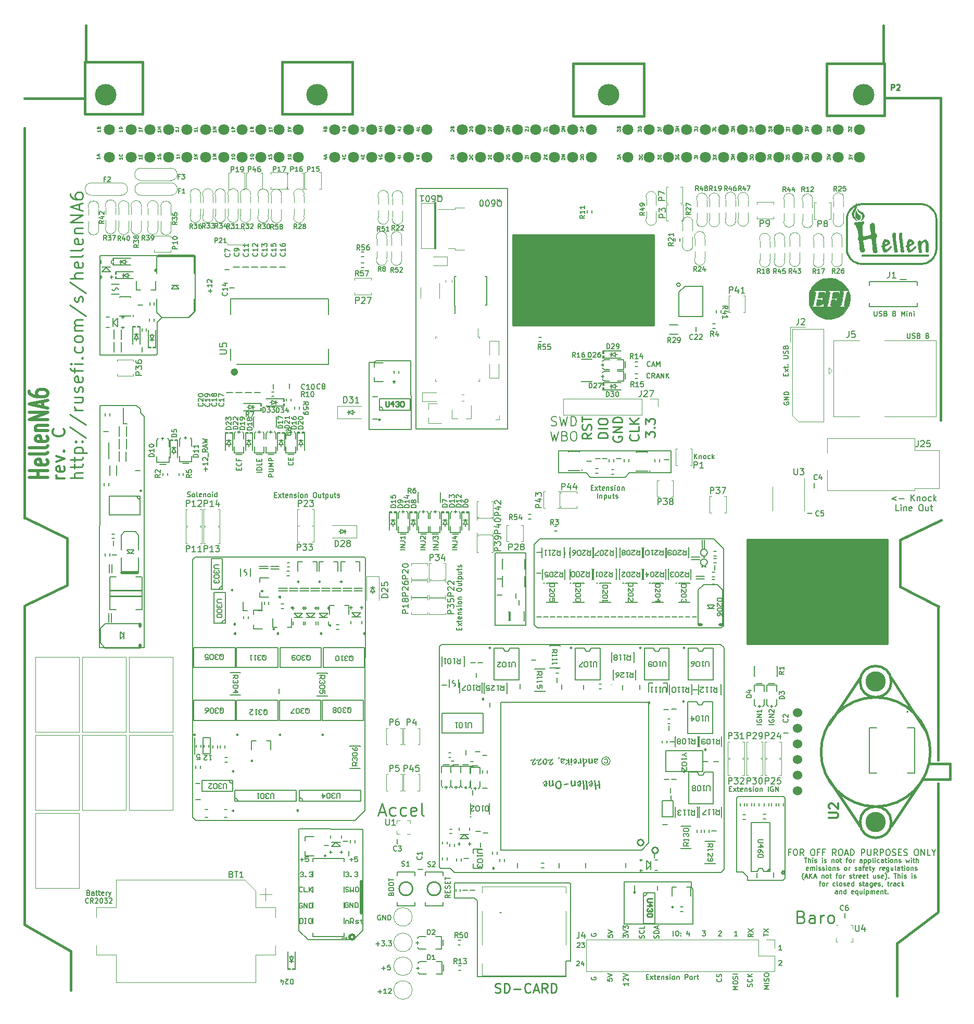
<source format=gto>
G75*
G70*
%OFA0B0*%
%FSLAX25Y25*%
%IPPOS*%
%LPD*%
%AMOC8*
5,1,8,0,0,1.08239X$1,22.5*
%
%ADD10C,0.00394*%
%ADD100C,0.00800*%
%ADD101C,0.01969*%
%ADD106C,0.01500*%
%ADD107C,0.00984*%
%ADD108C,0.00669*%
%ADD109C,0.00500*%
%ADD110C,0.01181*%
%ADD111C,0.00591*%
%ADD112C,0.00709*%
%ADD113C,0.00875*%
%ADD114C,0.01200*%
%ADD115C,0.00010*%
%ADD116C,0.00390*%
%ADD117C,0.00472*%
%ADD118C,0.02425*%
%ADD157C,0.01968*%
%ADD158C,0.00689*%
%ADD19C,0.06000*%
%ADD230C,0.00650*%
%ADD35C,0.13780*%
%ADD36C,0.07087*%
%ADD45C,0.13000*%
%ADD94C,0.00787*%
%ADD95C,0.01575*%
%ADD96C,0.01000*%
X0000000Y0000000D02*
%LPD*%
G01*
D106*
X0595129Y0373228D02*
X0595129Y0578761D01*
X0008471Y0579253D02*
X0045916Y0579253D01*
X0035875Y0267618D02*
X0035875Y0297539D01*
X0569046Y0296555D02*
X0569046Y0266634D01*
X0567274Y0038210D02*
X0593258Y0057895D01*
X0595129Y0579745D02*
X0559744Y0579745D01*
X0595424Y0309154D02*
X0569046Y0296555D01*
D107*
X0411447Y0491968D02*
X0321289Y0491968D01*
X0321289Y0491968D02*
X0321289Y0433897D01*
X0321289Y0433897D02*
X0411447Y0433897D01*
X0411447Y0433897D02*
X0411447Y0491968D01*
G36*
X0411447Y0491968D02*
G01*
X0321289Y0491968D01*
X0321289Y0433897D01*
X0411447Y0433897D01*
X0411447Y0491968D01*
G37*
X0561326Y0296970D02*
X0471168Y0296970D01*
X0471168Y0296970D02*
X0471168Y0230041D01*
X0471168Y0230041D02*
X0561326Y0230041D01*
X0561326Y0230041D02*
X0561326Y0296970D01*
G36*
X0561326Y0296970D02*
G01*
X0471168Y0296970D01*
X0471168Y0230041D01*
X0561326Y0230041D01*
X0561326Y0296970D01*
G37*
D106*
X0038196Y0008289D02*
X0038042Y0032698D01*
X0008514Y0310651D02*
X0008514Y0560454D01*
X0569046Y0266634D02*
X0593849Y0254035D01*
X0567329Y0004773D02*
X0567329Y0038407D01*
X0038042Y0033465D02*
X0008514Y0050394D01*
X0035875Y0297539D02*
X0008563Y0310925D01*
X0009497Y0255020D02*
X0035875Y0267618D01*
X0593554Y0155561D02*
X0593554Y0254352D01*
X0008514Y0050415D02*
X0008514Y0254352D01*
X0593554Y0058682D02*
X0593554Y0140600D01*
D108*
X0281156Y0069364D02*
X0279656Y0068314D01*
X0281156Y0067564D02*
X0278006Y0067564D01*
X0278006Y0068764D01*
X0278156Y0069064D01*
X0278306Y0069214D01*
X0278606Y0069364D01*
X0279056Y0069364D01*
X0279356Y0069214D01*
X0279506Y0069064D01*
X0279656Y0068764D01*
X0279656Y0067564D01*
X0279506Y0070714D02*
X0279506Y0071764D01*
X0281156Y0072214D02*
X0281156Y0070714D01*
X0278006Y0070714D01*
X0278006Y0072214D01*
X0281006Y0073413D02*
X0281156Y0073863D01*
X0281156Y0074613D01*
X0281006Y0074913D01*
X0280856Y0075063D01*
X0280556Y0075213D01*
X0280256Y0075213D01*
X0279956Y0075063D01*
X0279806Y0074913D01*
X0279656Y0074613D01*
X0279506Y0074013D01*
X0279356Y0073713D01*
X0279206Y0073563D01*
X0278906Y0073413D01*
X0278606Y0073413D01*
X0278306Y0073563D01*
X0278156Y0073713D01*
X0278006Y0074013D01*
X0278006Y0074763D01*
X0278156Y0075213D01*
X0279506Y0076563D02*
X0279506Y0077613D01*
X0281156Y0078063D02*
X0281156Y0076563D01*
X0278006Y0076563D01*
X0278006Y0078063D01*
X0278006Y0078963D02*
X0278006Y0080762D01*
X0281156Y0079863D02*
X0278006Y0079863D01*
D109*
X0473153Y0558066D02*
X0473153Y0559304D01*
X0473915Y0558637D01*
X0473915Y0558923D01*
X0474010Y0559113D01*
X0474105Y0559208D01*
X0474296Y0559304D01*
X0474772Y0559304D01*
X0474962Y0559208D01*
X0475058Y0559113D01*
X0475153Y0558923D01*
X0475153Y0558351D01*
X0475058Y0558161D01*
X0474962Y0558066D01*
X0475153Y0560161D02*
X0473153Y0560161D01*
X0473153Y0560923D01*
X0473248Y0561113D01*
X0473343Y0561208D01*
X0473534Y0561304D01*
X0473819Y0561304D01*
X0474010Y0561208D01*
X0474105Y0561113D01*
X0474200Y0560923D01*
X0474200Y0560161D01*
D108*
X0237169Y0022434D02*
X0239569Y0022434D01*
X0238369Y0021234D02*
X0238369Y0023634D01*
X0242568Y0024384D02*
X0241069Y0024384D01*
X0240919Y0022884D01*
X0241069Y0023034D01*
X0241369Y0023184D01*
X0242119Y0023184D01*
X0242418Y0023034D01*
X0242568Y0022884D01*
X0242718Y0022584D01*
X0242718Y0021834D01*
X0242568Y0021534D01*
X0242418Y0021384D01*
X0242119Y0021234D01*
X0241369Y0021234D01*
X0241069Y0021384D01*
X0240919Y0021534D01*
D109*
X0414153Y0540161D02*
X0414153Y0541399D01*
X0414915Y0540732D01*
X0414915Y0541018D01*
X0415010Y0541208D01*
X0415105Y0541304D01*
X0415296Y0541399D01*
X0415772Y0541399D01*
X0415962Y0541304D01*
X0416058Y0541208D01*
X0416153Y0541018D01*
X0416153Y0540447D01*
X0416058Y0540256D01*
X0415962Y0540161D01*
X0415105Y0542256D02*
X0415105Y0542923D01*
X0416153Y0543208D02*
X0416153Y0542256D01*
X0414153Y0542256D01*
X0414153Y0543208D01*
X0107318Y0559239D02*
X0107318Y0558096D01*
X0107318Y0558667D02*
X0105318Y0558667D01*
X0105604Y0558477D01*
X0105794Y0558286D01*
X0105890Y0558096D01*
X0105318Y0560667D02*
X0106747Y0560667D01*
X0107032Y0560572D01*
X0107223Y0560382D01*
X0107318Y0560096D01*
X0107318Y0559905D01*
D108*
X0409252Y0407979D02*
X0409102Y0407829D01*
X0408652Y0407679D01*
X0408352Y0407679D01*
X0407902Y0407829D01*
X0407602Y0408129D01*
X0407452Y0408429D01*
X0407302Y0409029D01*
X0407302Y0409479D01*
X0407452Y0410079D01*
X0407602Y0410379D01*
X0407902Y0410679D01*
X0408352Y0410829D01*
X0408652Y0410829D01*
X0409102Y0410679D01*
X0409252Y0410529D01*
X0410452Y0408579D02*
X0411952Y0408579D01*
X0410152Y0407679D02*
X0411202Y0410829D01*
X0412252Y0407679D01*
X0413301Y0407679D02*
X0413301Y0410829D01*
X0414351Y0408579D01*
X0415401Y0410829D01*
X0415401Y0407679D01*
X0475056Y0044372D02*
X0473556Y0043322D01*
X0475056Y0042572D02*
X0471907Y0042572D01*
X0471907Y0043772D01*
X0472057Y0044072D01*
X0472207Y0044222D01*
X0472507Y0044372D01*
X0472957Y0044372D01*
X0473256Y0044222D01*
X0473406Y0044072D01*
X0473556Y0043772D01*
X0473556Y0042572D01*
X0471907Y0045422D02*
X0475056Y0047522D01*
X0471907Y0047522D02*
X0475056Y0045422D01*
D109*
X0179318Y0541453D02*
X0179318Y0540310D01*
X0179318Y0540882D02*
X0177318Y0540882D01*
X0177604Y0540691D01*
X0177794Y0540501D01*
X0177890Y0540310D01*
X0177318Y0542310D02*
X0178937Y0542310D01*
X0179128Y0542405D01*
X0179223Y0542501D01*
X0179318Y0542691D01*
X0179318Y0543072D01*
X0179223Y0543262D01*
X0179128Y0543358D01*
X0178937Y0543453D01*
X0177318Y0543453D01*
D108*
X0573868Y0428911D02*
X0573868Y0426361D01*
X0574018Y0426062D01*
X0574168Y0425912D01*
X0574468Y0425762D01*
X0575068Y0425762D01*
X0575368Y0425912D01*
X0575517Y0426062D01*
X0575667Y0426361D01*
X0575667Y0428911D01*
X0577017Y0425912D02*
X0577467Y0425762D01*
X0578217Y0425762D01*
X0578517Y0425912D01*
X0578667Y0426062D01*
X0578817Y0426361D01*
X0578817Y0426661D01*
X0578667Y0426961D01*
X0578517Y0427111D01*
X0578217Y0427261D01*
X0577617Y0427411D01*
X0577317Y0427561D01*
X0577167Y0427711D01*
X0577017Y0428011D01*
X0577017Y0428311D01*
X0577167Y0428611D01*
X0577317Y0428761D01*
X0577617Y0428911D01*
X0578367Y0428911D01*
X0578817Y0428761D01*
X0581217Y0427411D02*
X0581667Y0427261D01*
X0581817Y0427111D01*
X0581967Y0426811D01*
X0581967Y0426361D01*
X0581817Y0426062D01*
X0581667Y0425912D01*
X0581367Y0425762D01*
X0580167Y0425762D01*
X0580167Y0428911D01*
X0581217Y0428911D01*
X0581517Y0428761D01*
X0581667Y0428611D01*
X0581817Y0428311D01*
X0581817Y0428011D01*
X0581667Y0427711D01*
X0581517Y0427561D01*
X0581217Y0427411D01*
X0580167Y0427411D01*
X0586766Y0427411D02*
X0587216Y0427261D01*
X0587366Y0427111D01*
X0587516Y0426811D01*
X0587516Y0426361D01*
X0587366Y0426062D01*
X0587216Y0425912D01*
X0586916Y0425762D01*
X0585716Y0425762D01*
X0585716Y0428911D01*
X0586766Y0428911D01*
X0587066Y0428761D01*
X0587216Y0428611D01*
X0587366Y0428311D01*
X0587366Y0428011D01*
X0587216Y0427711D01*
X0587066Y0427561D01*
X0586766Y0427411D01*
X0585716Y0427411D01*
D109*
X0167318Y0559239D02*
X0167318Y0558096D01*
X0167318Y0558667D02*
X0165318Y0558667D01*
X0165604Y0558477D01*
X0165794Y0558286D01*
X0165890Y0558096D01*
X0165318Y0559810D02*
X0165318Y0560953D01*
X0167318Y0560382D02*
X0165318Y0560382D01*
X0536153Y0558113D02*
X0536153Y0559351D01*
X0536915Y0558685D01*
X0536915Y0558970D01*
X0537010Y0559161D01*
X0537105Y0559256D01*
X0537296Y0559351D01*
X0537772Y0559351D01*
X0537962Y0559256D01*
X0538058Y0559161D01*
X0538153Y0558970D01*
X0538153Y0558399D01*
X0538058Y0558208D01*
X0537962Y0558113D01*
X0536153Y0560018D02*
X0536153Y0561351D01*
X0538153Y0560018D01*
X0538153Y0561351D01*
D110*
X0034271Y0335827D02*
X0029021Y0335827D01*
X0030521Y0335827D02*
X0029771Y0336202D01*
X0029396Y0336577D01*
X0029021Y0337327D01*
X0029021Y0338076D01*
X0033896Y0343701D02*
X0034271Y0342951D01*
X0034271Y0341451D01*
X0033896Y0340701D01*
X0033146Y0340326D01*
X0030146Y0340326D01*
X0029396Y0340701D01*
X0029021Y0341451D01*
X0029021Y0342951D01*
X0029396Y0343701D01*
X0030146Y0344076D01*
X0030896Y0344076D01*
X0031646Y0340326D01*
X0029021Y0346700D02*
X0034271Y0348575D01*
X0029021Y0350450D01*
X0033521Y0353450D02*
X0033896Y0353825D01*
X0034271Y0353450D01*
X0033896Y0353075D01*
X0033521Y0353450D01*
X0034271Y0353450D01*
X0033521Y0367698D02*
X0033896Y0367323D01*
X0034271Y0366198D01*
X0034271Y0365448D01*
X0033896Y0364323D01*
X0033146Y0363573D01*
X0032396Y0363198D01*
X0030896Y0362823D01*
X0029771Y0362823D01*
X0028271Y0363198D01*
X0027522Y0363573D01*
X0026772Y0364323D01*
X0026397Y0365448D01*
X0026397Y0366198D01*
X0026772Y0367323D01*
X0027147Y0367698D01*
D108*
X0481749Y0042910D02*
X0481749Y0044710D01*
X0484899Y0043810D02*
X0481749Y0043810D01*
X0481749Y0045459D02*
X0484899Y0047559D01*
X0481749Y0047559D02*
X0484899Y0045459D01*
X0485292Y0009108D02*
X0482143Y0009108D01*
X0484393Y0010158D01*
X0482143Y0011208D01*
X0485292Y0011208D01*
X0485292Y0012707D02*
X0482143Y0012707D01*
X0485142Y0014057D02*
X0485292Y0014507D01*
X0485292Y0015257D01*
X0485142Y0015557D01*
X0484992Y0015707D01*
X0484693Y0015857D01*
X0484393Y0015857D01*
X0484093Y0015707D01*
X0483943Y0015557D01*
X0483793Y0015257D01*
X0483643Y0014657D01*
X0483493Y0014357D01*
X0483343Y0014207D01*
X0483043Y0014057D01*
X0482743Y0014057D01*
X0482443Y0014207D01*
X0482293Y0014357D01*
X0482143Y0014657D01*
X0482143Y0015407D01*
X0482293Y0015857D01*
X0482143Y0017807D02*
X0482143Y0018407D01*
X0482293Y0018707D01*
X0482593Y0019007D01*
X0483193Y0019157D01*
X0484243Y0019157D01*
X0484843Y0019007D01*
X0485142Y0018707D01*
X0485292Y0018407D01*
X0485292Y0017807D01*
X0485142Y0017507D01*
X0484843Y0017207D01*
X0484243Y0017057D01*
X0483193Y0017057D01*
X0482593Y0017207D01*
X0482293Y0017507D01*
X0482143Y0017807D01*
X0285686Y0290210D02*
X0282537Y0290210D01*
X0285686Y0291710D02*
X0282537Y0291710D01*
X0285686Y0293510D01*
X0282537Y0293510D01*
X0282537Y0295909D02*
X0284786Y0295909D01*
X0285236Y0295759D01*
X0285536Y0295459D01*
X0285686Y0295010D01*
X0285686Y0294710D01*
X0283586Y0298759D02*
X0285686Y0298759D01*
X0282387Y0298009D02*
X0284636Y0297259D01*
X0284636Y0299209D01*
D107*
X0309941Y0007080D02*
X0310784Y0006798D01*
X0312190Y0006798D01*
X0312753Y0007080D01*
X0313034Y0007361D01*
X0313315Y0007923D01*
X0313315Y0008486D01*
X0313034Y0009048D01*
X0312753Y0009329D01*
X0312190Y0009610D01*
X0311065Y0009892D01*
X0310503Y0010173D01*
X0310222Y0010454D01*
X0309941Y0011017D01*
X0309941Y0011579D01*
X0310222Y0012141D01*
X0310503Y0012423D01*
X0311065Y0012704D01*
X0312471Y0012704D01*
X0313315Y0012423D01*
X0315846Y0006798D02*
X0315846Y0012704D01*
X0317252Y0012704D01*
X0318096Y0012423D01*
X0318658Y0011860D01*
X0318939Y0011298D01*
X0319221Y0010173D01*
X0319221Y0009329D01*
X0318939Y0008204D01*
X0318658Y0007642D01*
X0318096Y0007080D01*
X0317252Y0006798D01*
X0315846Y0006798D01*
X0321752Y0009048D02*
X0326251Y0009048D01*
X0332438Y0007361D02*
X0332156Y0007080D01*
X0331313Y0006798D01*
X0330750Y0006798D01*
X0329907Y0007080D01*
X0329344Y0007642D01*
X0329063Y0008204D01*
X0328782Y0009329D01*
X0328782Y0010173D01*
X0329063Y0011298D01*
X0329344Y0011860D01*
X0329907Y0012423D01*
X0330750Y0012704D01*
X0331313Y0012704D01*
X0332156Y0012423D01*
X0332438Y0012141D01*
X0334687Y0008486D02*
X0337500Y0008486D01*
X0334125Y0006798D02*
X0336094Y0012704D01*
X0338062Y0006798D01*
X0343405Y0006798D02*
X0341437Y0009610D01*
X0340031Y0006798D02*
X0340031Y0012704D01*
X0342280Y0012704D01*
X0342843Y0012423D01*
X0343124Y0012141D01*
X0343405Y0011579D01*
X0343405Y0010735D01*
X0343124Y0010173D01*
X0342843Y0009892D01*
X0342280Y0009610D01*
X0340031Y0009610D01*
X0345936Y0006798D02*
X0345936Y0012704D01*
X0347342Y0012704D01*
X0348186Y0012423D01*
X0348748Y0011860D01*
X0349029Y0011298D01*
X0349311Y0010173D01*
X0349311Y0009329D01*
X0349029Y0008204D01*
X0348748Y0007642D01*
X0348186Y0007080D01*
X0347342Y0006798D01*
X0345936Y0006798D01*
D109*
X0388153Y0540208D02*
X0388153Y0541447D01*
X0388915Y0540780D01*
X0388915Y0541066D01*
X0389010Y0541256D01*
X0389105Y0541351D01*
X0389296Y0541447D01*
X0389772Y0541447D01*
X0389962Y0541351D01*
X0390058Y0541256D01*
X0390153Y0541066D01*
X0390153Y0540494D01*
X0390058Y0540304D01*
X0389962Y0540208D01*
X0389581Y0542208D02*
X0389581Y0543161D01*
X0390153Y0542018D02*
X0388153Y0542685D01*
X0390153Y0543351D01*
X0414153Y0558208D02*
X0414153Y0559447D01*
X0414915Y0558780D01*
X0414915Y0559066D01*
X0415010Y0559256D01*
X0415105Y0559351D01*
X0415296Y0559447D01*
X0415772Y0559447D01*
X0415962Y0559351D01*
X0416058Y0559256D01*
X0416153Y0559066D01*
X0416153Y0558494D01*
X0416058Y0558304D01*
X0415962Y0558208D01*
X0415105Y0560970D02*
X0415105Y0560304D01*
X0416153Y0560304D02*
X0414153Y0560304D01*
X0414153Y0561256D01*
X0484653Y0540018D02*
X0484653Y0541256D01*
X0485415Y0540589D01*
X0485415Y0540875D01*
X0485510Y0541066D01*
X0485605Y0541161D01*
X0485796Y0541256D01*
X0486272Y0541256D01*
X0486462Y0541161D01*
X0486558Y0541066D01*
X0486653Y0540875D01*
X0486653Y0540304D01*
X0486558Y0540113D01*
X0486462Y0540018D01*
X0486843Y0543447D02*
X0486748Y0543256D01*
X0486558Y0543066D01*
X0486272Y0542780D01*
X0486177Y0542589D01*
X0486177Y0542399D01*
X0486653Y0542494D02*
X0486558Y0542304D01*
X0486367Y0542113D01*
X0485986Y0542018D01*
X0485319Y0542018D01*
X0484939Y0542113D01*
X0484748Y0542304D01*
X0484653Y0542494D01*
X0484653Y0542875D01*
X0484748Y0543066D01*
X0484939Y0543256D01*
X0485319Y0543351D01*
X0485986Y0543351D01*
X0486367Y0543256D01*
X0486558Y0543066D01*
X0486653Y0542875D01*
X0486653Y0542494D01*
X0449653Y0540066D02*
X0449653Y0541304D01*
X0450415Y0540637D01*
X0450415Y0540923D01*
X0450510Y0541113D01*
X0450605Y0541208D01*
X0450796Y0541304D01*
X0451272Y0541304D01*
X0451462Y0541208D01*
X0451558Y0541113D01*
X0451653Y0540923D01*
X0451653Y0540351D01*
X0451558Y0540161D01*
X0451462Y0540066D01*
X0451653Y0542161D02*
X0449653Y0542161D01*
X0451653Y0543304D02*
X0450510Y0542447D01*
X0449653Y0543304D02*
X0450796Y0542161D01*
D111*
X0566990Y0324190D02*
X0563990Y0323065D01*
X0566990Y0321940D01*
X0568490Y0322878D02*
X0571864Y0322878D01*
X0576364Y0321565D02*
X0576364Y0325502D01*
X0578614Y0321565D02*
X0576926Y0323815D01*
X0578614Y0325502D02*
X0576364Y0323253D01*
X0580301Y0324190D02*
X0580301Y0321565D01*
X0580301Y0323815D02*
X0580488Y0324003D01*
X0580863Y0324190D01*
X0581426Y0324190D01*
X0581801Y0324003D01*
X0581988Y0323628D01*
X0581988Y0321565D01*
X0584425Y0321565D02*
X0584050Y0321753D01*
X0583863Y0321940D01*
X0583675Y0322315D01*
X0583675Y0323440D01*
X0583863Y0323815D01*
X0584050Y0324003D01*
X0584425Y0324190D01*
X0584988Y0324190D01*
X0585363Y0324003D01*
X0585550Y0323815D01*
X0585738Y0323440D01*
X0585738Y0322315D01*
X0585550Y0321940D01*
X0585363Y0321753D01*
X0584988Y0321565D01*
X0584425Y0321565D01*
X0589112Y0321753D02*
X0588737Y0321565D01*
X0587987Y0321565D01*
X0587612Y0321753D01*
X0587425Y0321940D01*
X0587238Y0322315D01*
X0587238Y0323440D01*
X0587425Y0323815D01*
X0587612Y0324003D01*
X0587987Y0324190D01*
X0588737Y0324190D01*
X0589112Y0324003D01*
X0590800Y0321565D02*
X0590800Y0325502D01*
X0591175Y0323065D02*
X0592299Y0321565D01*
X0592299Y0324190D02*
X0590800Y0322690D01*
X0568396Y0315227D02*
X0566521Y0315227D01*
X0566521Y0319164D01*
X0569708Y0315227D02*
X0569708Y0317852D01*
X0569708Y0319164D02*
X0569521Y0318976D01*
X0569708Y0318789D01*
X0569896Y0318976D01*
X0569708Y0319164D01*
X0569708Y0318789D01*
X0571583Y0317852D02*
X0571583Y0315227D01*
X0571583Y0317477D02*
X0571771Y0317664D01*
X0572146Y0317852D01*
X0572708Y0317852D01*
X0573083Y0317664D01*
X0573271Y0317289D01*
X0573271Y0315227D01*
X0576645Y0315414D02*
X0576270Y0315227D01*
X0575520Y0315227D01*
X0575145Y0315414D01*
X0574958Y0315789D01*
X0574958Y0317289D01*
X0575145Y0317664D01*
X0575520Y0317852D01*
X0576270Y0317852D01*
X0576645Y0317664D01*
X0576833Y0317289D01*
X0576833Y0316914D01*
X0574958Y0316539D01*
X0582269Y0319164D02*
X0583019Y0319164D01*
X0583394Y0318976D01*
X0583769Y0318601D01*
X0583957Y0317852D01*
X0583957Y0316539D01*
X0583769Y0315789D01*
X0583394Y0315414D01*
X0583019Y0315227D01*
X0582269Y0315227D01*
X0581894Y0315414D01*
X0581519Y0315789D01*
X0581332Y0316539D01*
X0581332Y0317852D01*
X0581519Y0318601D01*
X0581894Y0318976D01*
X0582269Y0319164D01*
X0587331Y0317852D02*
X0587331Y0315227D01*
X0585644Y0317852D02*
X0585644Y0315789D01*
X0585831Y0315414D01*
X0586206Y0315227D01*
X0586769Y0315227D01*
X0587144Y0315414D01*
X0587331Y0315602D01*
X0588644Y0317852D02*
X0590143Y0317852D01*
X0589206Y0319164D02*
X0589206Y0315789D01*
X0589394Y0315414D01*
X0589768Y0315227D01*
X0590143Y0315227D01*
D108*
X0168679Y0325443D02*
X0169729Y0325443D01*
X0170179Y0323793D02*
X0168679Y0323793D01*
X0168679Y0326943D01*
X0170179Y0326943D01*
X0171229Y0323793D02*
X0172879Y0325893D01*
X0171229Y0325893D02*
X0172879Y0323793D01*
X0173629Y0325893D02*
X0174829Y0325893D01*
X0174079Y0326943D02*
X0174079Y0324243D01*
X0174229Y0323943D01*
X0174529Y0323793D01*
X0174829Y0323793D01*
X0177078Y0323943D02*
X0176778Y0323793D01*
X0176178Y0323793D01*
X0175878Y0323943D01*
X0175728Y0324243D01*
X0175728Y0325443D01*
X0175878Y0325743D01*
X0176178Y0325893D01*
X0176778Y0325893D01*
X0177078Y0325743D01*
X0177228Y0325443D01*
X0177228Y0325143D01*
X0175728Y0324843D01*
X0178578Y0325893D02*
X0178578Y0323793D01*
X0178578Y0325593D02*
X0178728Y0325743D01*
X0179028Y0325893D01*
X0179478Y0325893D01*
X0179778Y0325743D01*
X0179928Y0325443D01*
X0179928Y0323793D01*
X0181278Y0323943D02*
X0181578Y0323793D01*
X0182178Y0323793D01*
X0182478Y0323943D01*
X0182628Y0324243D01*
X0182628Y0324393D01*
X0182478Y0324693D01*
X0182178Y0324843D01*
X0181728Y0324843D01*
X0181428Y0324993D01*
X0181278Y0325293D01*
X0181278Y0325443D01*
X0181428Y0325743D01*
X0181728Y0325893D01*
X0182178Y0325893D01*
X0182478Y0325743D01*
X0183977Y0323793D02*
X0183977Y0325893D01*
X0183977Y0326943D02*
X0183827Y0326793D01*
X0183977Y0326643D01*
X0184127Y0326793D01*
X0183977Y0326943D01*
X0183977Y0326643D01*
X0185927Y0323793D02*
X0185627Y0323943D01*
X0185477Y0324093D01*
X0185327Y0324393D01*
X0185327Y0325293D01*
X0185477Y0325593D01*
X0185627Y0325743D01*
X0185927Y0325893D01*
X0186377Y0325893D01*
X0186677Y0325743D01*
X0186827Y0325593D01*
X0186977Y0325293D01*
X0186977Y0324393D01*
X0186827Y0324093D01*
X0186677Y0323943D01*
X0186377Y0323793D01*
X0185927Y0323793D01*
X0188327Y0325893D02*
X0188327Y0323793D01*
X0188327Y0325593D02*
X0188477Y0325743D01*
X0188777Y0325893D01*
X0189227Y0325893D01*
X0189527Y0325743D01*
X0189677Y0325443D01*
X0189677Y0323793D01*
X0194176Y0326943D02*
X0194776Y0326943D01*
X0195076Y0326793D01*
X0195376Y0326493D01*
X0195526Y0325893D01*
X0195526Y0324843D01*
X0195376Y0324243D01*
X0195076Y0323943D01*
X0194776Y0323793D01*
X0194176Y0323793D01*
X0193876Y0323943D01*
X0193576Y0324243D01*
X0193426Y0324843D01*
X0193426Y0325893D01*
X0193576Y0326493D01*
X0193876Y0326793D01*
X0194176Y0326943D01*
X0198226Y0325893D02*
X0198226Y0323793D01*
X0196876Y0325893D02*
X0196876Y0324243D01*
X0197026Y0323943D01*
X0197326Y0323793D01*
X0197776Y0323793D01*
X0198076Y0323943D01*
X0198226Y0324093D01*
X0199275Y0325893D02*
X0200475Y0325893D01*
X0199725Y0326943D02*
X0199725Y0324243D01*
X0199875Y0323943D01*
X0200175Y0323793D01*
X0200475Y0323793D01*
X0201525Y0325893D02*
X0201525Y0322743D01*
X0201525Y0325743D02*
X0201825Y0325893D01*
X0202425Y0325893D01*
X0202725Y0325743D01*
X0202875Y0325593D01*
X0203025Y0325293D01*
X0203025Y0324393D01*
X0202875Y0324093D01*
X0202725Y0323943D01*
X0202425Y0323793D01*
X0201825Y0323793D01*
X0201525Y0323943D01*
X0205725Y0325893D02*
X0205725Y0323793D01*
X0204375Y0325893D02*
X0204375Y0324243D01*
X0204525Y0323943D01*
X0204825Y0323793D01*
X0205275Y0323793D01*
X0205575Y0323943D01*
X0205725Y0324093D01*
X0206775Y0325893D02*
X0207974Y0325893D01*
X0207224Y0326943D02*
X0207224Y0324243D01*
X0207374Y0323943D01*
X0207674Y0323793D01*
X0207974Y0323793D01*
X0208874Y0323943D02*
X0209174Y0323793D01*
X0209774Y0323793D01*
X0210074Y0323943D01*
X0210224Y0324243D01*
X0210224Y0324393D01*
X0210074Y0324693D01*
X0209774Y0324843D01*
X0209324Y0324843D01*
X0209024Y0324993D01*
X0208874Y0325293D01*
X0208874Y0325443D01*
X0209024Y0325743D01*
X0209324Y0325893D01*
X0209774Y0325893D01*
X0210074Y0325743D01*
D109*
X0305843Y0558304D02*
X0305748Y0558399D01*
X0305653Y0558589D01*
X0305653Y0559066D01*
X0305748Y0559256D01*
X0305843Y0559351D01*
X0306034Y0559447D01*
X0306224Y0559447D01*
X0306510Y0559351D01*
X0307653Y0558208D01*
X0307653Y0559447D01*
X0306605Y0560970D02*
X0306605Y0560304D01*
X0307653Y0560304D02*
X0305653Y0560304D01*
X0305653Y0561256D01*
D108*
X0286790Y0238969D02*
X0286790Y0240019D01*
X0288439Y0240469D02*
X0288439Y0238969D01*
X0285290Y0238969D01*
X0285290Y0240469D01*
X0288439Y0241519D02*
X0286340Y0243169D01*
X0286340Y0241519D02*
X0288439Y0243169D01*
X0286340Y0243919D02*
X0286340Y0245119D01*
X0285290Y0244369D02*
X0287989Y0244369D01*
X0288289Y0244519D01*
X0288439Y0244819D01*
X0288439Y0245119D01*
X0288289Y0247368D02*
X0288439Y0247068D01*
X0288439Y0246468D01*
X0288289Y0246168D01*
X0287989Y0246018D01*
X0286790Y0246018D01*
X0286490Y0246168D01*
X0286340Y0246468D01*
X0286340Y0247068D01*
X0286490Y0247368D01*
X0286790Y0247518D01*
X0287089Y0247518D01*
X0287389Y0246018D01*
X0286340Y0248868D02*
X0288439Y0248868D01*
X0286640Y0248868D02*
X0286490Y0249018D01*
X0286340Y0249318D01*
X0286340Y0249768D01*
X0286490Y0250068D01*
X0286790Y0250218D01*
X0288439Y0250218D01*
X0288289Y0251568D02*
X0288439Y0251868D01*
X0288439Y0252468D01*
X0288289Y0252768D01*
X0287989Y0252918D01*
X0287839Y0252918D01*
X0287539Y0252768D01*
X0287389Y0252468D01*
X0287389Y0252018D01*
X0287239Y0251718D01*
X0286939Y0251568D01*
X0286790Y0251568D01*
X0286490Y0251718D01*
X0286340Y0252018D01*
X0286340Y0252468D01*
X0286490Y0252768D01*
X0288439Y0254267D02*
X0286340Y0254267D01*
X0285290Y0254267D02*
X0285440Y0254117D01*
X0285590Y0254267D01*
X0285440Y0254417D01*
X0285290Y0254267D01*
X0285590Y0254267D01*
X0288439Y0256217D02*
X0288289Y0255917D01*
X0288139Y0255767D01*
X0287839Y0255617D01*
X0286939Y0255617D01*
X0286640Y0255767D01*
X0286490Y0255917D01*
X0286340Y0256217D01*
X0286340Y0256667D01*
X0286490Y0256967D01*
X0286640Y0257117D01*
X0286939Y0257267D01*
X0287839Y0257267D01*
X0288139Y0257117D01*
X0288289Y0256967D01*
X0288439Y0256667D01*
X0288439Y0256217D01*
X0286340Y0258617D02*
X0288439Y0258617D01*
X0286640Y0258617D02*
X0286490Y0258767D01*
X0286340Y0259067D01*
X0286340Y0259517D01*
X0286490Y0259817D01*
X0286790Y0259967D01*
X0288439Y0259967D01*
X0285290Y0264466D02*
X0285290Y0265066D01*
X0285440Y0265366D01*
X0285740Y0265666D01*
X0286340Y0265816D01*
X0287389Y0265816D01*
X0287989Y0265666D01*
X0288289Y0265366D01*
X0288439Y0265066D01*
X0288439Y0264466D01*
X0288289Y0264166D01*
X0287989Y0263866D01*
X0287389Y0263716D01*
X0286340Y0263716D01*
X0285740Y0263866D01*
X0285440Y0264166D01*
X0285290Y0264466D01*
X0286340Y0268516D02*
X0288439Y0268516D01*
X0286340Y0267166D02*
X0287989Y0267166D01*
X0288289Y0267316D01*
X0288439Y0267616D01*
X0288439Y0268066D01*
X0288289Y0268366D01*
X0288139Y0268516D01*
X0286340Y0269565D02*
X0286340Y0270765D01*
X0285290Y0270015D02*
X0287989Y0270015D01*
X0288289Y0270165D01*
X0288439Y0270465D01*
X0288439Y0270765D01*
X0286340Y0271815D02*
X0289489Y0271815D01*
X0286490Y0271815D02*
X0286340Y0272115D01*
X0286340Y0272715D01*
X0286490Y0273015D01*
X0286640Y0273165D01*
X0286939Y0273315D01*
X0287839Y0273315D01*
X0288139Y0273165D01*
X0288289Y0273015D01*
X0288439Y0272715D01*
X0288439Y0272115D01*
X0288289Y0271815D01*
X0286340Y0276015D02*
X0288439Y0276015D01*
X0286340Y0274665D02*
X0287989Y0274665D01*
X0288289Y0274815D01*
X0288439Y0275115D01*
X0288439Y0275565D01*
X0288289Y0275865D01*
X0288139Y0276015D01*
X0286340Y0277065D02*
X0286340Y0278264D01*
X0285290Y0277514D02*
X0287989Y0277514D01*
X0288289Y0277664D01*
X0288439Y0277964D01*
X0288439Y0278264D01*
X0288289Y0279164D02*
X0288439Y0279464D01*
X0288439Y0280064D01*
X0288289Y0280364D01*
X0287989Y0280514D01*
X0287839Y0280514D01*
X0287539Y0280364D01*
X0287389Y0280064D01*
X0287389Y0279614D01*
X0287239Y0279314D01*
X0286939Y0279164D01*
X0286790Y0279164D01*
X0286490Y0279314D01*
X0286340Y0279614D01*
X0286340Y0280064D01*
X0286490Y0280364D01*
X0454678Y0015632D02*
X0454828Y0015482D01*
X0454977Y0015032D01*
X0454977Y0014732D01*
X0454828Y0014282D01*
X0454528Y0013982D01*
X0454228Y0013832D01*
X0453628Y0013682D01*
X0453178Y0013682D01*
X0452578Y0013832D01*
X0452278Y0013982D01*
X0451978Y0014282D01*
X0451828Y0014732D01*
X0451828Y0015032D01*
X0451978Y0015482D01*
X0452128Y0015632D01*
X0454828Y0016832D02*
X0454977Y0017282D01*
X0454977Y0018032D01*
X0454828Y0018332D01*
X0454678Y0018482D01*
X0454378Y0018632D01*
X0454078Y0018632D01*
X0453778Y0018482D01*
X0453628Y0018332D01*
X0453478Y0018032D01*
X0453328Y0017432D01*
X0453178Y0017132D01*
X0453028Y0016982D01*
X0452728Y0016832D01*
X0452428Y0016832D01*
X0452128Y0016982D01*
X0451978Y0017132D01*
X0451828Y0017432D01*
X0451828Y0018182D01*
X0451978Y0018632D01*
X0437408Y0348596D02*
X0437408Y0351746D01*
X0439208Y0348596D02*
X0437858Y0350396D01*
X0439208Y0351746D02*
X0437408Y0349946D01*
X0440558Y0350696D02*
X0440558Y0348596D01*
X0440558Y0350396D02*
X0440708Y0350546D01*
X0441008Y0350696D01*
X0441458Y0350696D01*
X0441758Y0350546D01*
X0441908Y0350246D01*
X0441908Y0348596D01*
X0443857Y0348596D02*
X0443557Y0348746D01*
X0443407Y0348896D01*
X0443257Y0349196D01*
X0443257Y0350096D01*
X0443407Y0350396D01*
X0443557Y0350546D01*
X0443857Y0350696D01*
X0444307Y0350696D01*
X0444607Y0350546D01*
X0444757Y0350396D01*
X0444907Y0350096D01*
X0444907Y0349196D01*
X0444757Y0348896D01*
X0444607Y0348746D01*
X0444307Y0348596D01*
X0443857Y0348596D01*
X0447607Y0348746D02*
X0447307Y0348596D01*
X0446707Y0348596D01*
X0446407Y0348746D01*
X0446257Y0348896D01*
X0446107Y0349196D01*
X0446107Y0350096D01*
X0446257Y0350396D01*
X0446407Y0350546D01*
X0446707Y0350696D01*
X0447307Y0350696D01*
X0447607Y0350546D01*
X0448957Y0348596D02*
X0448957Y0351746D01*
X0449257Y0349796D02*
X0450157Y0348596D01*
X0450157Y0350696D02*
X0448957Y0349496D01*
X0160489Y0339869D02*
X0157340Y0339869D01*
X0160489Y0341369D02*
X0157340Y0341369D01*
X0157340Y0342119D01*
X0157490Y0342569D01*
X0157790Y0342868D01*
X0158090Y0343018D01*
X0158690Y0343168D01*
X0159139Y0343168D01*
X0159739Y0343018D01*
X0160039Y0342868D01*
X0160339Y0342569D01*
X0160489Y0342119D01*
X0160489Y0341369D01*
X0160489Y0346018D02*
X0160489Y0344518D01*
X0157340Y0344518D01*
X0158840Y0347068D02*
X0158840Y0348118D01*
X0160489Y0348568D02*
X0160489Y0347068D01*
X0157340Y0347068D01*
X0157340Y0348568D01*
D109*
X0496653Y0558304D02*
X0496653Y0559542D01*
X0497415Y0558875D01*
X0497415Y0559161D01*
X0497510Y0559351D01*
X0497605Y0559447D01*
X0497796Y0559542D01*
X0498272Y0559542D01*
X0498462Y0559447D01*
X0498558Y0559351D01*
X0498653Y0559161D01*
X0498653Y0558589D01*
X0498558Y0558399D01*
X0498462Y0558304D01*
X0496653Y0560113D02*
X0496653Y0561256D01*
X0498653Y0560685D02*
X0496653Y0560685D01*
X0260300Y0559304D02*
X0261633Y0559304D01*
X0259538Y0558828D02*
X0260966Y0558351D01*
X0260966Y0559589D01*
X0261633Y0561304D02*
X0261633Y0560351D01*
X0259633Y0560351D01*
X0119318Y0559191D02*
X0119318Y0558048D01*
X0119318Y0558620D02*
X0117318Y0558620D01*
X0117604Y0558429D01*
X0117794Y0558239D01*
X0117890Y0558048D01*
X0119318Y0561001D02*
X0119318Y0560048D01*
X0117318Y0560048D01*
D108*
X0252222Y0290210D02*
X0249072Y0290210D01*
X0252222Y0291710D02*
X0249072Y0291710D01*
X0252222Y0293510D01*
X0249072Y0293510D01*
X0249072Y0295909D02*
X0251322Y0295909D01*
X0251772Y0295759D01*
X0252072Y0295459D01*
X0252222Y0295010D01*
X0252222Y0294710D01*
X0252222Y0299059D02*
X0252222Y0297259D01*
X0252222Y0298159D02*
X0249072Y0298159D01*
X0249522Y0297859D01*
X0249822Y0297559D01*
X0249972Y0297259D01*
X0273481Y0290210D02*
X0270332Y0290210D01*
X0273481Y0291710D02*
X0270332Y0291710D01*
X0273481Y0293510D01*
X0270332Y0293510D01*
X0270332Y0295909D02*
X0272582Y0295909D01*
X0273031Y0295759D01*
X0273331Y0295459D01*
X0273481Y0295010D01*
X0273481Y0294710D01*
X0270332Y0297109D02*
X0270332Y0299059D01*
X0271532Y0298009D01*
X0271532Y0298459D01*
X0271682Y0298759D01*
X0271832Y0298909D01*
X0272132Y0299059D01*
X0272882Y0299059D01*
X0273181Y0298909D01*
X0273331Y0298759D01*
X0273481Y0298459D01*
X0273481Y0297559D01*
X0273331Y0297259D01*
X0273181Y0297109D01*
X0493395Y0034057D02*
X0491596Y0034057D01*
X0492495Y0034057D02*
X0492495Y0037207D01*
X0492195Y0036757D01*
X0491895Y0036457D01*
X0491596Y0036307D01*
D109*
X0437653Y0558304D02*
X0437653Y0559542D01*
X0438415Y0558875D01*
X0438415Y0559161D01*
X0438510Y0559351D01*
X0438605Y0559447D01*
X0438796Y0559542D01*
X0439272Y0559542D01*
X0439462Y0559447D01*
X0439558Y0559351D01*
X0439653Y0559161D01*
X0439653Y0558589D01*
X0439558Y0558399D01*
X0439462Y0558304D01*
X0437653Y0560970D02*
X0439081Y0560970D01*
X0439367Y0560875D01*
X0439558Y0560685D01*
X0439653Y0560399D01*
X0439653Y0560208D01*
D108*
X0049585Y0070793D02*
X0050035Y0070643D01*
X0050185Y0070493D01*
X0050335Y0070193D01*
X0050335Y0069743D01*
X0050185Y0069443D01*
X0050035Y0069293D01*
X0049735Y0069143D01*
X0048535Y0069143D01*
X0048535Y0072293D01*
X0049585Y0072293D01*
X0049885Y0072143D01*
X0050035Y0071993D01*
X0050185Y0071693D01*
X0050185Y0071393D01*
X0050035Y0071093D01*
X0049885Y0070943D01*
X0049585Y0070793D01*
X0048535Y0070793D01*
X0053034Y0069143D02*
X0053034Y0070793D01*
X0052884Y0071093D01*
X0052584Y0071243D01*
X0051984Y0071243D01*
X0051685Y0071093D01*
X0053034Y0069293D02*
X0052734Y0069143D01*
X0051984Y0069143D01*
X0051685Y0069293D01*
X0051535Y0069593D01*
X0051535Y0069893D01*
X0051685Y0070193D01*
X0051984Y0070343D01*
X0052734Y0070343D01*
X0053034Y0070493D01*
X0054084Y0071243D02*
X0055284Y0071243D01*
X0054534Y0072293D02*
X0054534Y0069593D01*
X0054684Y0069293D01*
X0054984Y0069143D01*
X0055284Y0069143D01*
X0055884Y0071243D02*
X0057084Y0071243D01*
X0056334Y0072293D02*
X0056334Y0069593D01*
X0056484Y0069293D01*
X0056784Y0069143D01*
X0057084Y0069143D01*
X0059334Y0069293D02*
X0059034Y0069143D01*
X0058434Y0069143D01*
X0058134Y0069293D01*
X0057984Y0069593D01*
X0057984Y0070793D01*
X0058134Y0071093D01*
X0058434Y0071243D01*
X0059034Y0071243D01*
X0059334Y0071093D01*
X0059484Y0070793D01*
X0059484Y0070493D01*
X0057984Y0070193D01*
X0060833Y0069143D02*
X0060833Y0071243D01*
X0060833Y0070643D02*
X0060983Y0070943D01*
X0061133Y0071093D01*
X0061433Y0071243D01*
X0061733Y0071243D01*
X0062483Y0071243D02*
X0063233Y0069143D01*
X0063983Y0071243D02*
X0063233Y0069143D01*
X0062933Y0068394D01*
X0062783Y0068244D01*
X0062483Y0068094D01*
X0049510Y0064373D02*
X0049360Y0064223D01*
X0048910Y0064073D01*
X0048610Y0064073D01*
X0048160Y0064223D01*
X0047860Y0064523D01*
X0047710Y0064822D01*
X0047560Y0065422D01*
X0047560Y0065872D01*
X0047710Y0066472D01*
X0047860Y0066772D01*
X0048160Y0067072D01*
X0048610Y0067222D01*
X0048910Y0067222D01*
X0049360Y0067072D01*
X0049510Y0066922D01*
X0052659Y0064073D02*
X0051610Y0065572D01*
X0050860Y0064073D02*
X0050860Y0067222D01*
X0052059Y0067222D01*
X0052359Y0067072D01*
X0052509Y0066922D01*
X0052659Y0066622D01*
X0052659Y0066172D01*
X0052509Y0065872D01*
X0052359Y0065722D01*
X0052059Y0065572D01*
X0050860Y0065572D01*
X0053859Y0066922D02*
X0054009Y0067072D01*
X0054309Y0067222D01*
X0055059Y0067222D01*
X0055359Y0067072D01*
X0055509Y0066922D01*
X0055659Y0066622D01*
X0055659Y0066322D01*
X0055509Y0065872D01*
X0053709Y0064073D01*
X0055659Y0064073D01*
X0057609Y0067222D02*
X0057909Y0067222D01*
X0058209Y0067072D01*
X0058359Y0066922D01*
X0058509Y0066622D01*
X0058659Y0066022D01*
X0058659Y0065272D01*
X0058509Y0064673D01*
X0058359Y0064373D01*
X0058209Y0064223D01*
X0057909Y0064073D01*
X0057609Y0064073D01*
X0057309Y0064223D01*
X0057159Y0064373D01*
X0057009Y0064673D01*
X0056859Y0065272D01*
X0056859Y0066022D01*
X0057009Y0066622D01*
X0057159Y0066922D01*
X0057309Y0067072D01*
X0057609Y0067222D01*
X0059709Y0067222D02*
X0061658Y0067222D01*
X0060608Y0066022D01*
X0061058Y0066022D01*
X0061358Y0065872D01*
X0061508Y0065722D01*
X0061658Y0065422D01*
X0061658Y0064673D01*
X0061508Y0064373D01*
X0061358Y0064223D01*
X0061058Y0064073D01*
X0060158Y0064073D01*
X0059859Y0064223D01*
X0059709Y0064373D01*
X0062858Y0066922D02*
X0063008Y0067072D01*
X0063308Y0067222D01*
X0064058Y0067222D01*
X0064358Y0067072D01*
X0064508Y0066922D01*
X0064658Y0066622D01*
X0064658Y0066322D01*
X0064508Y0065872D01*
X0062708Y0064073D01*
X0064658Y0064073D01*
D109*
X0200759Y0559048D02*
X0202092Y0559048D01*
X0199997Y0558571D02*
X0201426Y0558095D01*
X0201426Y0559333D01*
X0201045Y0560762D02*
X0201140Y0561048D01*
X0201235Y0561143D01*
X0201426Y0561238D01*
X0201712Y0561238D01*
X0201902Y0561143D01*
X0201997Y0561048D01*
X0202092Y0560857D01*
X0202092Y0560095D01*
X0200092Y0560095D01*
X0200092Y0560762D01*
X0200188Y0560952D01*
X0200283Y0561048D01*
X0200473Y0561143D01*
X0200664Y0561143D01*
X0200854Y0561048D01*
X0200950Y0560952D01*
X0201045Y0560762D01*
X0201045Y0560095D01*
D108*
X0488442Y0178395D02*
X0485292Y0178395D01*
X0485442Y0181545D02*
X0485292Y0181245D01*
X0485292Y0180795D01*
X0485442Y0180345D01*
X0485742Y0180045D01*
X0486042Y0179895D01*
X0486642Y0179745D01*
X0487092Y0179745D01*
X0487692Y0179895D01*
X0487992Y0180045D01*
X0488292Y0180345D01*
X0488442Y0180795D01*
X0488442Y0181095D01*
X0488292Y0181545D01*
X0488142Y0181695D01*
X0487092Y0181695D01*
X0487092Y0181095D01*
X0488442Y0183045D02*
X0485292Y0183045D01*
X0488442Y0184844D01*
X0485292Y0184844D01*
X0485592Y0186194D02*
X0485442Y0186344D01*
X0485292Y0186644D01*
X0485292Y0187394D01*
X0485442Y0187694D01*
X0485592Y0187844D01*
X0485892Y0187994D01*
X0486192Y0187994D01*
X0486642Y0187844D01*
X0488442Y0186044D01*
X0488442Y0187994D01*
D109*
X0119318Y0541501D02*
X0119318Y0540358D01*
X0119318Y0540929D02*
X0117318Y0540929D01*
X0117604Y0540739D01*
X0117794Y0540548D01*
X0117890Y0540358D01*
X0119318Y0542358D02*
X0117318Y0542358D01*
X0119318Y0543501D02*
X0118175Y0542643D01*
X0117318Y0543501D02*
X0118461Y0542358D01*
D108*
X0382143Y0043678D02*
X0382143Y0042179D01*
X0383643Y0042029D01*
X0383493Y0042179D01*
X0383343Y0042479D01*
X0383343Y0043229D01*
X0383493Y0043528D01*
X0383643Y0043678D01*
X0383943Y0043828D01*
X0384693Y0043828D01*
X0384992Y0043678D01*
X0385142Y0043528D01*
X0385292Y0043229D01*
X0385292Y0042479D01*
X0385142Y0042179D01*
X0384992Y0042029D01*
X0382143Y0044728D02*
X0385292Y0045778D01*
X0382143Y0046828D01*
D101*
X0023453Y0336633D02*
X0011642Y0336633D01*
X0017267Y0336633D02*
X0017267Y0341132D01*
X0023453Y0341132D02*
X0011642Y0341132D01*
X0022891Y0347882D02*
X0023453Y0347132D01*
X0023453Y0345632D01*
X0022891Y0344882D01*
X0021766Y0344507D01*
X0017267Y0344507D01*
X0016142Y0344882D01*
X0015579Y0345632D01*
X0015579Y0347132D01*
X0016142Y0347882D01*
X0017267Y0348256D01*
X0018391Y0348256D01*
X0019516Y0344507D01*
X0023453Y0352756D02*
X0022891Y0352006D01*
X0021766Y0351631D01*
X0011642Y0351631D01*
X0023453Y0356880D02*
X0022891Y0356130D01*
X0021766Y0355756D01*
X0011642Y0355756D01*
X0022891Y0362880D02*
X0023453Y0362130D01*
X0023453Y0360630D01*
X0022891Y0359880D01*
X0021766Y0359505D01*
X0017267Y0359505D01*
X0016142Y0359880D01*
X0015579Y0360630D01*
X0015579Y0362130D01*
X0016142Y0362880D01*
X0017267Y0363255D01*
X0018391Y0363255D01*
X0019516Y0359505D01*
X0015579Y0366629D02*
X0023453Y0366629D01*
X0016704Y0366629D02*
X0016142Y0367004D01*
X0015579Y0367754D01*
X0015579Y0368879D01*
X0016142Y0369629D01*
X0017267Y0370004D01*
X0023453Y0370004D01*
X0023453Y0373753D02*
X0011642Y0373753D01*
X0023453Y0378253D01*
X0011642Y0378253D01*
X0020079Y0381627D02*
X0020079Y0385377D01*
X0023453Y0380877D02*
X0011642Y0383502D01*
X0023453Y0386127D01*
X0011642Y0392126D02*
X0011642Y0390626D01*
X0012205Y0389876D01*
X0012767Y0389501D01*
X0014454Y0388751D01*
X0016704Y0388376D01*
X0021204Y0388376D01*
X0022328Y0388751D01*
X0022891Y0389126D01*
X0023453Y0389876D01*
X0023453Y0391376D01*
X0022891Y0392126D01*
X0022328Y0392501D01*
X0021204Y0392876D01*
X0018391Y0392876D01*
X0017267Y0392501D01*
X0016704Y0392126D01*
X0016142Y0391376D01*
X0016142Y0389876D01*
X0016704Y0389126D01*
X0017267Y0388751D01*
X0018391Y0388376D01*
D108*
X0243377Y0069938D02*
X0243527Y0070388D01*
X0243677Y0070538D01*
X0243977Y0070688D01*
X0244427Y0070688D01*
X0244727Y0070538D01*
X0244877Y0070388D01*
X0245027Y0070088D01*
X0245027Y0068888D01*
X0241878Y0068888D01*
X0241878Y0069938D01*
X0242028Y0070238D01*
X0242178Y0070388D01*
X0242478Y0070538D01*
X0242777Y0070538D01*
X0243077Y0070388D01*
X0243227Y0070238D01*
X0243377Y0069938D01*
X0243377Y0068888D01*
X0241878Y0072638D02*
X0241878Y0073238D01*
X0242028Y0073538D01*
X0242328Y0073838D01*
X0242927Y0073988D01*
X0243977Y0073988D01*
X0244577Y0073838D01*
X0244877Y0073538D01*
X0245027Y0073238D01*
X0245027Y0072638D01*
X0244877Y0072338D01*
X0244577Y0072038D01*
X0243977Y0071888D01*
X0242927Y0071888D01*
X0242328Y0072038D01*
X0242028Y0072338D01*
X0241878Y0072638D01*
X0241878Y0075937D02*
X0241878Y0076537D01*
X0242028Y0076837D01*
X0242328Y0077137D01*
X0242927Y0077287D01*
X0243977Y0077287D01*
X0244577Y0077137D01*
X0244877Y0076837D01*
X0245027Y0076537D01*
X0245027Y0075937D01*
X0244877Y0075637D01*
X0244577Y0075337D01*
X0243977Y0075187D01*
X0242927Y0075187D01*
X0242328Y0075337D01*
X0242028Y0075637D01*
X0241878Y0075937D01*
X0241878Y0078187D02*
X0241878Y0079987D01*
X0245027Y0079087D02*
X0241878Y0079087D01*
D109*
X0224800Y0541208D02*
X0226133Y0541208D01*
X0224038Y0540732D02*
X0225466Y0540256D01*
X0225466Y0541494D01*
X0225085Y0542256D02*
X0225085Y0542923D01*
X0226133Y0543208D02*
X0226133Y0542256D01*
X0224133Y0542256D01*
X0224133Y0543208D01*
D108*
X0491596Y0027064D02*
X0491745Y0027214D01*
X0492045Y0027364D01*
X0492795Y0027364D01*
X0493095Y0027214D01*
X0493245Y0027064D01*
X0493395Y0026764D01*
X0493395Y0026464D01*
X0493245Y0026014D01*
X0491446Y0024215D01*
X0493395Y0024215D01*
D109*
X0248300Y0559351D02*
X0249633Y0559351D01*
X0247538Y0558875D02*
X0248966Y0558399D01*
X0248966Y0559637D01*
X0247633Y0560970D02*
X0249062Y0560970D01*
X0249347Y0560875D01*
X0249538Y0560685D01*
X0249633Y0560399D01*
X0249633Y0560208D01*
X0317343Y0540161D02*
X0317248Y0540256D01*
X0317153Y0540447D01*
X0317153Y0540923D01*
X0317248Y0541113D01*
X0317343Y0541208D01*
X0317534Y0541304D01*
X0317724Y0541304D01*
X0318010Y0541208D01*
X0319153Y0540066D01*
X0319153Y0541304D01*
X0317248Y0543208D02*
X0317153Y0543018D01*
X0317153Y0542732D01*
X0317248Y0542447D01*
X0317439Y0542256D01*
X0317629Y0542161D01*
X0318010Y0542066D01*
X0318296Y0542066D01*
X0318677Y0542161D01*
X0318867Y0542256D01*
X0319058Y0542447D01*
X0319153Y0542732D01*
X0319153Y0542923D01*
X0319058Y0543208D01*
X0318962Y0543304D01*
X0318296Y0543304D01*
X0318296Y0542923D01*
D108*
X0124634Y0340762D02*
X0124634Y0343162D01*
X0125834Y0341962D02*
X0123435Y0341962D01*
X0125834Y0346311D02*
X0125834Y0344512D01*
X0125834Y0345412D02*
X0122685Y0345412D01*
X0123135Y0345112D01*
X0123435Y0344812D01*
X0123585Y0344512D01*
X0122985Y0347511D02*
X0122835Y0347661D01*
X0122685Y0347961D01*
X0122685Y0348711D01*
X0122835Y0349011D01*
X0122985Y0349161D01*
X0123285Y0349311D01*
X0123585Y0349311D01*
X0124034Y0349161D01*
X0125834Y0347361D01*
X0125834Y0349311D01*
X0126134Y0349911D02*
X0126134Y0352311D01*
X0125834Y0354860D02*
X0124334Y0353810D01*
X0125834Y0353061D02*
X0122685Y0353061D01*
X0122685Y0354260D01*
X0122835Y0354560D01*
X0122985Y0354710D01*
X0123285Y0354860D01*
X0123735Y0354860D01*
X0124034Y0354710D01*
X0124184Y0354560D01*
X0124334Y0354260D01*
X0124334Y0353061D01*
X0124934Y0356060D02*
X0124934Y0357560D01*
X0125834Y0355760D02*
X0122685Y0356810D01*
X0125834Y0357860D01*
X0122685Y0358610D02*
X0125834Y0359360D01*
X0123585Y0359960D01*
X0125834Y0360560D01*
X0122685Y0361310D01*
X0233541Y0037985D02*
X0235941Y0037985D01*
X0234741Y0036785D02*
X0234741Y0039185D01*
X0237141Y0039935D02*
X0239091Y0039935D01*
X0238041Y0038735D01*
X0238491Y0038735D01*
X0238791Y0038585D01*
X0238941Y0038435D01*
X0239091Y0038135D01*
X0239091Y0037385D01*
X0238941Y0037085D01*
X0238791Y0036935D01*
X0238491Y0036785D01*
X0237591Y0036785D01*
X0237291Y0036935D01*
X0237141Y0037085D01*
X0240441Y0037085D02*
X0240591Y0036935D01*
X0240441Y0036785D01*
X0240291Y0036935D01*
X0240441Y0037085D01*
X0240441Y0036785D01*
X0241640Y0039935D02*
X0243590Y0039935D01*
X0242540Y0038735D01*
X0242990Y0038735D01*
X0243290Y0038585D01*
X0243440Y0038435D01*
X0243590Y0038135D01*
X0243590Y0037385D01*
X0243440Y0037085D01*
X0243290Y0036935D01*
X0242990Y0036785D01*
X0242090Y0036785D01*
X0241790Y0036935D01*
X0241640Y0037085D01*
X0180268Y0346449D02*
X0180418Y0346299D01*
X0180568Y0345849D01*
X0180568Y0345549D01*
X0180418Y0345099D01*
X0180118Y0344799D01*
X0179818Y0344649D01*
X0179218Y0344500D01*
X0178768Y0344500D01*
X0178168Y0344649D01*
X0177868Y0344799D01*
X0177568Y0345099D01*
X0177418Y0345549D01*
X0177418Y0345849D01*
X0177568Y0346299D01*
X0177718Y0346449D01*
X0178918Y0347799D02*
X0178918Y0348849D01*
X0180568Y0349299D02*
X0180568Y0347799D01*
X0177418Y0347799D01*
X0177418Y0349299D01*
X0167970Y0337113D02*
X0164820Y0337113D01*
X0164820Y0338313D01*
X0164970Y0338613D01*
X0165120Y0338763D01*
X0165420Y0338913D01*
X0165870Y0338913D01*
X0166170Y0338763D01*
X0166320Y0338613D01*
X0166470Y0338313D01*
X0166470Y0337113D01*
X0164820Y0340263D02*
X0167370Y0340263D01*
X0167670Y0340413D01*
X0167820Y0340563D01*
X0167970Y0340862D01*
X0167970Y0341462D01*
X0167820Y0341762D01*
X0167670Y0341912D01*
X0167370Y0342062D01*
X0164820Y0342062D01*
X0167970Y0343562D02*
X0164820Y0343562D01*
X0167070Y0344612D01*
X0164820Y0345662D01*
X0167970Y0345662D01*
X0167970Y0347162D02*
X0164820Y0347162D01*
X0164820Y0348362D01*
X0164970Y0348661D01*
X0165120Y0348811D01*
X0165420Y0348961D01*
X0165870Y0348961D01*
X0166170Y0348811D01*
X0166320Y0348661D01*
X0166470Y0348362D01*
X0166470Y0347162D01*
D107*
X0406221Y0362338D02*
X0406221Y0365994D01*
X0408471Y0364026D01*
X0408471Y0364869D01*
X0408752Y0365432D01*
X0409034Y0365713D01*
X0409596Y0365994D01*
X0411002Y0365994D01*
X0411565Y0365713D01*
X0411846Y0365432D01*
X0412127Y0364869D01*
X0412127Y0363182D01*
X0411846Y0362619D01*
X0411565Y0362338D01*
X0411565Y0368525D02*
X0411846Y0368806D01*
X0412127Y0368525D01*
X0411846Y0368244D01*
X0411565Y0368525D01*
X0412127Y0368525D01*
X0406221Y0370775D02*
X0406221Y0374430D01*
X0408471Y0372462D01*
X0408471Y0373306D01*
X0408752Y0373868D01*
X0409034Y0374149D01*
X0409596Y0374430D01*
X0411002Y0374430D01*
X0411565Y0374149D01*
X0411846Y0373868D01*
X0412127Y0373306D01*
X0412127Y0371618D01*
X0411846Y0371056D01*
X0411565Y0370775D01*
D109*
X0425653Y0558018D02*
X0425653Y0559256D01*
X0426415Y0558589D01*
X0426415Y0558875D01*
X0426510Y0559066D01*
X0426605Y0559161D01*
X0426796Y0559256D01*
X0427272Y0559256D01*
X0427462Y0559161D01*
X0427558Y0559066D01*
X0427653Y0558875D01*
X0427653Y0558304D01*
X0427558Y0558113D01*
X0427462Y0558018D01*
X0427653Y0560113D02*
X0425653Y0560113D01*
X0426605Y0560113D02*
X0426605Y0561256D01*
X0427653Y0561256D02*
X0425653Y0561256D01*
D108*
X0381749Y0015726D02*
X0381749Y0014226D01*
X0383249Y0014076D01*
X0383099Y0014226D01*
X0382949Y0014526D01*
X0382949Y0015276D01*
X0383099Y0015576D01*
X0383249Y0015726D01*
X0383549Y0015876D01*
X0384299Y0015876D01*
X0384599Y0015726D01*
X0384749Y0015576D01*
X0384899Y0015276D01*
X0384899Y0014526D01*
X0384749Y0014226D01*
X0384599Y0014076D01*
X0381749Y0016776D02*
X0384899Y0017825D01*
X0381749Y0018875D01*
X0459924Y0137254D02*
X0460974Y0137254D01*
X0461424Y0135604D02*
X0459924Y0135604D01*
X0459924Y0138754D01*
X0461424Y0138754D01*
X0462474Y0135604D02*
X0464124Y0137704D01*
X0462474Y0137704D02*
X0464124Y0135604D01*
X0464874Y0137704D02*
X0466073Y0137704D01*
X0465323Y0138754D02*
X0465323Y0136054D01*
X0465473Y0135754D01*
X0465773Y0135604D01*
X0466073Y0135604D01*
X0468323Y0135754D02*
X0468023Y0135604D01*
X0467423Y0135604D01*
X0467123Y0135754D01*
X0466973Y0136054D01*
X0466973Y0137254D01*
X0467123Y0137554D01*
X0467423Y0137704D01*
X0468023Y0137704D01*
X0468323Y0137554D01*
X0468473Y0137254D01*
X0468473Y0136954D01*
X0466973Y0136654D01*
X0469823Y0137704D02*
X0469823Y0135604D01*
X0469823Y0137404D02*
X0469973Y0137554D01*
X0470273Y0137704D01*
X0470723Y0137704D01*
X0471023Y0137554D01*
X0471173Y0137254D01*
X0471173Y0135604D01*
X0472523Y0135754D02*
X0472823Y0135604D01*
X0473422Y0135604D01*
X0473722Y0135754D01*
X0473872Y0136054D01*
X0473872Y0136204D01*
X0473722Y0136504D01*
X0473422Y0136654D01*
X0472972Y0136654D01*
X0472673Y0136804D01*
X0472523Y0137104D01*
X0472523Y0137254D01*
X0472673Y0137554D01*
X0472972Y0137704D01*
X0473422Y0137704D01*
X0473722Y0137554D01*
X0475222Y0135604D02*
X0475222Y0137704D01*
X0475222Y0138754D02*
X0475072Y0138604D01*
X0475222Y0138454D01*
X0475372Y0138604D01*
X0475222Y0138754D01*
X0475222Y0138454D01*
X0477172Y0135604D02*
X0476872Y0135754D01*
X0476722Y0135904D01*
X0476572Y0136204D01*
X0476572Y0137104D01*
X0476722Y0137404D01*
X0476872Y0137554D01*
X0477172Y0137704D01*
X0477622Y0137704D01*
X0477922Y0137554D01*
X0478072Y0137404D01*
X0478222Y0137104D01*
X0478222Y0136204D01*
X0478072Y0135904D01*
X0477922Y0135754D01*
X0477622Y0135604D01*
X0477172Y0135604D01*
X0479572Y0137704D02*
X0479572Y0135604D01*
X0479572Y0137404D02*
X0479722Y0137554D01*
X0480022Y0137704D01*
X0480472Y0137704D01*
X0480772Y0137554D01*
X0480921Y0137254D01*
X0480921Y0135604D01*
X0484821Y0135604D02*
X0484821Y0138754D01*
X0487971Y0138604D02*
X0487671Y0138754D01*
X0487221Y0138754D01*
X0486771Y0138604D01*
X0486471Y0138304D01*
X0486321Y0138004D01*
X0486171Y0137404D01*
X0486171Y0136954D01*
X0486321Y0136354D01*
X0486471Y0136054D01*
X0486771Y0135754D01*
X0487221Y0135604D01*
X0487521Y0135604D01*
X0487971Y0135754D01*
X0488121Y0135904D01*
X0488121Y0136954D01*
X0487521Y0136954D01*
X0489470Y0135604D02*
X0489470Y0138754D01*
X0491270Y0135604D01*
X0491270Y0138754D01*
D109*
X0200800Y0541256D02*
X0202133Y0541256D01*
X0200038Y0540780D02*
X0201466Y0540304D01*
X0201466Y0541542D01*
X0201562Y0542208D02*
X0201562Y0543161D01*
X0202133Y0542018D02*
X0200133Y0542685D01*
X0202133Y0543351D01*
D107*
X0401328Y0363829D02*
X0401610Y0363547D01*
X0401891Y0362704D01*
X0401891Y0362141D01*
X0401610Y0361298D01*
X0401047Y0360735D01*
X0400485Y0360454D01*
X0399360Y0360173D01*
X0398516Y0360173D01*
X0397391Y0360454D01*
X0396829Y0360735D01*
X0396266Y0361298D01*
X0395985Y0362141D01*
X0395985Y0362704D01*
X0396266Y0363547D01*
X0396548Y0363829D01*
X0401891Y0369172D02*
X0401891Y0366360D01*
X0395985Y0366360D01*
X0401891Y0371140D02*
X0395985Y0371140D01*
X0401891Y0374515D02*
X0398516Y0371984D01*
X0395985Y0374515D02*
X0399360Y0371140D01*
D109*
X0248300Y0541637D02*
X0249633Y0541637D01*
X0247538Y0541161D02*
X0248966Y0540685D01*
X0248966Y0541923D01*
X0249633Y0542685D02*
X0247633Y0542685D01*
X0341343Y0558351D02*
X0341248Y0558447D01*
X0341153Y0558637D01*
X0341153Y0559113D01*
X0341248Y0559304D01*
X0341343Y0559399D01*
X0341534Y0559494D01*
X0341724Y0559494D01*
X0342010Y0559399D01*
X0343153Y0558256D01*
X0343153Y0559494D01*
X0343153Y0561304D02*
X0343153Y0560351D01*
X0341153Y0560351D01*
X0425653Y0540066D02*
X0425653Y0541304D01*
X0426415Y0540637D01*
X0426415Y0540923D01*
X0426510Y0541113D01*
X0426605Y0541208D01*
X0426796Y0541304D01*
X0427272Y0541304D01*
X0427462Y0541208D01*
X0427558Y0541113D01*
X0427653Y0540923D01*
X0427653Y0540351D01*
X0427558Y0540161D01*
X0427462Y0540066D01*
X0425748Y0543208D02*
X0425653Y0543018D01*
X0425653Y0542732D01*
X0425748Y0542447D01*
X0425939Y0542256D01*
X0426129Y0542161D01*
X0426510Y0542066D01*
X0426796Y0542066D01*
X0427177Y0542161D01*
X0427367Y0542256D01*
X0427558Y0542447D01*
X0427653Y0542732D01*
X0427653Y0542923D01*
X0427558Y0543208D01*
X0427462Y0543304D01*
X0426796Y0543304D01*
X0426796Y0542923D01*
D108*
X0395135Y0013120D02*
X0395135Y0011320D01*
X0395135Y0012220D02*
X0391985Y0012220D01*
X0392435Y0011920D01*
X0392735Y0011620D01*
X0392885Y0011320D01*
X0392285Y0014320D02*
X0392135Y0014470D01*
X0391985Y0014770D01*
X0391985Y0015519D01*
X0392135Y0015819D01*
X0392285Y0015969D01*
X0392585Y0016119D01*
X0392885Y0016119D01*
X0393335Y0015969D01*
X0395135Y0014170D01*
X0395135Y0016119D01*
X0391985Y0017019D02*
X0395135Y0018069D01*
X0391985Y0019119D01*
X0494987Y0384826D02*
X0494837Y0384526D01*
X0494837Y0384076D01*
X0494987Y0383626D01*
X0495287Y0383326D01*
X0495587Y0383176D01*
X0496187Y0383026D01*
X0496637Y0383026D01*
X0497237Y0383176D01*
X0497537Y0383326D01*
X0497837Y0383626D01*
X0497987Y0384076D01*
X0497987Y0384376D01*
X0497837Y0384826D01*
X0497687Y0384976D01*
X0496637Y0384976D01*
X0496637Y0384376D01*
X0497987Y0386326D02*
X0494837Y0386326D01*
X0497987Y0388126D01*
X0494837Y0388126D01*
X0497987Y0389625D02*
X0494837Y0389625D01*
X0494837Y0390375D01*
X0494987Y0390825D01*
X0495287Y0391125D01*
X0495587Y0391275D01*
X0496187Y0391425D01*
X0496637Y0391425D01*
X0497237Y0391275D01*
X0497537Y0391125D01*
X0497837Y0390825D01*
X0497987Y0390375D01*
X0497987Y0389625D01*
D109*
X0364843Y0540113D02*
X0364748Y0540208D01*
X0364653Y0540399D01*
X0364653Y0540875D01*
X0364748Y0541066D01*
X0364843Y0541161D01*
X0365034Y0541256D01*
X0365224Y0541256D01*
X0365510Y0541161D01*
X0366653Y0540018D01*
X0366653Y0541256D01*
X0364653Y0542494D02*
X0364653Y0542875D01*
X0364748Y0543066D01*
X0364939Y0543256D01*
X0365319Y0543351D01*
X0365986Y0543351D01*
X0366367Y0543256D01*
X0366558Y0543066D01*
X0366653Y0542875D01*
X0366653Y0542494D01*
X0366558Y0542304D01*
X0366367Y0542113D01*
X0365986Y0542018D01*
X0365319Y0542018D01*
X0364939Y0542113D01*
X0364748Y0542304D01*
X0364653Y0542494D01*
X0485153Y0558066D02*
X0485153Y0559304D01*
X0485915Y0558637D01*
X0485915Y0558923D01*
X0486010Y0559113D01*
X0486105Y0559208D01*
X0486296Y0559304D01*
X0486772Y0559304D01*
X0486962Y0559208D01*
X0487058Y0559113D01*
X0487153Y0558923D01*
X0487153Y0558351D01*
X0487058Y0558161D01*
X0486962Y0558066D01*
X0487153Y0561304D02*
X0486200Y0560637D01*
X0487153Y0560161D02*
X0485153Y0560161D01*
X0485153Y0560923D01*
X0485248Y0561113D01*
X0485343Y0561208D01*
X0485534Y0561304D01*
X0485819Y0561304D01*
X0486010Y0561208D01*
X0486105Y0561113D01*
X0486200Y0560923D01*
X0486200Y0560161D01*
X0212800Y0541113D02*
X0214133Y0541113D01*
X0212038Y0540637D02*
X0213466Y0540161D01*
X0213466Y0541399D01*
X0213943Y0543304D02*
X0214038Y0543208D01*
X0214133Y0542923D01*
X0214133Y0542732D01*
X0214038Y0542447D01*
X0213847Y0542256D01*
X0213657Y0542161D01*
X0213276Y0542066D01*
X0212990Y0542066D01*
X0212609Y0542161D01*
X0212419Y0542256D01*
X0212228Y0542447D01*
X0212133Y0542732D01*
X0212133Y0542923D01*
X0212228Y0543208D01*
X0212324Y0543304D01*
D108*
X0424029Y0043112D02*
X0424029Y0046262D01*
X0426129Y0046262D02*
X0426729Y0046262D01*
X0427029Y0046112D01*
X0427329Y0045812D01*
X0427479Y0045212D01*
X0427479Y0044162D01*
X0427329Y0043562D01*
X0427029Y0043262D01*
X0426729Y0043112D01*
X0426129Y0043112D01*
X0425829Y0043262D01*
X0425529Y0043562D01*
X0425379Y0044162D01*
X0425379Y0045212D01*
X0425529Y0045812D01*
X0425829Y0046112D01*
X0426129Y0046262D01*
X0428828Y0043412D02*
X0428978Y0043262D01*
X0428828Y0043112D01*
X0428678Y0043262D01*
X0428828Y0043412D01*
X0428828Y0043112D01*
X0428828Y0045062D02*
X0428978Y0044912D01*
X0428828Y0044762D01*
X0428678Y0044912D01*
X0428828Y0045062D01*
X0428828Y0044762D01*
X0434078Y0045212D02*
X0434078Y0043112D01*
X0433328Y0046412D02*
X0432578Y0044162D01*
X0434528Y0044162D01*
X0442627Y0046262D02*
X0444576Y0046262D01*
X0443527Y0045062D01*
X0443976Y0045062D01*
X0444276Y0044912D01*
X0444426Y0044762D01*
X0444576Y0044462D01*
X0444576Y0043712D01*
X0444426Y0043412D01*
X0444276Y0043262D01*
X0443976Y0043112D01*
X0443077Y0043112D01*
X0442777Y0043262D01*
X0442627Y0043412D01*
X0452975Y0045962D02*
X0453125Y0046112D01*
X0453425Y0046262D01*
X0454175Y0046262D01*
X0454475Y0046112D01*
X0454625Y0045962D01*
X0454775Y0045662D01*
X0454775Y0045362D01*
X0454625Y0044912D01*
X0452825Y0043112D01*
X0454775Y0043112D01*
X0464974Y0043112D02*
X0463174Y0043112D01*
X0464074Y0043112D02*
X0464074Y0046262D01*
X0463774Y0045812D01*
X0463474Y0045512D01*
X0463174Y0045362D01*
X0371663Y0044616D02*
X0371513Y0044316D01*
X0371513Y0043866D01*
X0371663Y0043416D01*
X0371963Y0043116D01*
X0372263Y0042966D01*
X0372863Y0042816D01*
X0373313Y0042816D01*
X0373913Y0042966D01*
X0374213Y0043116D01*
X0374513Y0043416D01*
X0374663Y0043866D01*
X0374663Y0044166D01*
X0374513Y0044616D01*
X0374363Y0044766D01*
X0373313Y0044766D01*
X0373313Y0044166D01*
D109*
X0522653Y0558113D02*
X0522653Y0559351D01*
X0523415Y0558685D01*
X0523415Y0558970D01*
X0523510Y0559161D01*
X0523605Y0559256D01*
X0523796Y0559351D01*
X0524272Y0559351D01*
X0524462Y0559256D01*
X0524558Y0559161D01*
X0524653Y0558970D01*
X0524653Y0558399D01*
X0524558Y0558208D01*
X0524462Y0558113D01*
X0522653Y0560018D02*
X0524653Y0561351D01*
X0522653Y0561351D02*
X0524653Y0560018D01*
X0341343Y0540161D02*
X0341248Y0540256D01*
X0341153Y0540447D01*
X0341153Y0540923D01*
X0341248Y0541113D01*
X0341343Y0541208D01*
X0341534Y0541304D01*
X0341724Y0541304D01*
X0342010Y0541208D01*
X0343153Y0540066D01*
X0343153Y0541304D01*
X0343153Y0542161D02*
X0341153Y0542161D01*
X0343153Y0543304D02*
X0342010Y0542447D01*
X0341153Y0543304D02*
X0342296Y0542161D01*
X0107818Y0542024D02*
X0107818Y0540882D01*
X0107818Y0541453D02*
X0105818Y0541453D01*
X0106104Y0541262D01*
X0106294Y0541072D01*
X0106390Y0540882D01*
X0107818Y0542882D02*
X0105818Y0542882D01*
D108*
X0414670Y0041635D02*
X0414820Y0042085D01*
X0414820Y0042835D01*
X0414670Y0043135D01*
X0414520Y0043285D01*
X0414220Y0043435D01*
X0413920Y0043435D01*
X0413620Y0043285D01*
X0413470Y0043135D01*
X0413320Y0042835D01*
X0413170Y0042235D01*
X0413020Y0041935D01*
X0412870Y0041785D01*
X0412570Y0041635D01*
X0412270Y0041635D01*
X0411970Y0041785D01*
X0411820Y0041935D01*
X0411670Y0042235D01*
X0411670Y0042985D01*
X0411820Y0043435D01*
X0414820Y0044785D02*
X0411670Y0044785D01*
X0411670Y0045534D01*
X0411820Y0045984D01*
X0412120Y0046284D01*
X0412420Y0046434D01*
X0413020Y0046584D01*
X0413470Y0046584D01*
X0414070Y0046434D01*
X0414370Y0046284D01*
X0414670Y0045984D01*
X0414820Y0045534D01*
X0414820Y0044785D01*
X0413920Y0047784D02*
X0413920Y0049284D01*
X0414820Y0047484D02*
X0411670Y0048534D01*
X0414820Y0049584D01*
D107*
X0045885Y0336258D02*
X0038011Y0336258D01*
X0045885Y0339633D02*
X0041760Y0339633D01*
X0041010Y0339258D01*
X0040636Y0338508D01*
X0040636Y0337383D01*
X0041010Y0336633D01*
X0041385Y0336258D01*
X0040636Y0342257D02*
X0040636Y0345257D01*
X0038011Y0343382D02*
X0044760Y0343382D01*
X0045510Y0343757D01*
X0045885Y0344507D01*
X0045885Y0345257D01*
X0040636Y0346757D02*
X0040636Y0349756D01*
X0038011Y0347882D02*
X0044760Y0347882D01*
X0045510Y0348256D01*
X0045885Y0349006D01*
X0045885Y0349756D01*
X0040636Y0352381D02*
X0048510Y0352381D01*
X0041010Y0352381D02*
X0040636Y0353131D01*
X0040636Y0354631D01*
X0041010Y0355381D01*
X0041385Y0355756D01*
X0042135Y0356130D01*
X0044385Y0356130D01*
X0045135Y0355756D01*
X0045510Y0355381D01*
X0045885Y0354631D01*
X0045885Y0353131D01*
X0045510Y0352381D01*
X0045135Y0359505D02*
X0045510Y0359880D01*
X0045885Y0359505D01*
X0045510Y0359130D01*
X0045135Y0359505D01*
X0045885Y0359505D01*
X0041010Y0359505D02*
X0041385Y0359880D01*
X0041760Y0359505D01*
X0041385Y0359130D01*
X0041010Y0359505D01*
X0041760Y0359505D01*
X0037636Y0368879D02*
X0047760Y0362130D01*
X0037636Y0377128D02*
X0047760Y0370379D01*
X0045885Y0379753D02*
X0040636Y0379753D01*
X0042135Y0379753D02*
X0041385Y0380127D01*
X0041010Y0380502D01*
X0040636Y0381252D01*
X0040636Y0382002D01*
X0040636Y0388002D02*
X0045885Y0388002D01*
X0040636Y0384627D02*
X0044760Y0384627D01*
X0045510Y0385002D01*
X0045885Y0385752D01*
X0045885Y0386877D01*
X0045510Y0387627D01*
X0045135Y0388002D01*
X0045510Y0391376D02*
X0045885Y0392126D01*
X0045885Y0393626D01*
X0045510Y0394376D01*
X0044760Y0394751D01*
X0044385Y0394751D01*
X0043635Y0394376D01*
X0043260Y0393626D01*
X0043260Y0392501D01*
X0042885Y0391751D01*
X0042135Y0391376D01*
X0041760Y0391376D01*
X0041010Y0391751D01*
X0040636Y0392501D01*
X0040636Y0393626D01*
X0041010Y0394376D01*
X0045510Y0401125D02*
X0045885Y0400375D01*
X0045885Y0398875D01*
X0045510Y0398125D01*
X0044760Y0397750D01*
X0041760Y0397750D01*
X0041010Y0398125D01*
X0040636Y0398875D01*
X0040636Y0400375D01*
X0041010Y0401125D01*
X0041760Y0401500D01*
X0042510Y0401500D01*
X0043260Y0397750D01*
X0040636Y0403750D02*
X0040636Y0406749D01*
X0045885Y0404874D02*
X0039136Y0404874D01*
X0038386Y0405249D01*
X0038011Y0405999D01*
X0038011Y0406749D01*
X0045885Y0409374D02*
X0040636Y0409374D01*
X0038011Y0409374D02*
X0038386Y0408999D01*
X0038761Y0409374D01*
X0038386Y0409749D01*
X0038011Y0409374D01*
X0038761Y0409374D01*
X0045135Y0413123D02*
X0045510Y0413498D01*
X0045885Y0413123D01*
X0045510Y0412748D01*
X0045135Y0413123D01*
X0045885Y0413123D01*
X0045510Y0420247D02*
X0045885Y0419498D01*
X0045885Y0417998D01*
X0045510Y0417248D01*
X0045135Y0416873D01*
X0044385Y0416498D01*
X0042135Y0416498D01*
X0041385Y0416873D01*
X0041010Y0417248D01*
X0040636Y0417998D01*
X0040636Y0419498D01*
X0041010Y0420247D01*
X0045885Y0424747D02*
X0045510Y0423997D01*
X0045135Y0423622D01*
X0044385Y0423247D01*
X0042135Y0423247D01*
X0041385Y0423622D01*
X0041010Y0423997D01*
X0040636Y0424747D01*
X0040636Y0425872D01*
X0041010Y0426622D01*
X0041385Y0426997D01*
X0042135Y0427372D01*
X0044385Y0427372D01*
X0045135Y0426997D01*
X0045510Y0426622D01*
X0045885Y0425872D01*
X0045885Y0424747D01*
X0045885Y0430746D02*
X0040636Y0430746D01*
X0041385Y0430746D02*
X0041010Y0431121D01*
X0040636Y0431871D01*
X0040636Y0432996D01*
X0041010Y0433746D01*
X0041760Y0434121D01*
X0045885Y0434121D01*
X0041760Y0434121D02*
X0041010Y0434496D01*
X0040636Y0435246D01*
X0040636Y0436370D01*
X0041010Y0437120D01*
X0041760Y0437495D01*
X0045885Y0437495D01*
X0037636Y0446869D02*
X0047760Y0440120D01*
X0045510Y0449119D02*
X0045885Y0449869D01*
X0045885Y0451369D01*
X0045510Y0452118D01*
X0044760Y0452493D01*
X0044385Y0452493D01*
X0043635Y0452118D01*
X0043260Y0451369D01*
X0043260Y0450244D01*
X0042885Y0449494D01*
X0042135Y0449119D01*
X0041760Y0449119D01*
X0041010Y0449494D01*
X0040636Y0450244D01*
X0040636Y0451369D01*
X0041010Y0452118D01*
X0037636Y0461492D02*
X0047760Y0454743D01*
X0045885Y0464117D02*
X0038011Y0464117D01*
X0045885Y0467492D02*
X0041760Y0467492D01*
X0041010Y0467117D01*
X0040636Y0466367D01*
X0040636Y0465242D01*
X0041010Y0464492D01*
X0041385Y0464117D01*
X0045510Y0474241D02*
X0045885Y0473491D01*
X0045885Y0471991D01*
X0045510Y0471241D01*
X0044760Y0470866D01*
X0041760Y0470866D01*
X0041010Y0471241D01*
X0040636Y0471991D01*
X0040636Y0473491D01*
X0041010Y0474241D01*
X0041760Y0474616D01*
X0042510Y0474616D01*
X0043260Y0470866D01*
X0045885Y0479115D02*
X0045510Y0478365D01*
X0044760Y0477990D01*
X0038011Y0477990D01*
X0045885Y0483240D02*
X0045510Y0482490D01*
X0044760Y0482115D01*
X0038011Y0482115D01*
X0045510Y0489239D02*
X0045885Y0488489D01*
X0045885Y0486989D01*
X0045510Y0486239D01*
X0044760Y0485864D01*
X0041760Y0485864D01*
X0041010Y0486239D01*
X0040636Y0486989D01*
X0040636Y0488489D01*
X0041010Y0489239D01*
X0041760Y0489614D01*
X0042510Y0489614D01*
X0043260Y0485864D01*
X0040636Y0492988D02*
X0045885Y0492988D01*
X0041385Y0492988D02*
X0041010Y0493363D01*
X0040636Y0494113D01*
X0040636Y0495238D01*
X0041010Y0495988D01*
X0041760Y0496363D01*
X0045885Y0496363D01*
X0045885Y0500112D02*
X0038011Y0500112D01*
X0045885Y0504612D01*
X0038011Y0504612D01*
X0043635Y0507987D02*
X0043635Y0511736D01*
X0045885Y0507237D02*
X0038011Y0509861D01*
X0045885Y0512486D01*
X0038011Y0518485D02*
X0038011Y0516985D01*
X0038386Y0516235D01*
X0038761Y0515861D01*
X0039886Y0515111D01*
X0041385Y0514736D01*
X0044385Y0514736D01*
X0045135Y0515111D01*
X0045510Y0515486D01*
X0045885Y0516235D01*
X0045885Y0517735D01*
X0045510Y0518485D01*
X0045135Y0518860D01*
X0044385Y0519235D01*
X0042510Y0519235D01*
X0041760Y0518860D01*
X0041385Y0518485D01*
X0041010Y0517735D01*
X0041010Y0516235D01*
X0041385Y0515486D01*
X0041760Y0515111D01*
X0042510Y0514736D01*
D108*
X0474513Y0010533D02*
X0474663Y0010983D01*
X0474663Y0011732D01*
X0474513Y0012032D01*
X0474363Y0012182D01*
X0474063Y0012332D01*
X0473763Y0012332D01*
X0473463Y0012182D01*
X0473313Y0012032D01*
X0473163Y0011732D01*
X0473013Y0011133D01*
X0472863Y0010833D01*
X0472713Y0010683D01*
X0472413Y0010533D01*
X0472113Y0010533D01*
X0471813Y0010683D01*
X0471663Y0010833D01*
X0471513Y0011133D01*
X0471513Y0011882D01*
X0471663Y0012332D01*
X0474363Y0015482D02*
X0474513Y0015332D01*
X0474663Y0014882D01*
X0474663Y0014582D01*
X0474513Y0014132D01*
X0474213Y0013832D01*
X0473913Y0013682D01*
X0473313Y0013532D01*
X0472863Y0013532D01*
X0472263Y0013682D01*
X0471963Y0013832D01*
X0471663Y0014132D01*
X0471513Y0014582D01*
X0471513Y0014882D01*
X0471663Y0015332D01*
X0471813Y0015482D01*
X0474663Y0016832D02*
X0471513Y0016832D01*
X0474663Y0018632D02*
X0472863Y0017282D01*
X0471513Y0018632D02*
X0473313Y0016832D01*
D109*
X0260300Y0541113D02*
X0261633Y0541113D01*
X0259538Y0540637D02*
X0260966Y0540161D01*
X0260966Y0541399D01*
X0261633Y0542161D02*
X0259633Y0542161D01*
X0261633Y0543304D02*
X0260490Y0542447D01*
X0259633Y0543304D02*
X0260776Y0542161D01*
X0508653Y0558208D02*
X0508653Y0559447D01*
X0509415Y0558780D01*
X0509415Y0559066D01*
X0509510Y0559256D01*
X0509605Y0559351D01*
X0509796Y0559447D01*
X0510272Y0559447D01*
X0510462Y0559351D01*
X0510558Y0559256D01*
X0510653Y0559066D01*
X0510653Y0558494D01*
X0510558Y0558304D01*
X0510462Y0558208D01*
X0508653Y0560018D02*
X0510653Y0560685D01*
X0508653Y0561351D01*
X0496153Y0540113D02*
X0496153Y0541351D01*
X0496915Y0540685D01*
X0496915Y0540970D01*
X0497010Y0541161D01*
X0497105Y0541256D01*
X0497296Y0541351D01*
X0497772Y0541351D01*
X0497962Y0541256D01*
X0498058Y0541161D01*
X0498153Y0540970D01*
X0498153Y0540399D01*
X0498058Y0540208D01*
X0497962Y0540113D01*
X0498058Y0542113D02*
X0498153Y0542399D01*
X0498153Y0542875D01*
X0498058Y0543066D01*
X0497962Y0543161D01*
X0497772Y0543256D01*
X0497581Y0543256D01*
X0497391Y0543161D01*
X0497296Y0543066D01*
X0497200Y0542875D01*
X0497105Y0542494D01*
X0497010Y0542304D01*
X0496915Y0542208D01*
X0496724Y0542113D01*
X0496534Y0542113D01*
X0496343Y0542208D01*
X0496248Y0542304D01*
X0496153Y0542494D01*
X0496153Y0542970D01*
X0496248Y0543256D01*
D107*
X0505968Y0055308D02*
X0507093Y0054933D01*
X0507468Y0054558D01*
X0507843Y0053808D01*
X0507843Y0052683D01*
X0507468Y0051933D01*
X0507093Y0051558D01*
X0506343Y0051183D01*
X0503344Y0051183D01*
X0503344Y0059057D01*
X0505968Y0059057D01*
X0506718Y0058682D01*
X0507093Y0058307D01*
X0507468Y0057558D01*
X0507468Y0056808D01*
X0507093Y0056058D01*
X0506718Y0055683D01*
X0505968Y0055308D01*
X0503344Y0055308D01*
X0514592Y0051183D02*
X0514592Y0055308D01*
X0514217Y0056058D01*
X0513467Y0056433D01*
X0511968Y0056433D01*
X0511218Y0056058D01*
X0514592Y0051558D02*
X0513842Y0051183D01*
X0511968Y0051183D01*
X0511218Y0051558D01*
X0510843Y0052308D01*
X0510843Y0053058D01*
X0511218Y0053808D01*
X0511968Y0054183D01*
X0513842Y0054183D01*
X0514592Y0054558D01*
X0518342Y0051183D02*
X0518342Y0056433D01*
X0518342Y0054933D02*
X0518717Y0055683D01*
X0519092Y0056058D01*
X0519842Y0056433D01*
X0520592Y0056433D01*
X0524341Y0051183D02*
X0523591Y0051558D01*
X0523216Y0051933D01*
X0522841Y0052683D01*
X0522841Y0054933D01*
X0523216Y0055683D01*
X0523591Y0056058D01*
X0524341Y0056433D01*
X0525466Y0056433D01*
X0526216Y0056058D01*
X0526591Y0055683D01*
X0526966Y0054933D01*
X0526966Y0052683D01*
X0526591Y0051933D01*
X0526216Y0051558D01*
X0525466Y0051183D01*
X0524341Y0051183D01*
D109*
X0281843Y0540304D02*
X0281748Y0540399D01*
X0281653Y0540589D01*
X0281653Y0541066D01*
X0281748Y0541256D01*
X0281843Y0541351D01*
X0282034Y0541447D01*
X0282224Y0541447D01*
X0282510Y0541351D01*
X0283653Y0540208D01*
X0283653Y0541447D01*
X0283081Y0542208D02*
X0283081Y0543161D01*
X0283653Y0542018D02*
X0281653Y0542685D01*
X0283653Y0543351D01*
X0305843Y0540256D02*
X0305748Y0540351D01*
X0305653Y0540542D01*
X0305653Y0541018D01*
X0305748Y0541208D01*
X0305843Y0541304D01*
X0306034Y0541399D01*
X0306224Y0541399D01*
X0306510Y0541304D01*
X0307653Y0540161D01*
X0307653Y0541399D01*
X0306605Y0542256D02*
X0306605Y0542923D01*
X0307653Y0543208D02*
X0307653Y0542256D01*
X0305653Y0542256D01*
X0305653Y0543208D01*
X0143318Y0559001D02*
X0143318Y0557858D01*
X0143318Y0558429D02*
X0141318Y0558429D01*
X0141604Y0558239D01*
X0141794Y0558048D01*
X0141890Y0557858D01*
X0143318Y0559858D02*
X0141318Y0559858D01*
X0141318Y0560620D01*
X0141413Y0560810D01*
X0141509Y0560905D01*
X0141699Y0561001D01*
X0141985Y0561001D01*
X0142175Y0560905D01*
X0142271Y0560810D01*
X0142366Y0560620D01*
X0142366Y0559858D01*
D108*
X0552688Y0443084D02*
X0552688Y0440535D01*
X0552838Y0440235D01*
X0552987Y0440085D01*
X0553287Y0439935D01*
X0553887Y0439935D01*
X0554187Y0440085D01*
X0554337Y0440235D01*
X0554487Y0440535D01*
X0554487Y0443084D01*
X0555837Y0440085D02*
X0556287Y0439935D01*
X0557037Y0439935D01*
X0557337Y0440085D01*
X0557487Y0440235D01*
X0557637Y0440535D01*
X0557637Y0440835D01*
X0557487Y0441135D01*
X0557337Y0441285D01*
X0557037Y0441435D01*
X0556437Y0441585D01*
X0556137Y0441735D01*
X0555987Y0441885D01*
X0555837Y0442185D01*
X0555837Y0442484D01*
X0555987Y0442784D01*
X0556137Y0442934D01*
X0556437Y0443084D01*
X0557187Y0443084D01*
X0557637Y0442934D01*
X0560037Y0441585D02*
X0560487Y0441435D01*
X0560637Y0441285D01*
X0560787Y0440985D01*
X0560787Y0440535D01*
X0560637Y0440235D01*
X0560487Y0440085D01*
X0560187Y0439935D01*
X0558987Y0439935D01*
X0558987Y0443084D01*
X0560037Y0443084D01*
X0560337Y0442934D01*
X0560487Y0442784D01*
X0560637Y0442484D01*
X0560637Y0442185D01*
X0560487Y0441885D01*
X0560337Y0441735D01*
X0560037Y0441585D01*
X0558987Y0441585D01*
X0565586Y0441585D02*
X0566036Y0441435D01*
X0566186Y0441285D01*
X0566336Y0440985D01*
X0566336Y0440535D01*
X0566186Y0440235D01*
X0566036Y0440085D01*
X0565736Y0439935D01*
X0564536Y0439935D01*
X0564536Y0443084D01*
X0565586Y0443084D01*
X0565886Y0442934D01*
X0566036Y0442784D01*
X0566186Y0442484D01*
X0566186Y0442185D01*
X0566036Y0441885D01*
X0565886Y0441735D01*
X0565586Y0441585D01*
X0564536Y0441585D01*
X0570085Y0439935D02*
X0570085Y0443084D01*
X0571135Y0440835D01*
X0572185Y0443084D01*
X0572185Y0439935D01*
X0573685Y0439935D02*
X0573685Y0442035D01*
X0573685Y0443084D02*
X0573535Y0442934D01*
X0573685Y0442784D01*
X0573835Y0442934D01*
X0573685Y0443084D01*
X0573685Y0442784D01*
X0575185Y0442035D02*
X0575185Y0439935D01*
X0575185Y0441735D02*
X0575335Y0441885D01*
X0575635Y0442035D01*
X0576085Y0442035D01*
X0576385Y0441885D01*
X0576535Y0441585D01*
X0576535Y0439935D01*
X0578034Y0439935D02*
X0578034Y0442035D01*
X0578034Y0443084D02*
X0577884Y0442934D01*
X0578034Y0442784D01*
X0578184Y0442934D01*
X0578034Y0443084D01*
X0578034Y0442784D01*
D109*
X0352843Y0558113D02*
X0352748Y0558208D01*
X0352653Y0558399D01*
X0352653Y0558875D01*
X0352748Y0559066D01*
X0352843Y0559161D01*
X0353034Y0559256D01*
X0353224Y0559256D01*
X0353510Y0559161D01*
X0354653Y0558018D01*
X0354653Y0559256D01*
X0354653Y0560113D02*
X0352653Y0560113D01*
X0354653Y0561256D01*
X0352653Y0561256D01*
D94*
X0345929Y0369904D02*
X0346773Y0369623D01*
X0348179Y0369623D01*
X0348741Y0369904D01*
X0349022Y0370186D01*
X0349304Y0370748D01*
X0349304Y0371310D01*
X0349022Y0371873D01*
X0348741Y0372154D01*
X0348179Y0372435D01*
X0347054Y0372716D01*
X0346491Y0372998D01*
X0346210Y0373279D01*
X0345929Y0373841D01*
X0345929Y0374404D01*
X0346210Y0374966D01*
X0346491Y0375247D01*
X0347054Y0375529D01*
X0348460Y0375529D01*
X0349304Y0375247D01*
X0351272Y0375529D02*
X0352678Y0369623D01*
X0353803Y0373841D01*
X0354928Y0369623D01*
X0356334Y0375529D01*
X0358584Y0369623D02*
X0358584Y0375529D01*
X0359990Y0375529D01*
X0360833Y0375247D01*
X0361396Y0374685D01*
X0361677Y0374123D01*
X0361958Y0372998D01*
X0361958Y0372154D01*
X0361677Y0371029D01*
X0361396Y0370467D01*
X0360833Y0369904D01*
X0359990Y0369623D01*
X0358584Y0369623D01*
X0345367Y0366021D02*
X0346773Y0360115D01*
X0347898Y0364333D01*
X0349022Y0360115D01*
X0350428Y0366021D01*
X0354647Y0363209D02*
X0355490Y0362927D01*
X0355772Y0362646D01*
X0356053Y0362084D01*
X0356053Y0361240D01*
X0355772Y0360678D01*
X0355490Y0360396D01*
X0354928Y0360115D01*
X0352678Y0360115D01*
X0352678Y0366021D01*
X0354647Y0366021D01*
X0355209Y0365740D01*
X0355490Y0365458D01*
X0355772Y0364896D01*
X0355772Y0364333D01*
X0355490Y0363771D01*
X0355209Y0363490D01*
X0354647Y0363209D01*
X0352678Y0363209D01*
X0359709Y0366021D02*
X0360833Y0366021D01*
X0361396Y0365740D01*
X0361958Y0365177D01*
X0362239Y0364052D01*
X0362239Y0362084D01*
X0361958Y0360959D01*
X0361396Y0360396D01*
X0360833Y0360115D01*
X0359709Y0360115D01*
X0359146Y0360396D01*
X0358584Y0360959D01*
X0358302Y0362084D01*
X0358302Y0364052D01*
X0358584Y0365177D01*
X0359146Y0365740D01*
X0359709Y0366021D01*
D108*
X0265214Y0290210D02*
X0262064Y0290210D01*
X0265214Y0291710D02*
X0262064Y0291710D01*
X0265214Y0293510D01*
X0262064Y0293510D01*
X0262064Y0295909D02*
X0264314Y0295909D01*
X0264764Y0295759D01*
X0265064Y0295459D01*
X0265214Y0295010D01*
X0265214Y0294710D01*
X0262364Y0297259D02*
X0262214Y0297409D01*
X0262064Y0297709D01*
X0262064Y0298459D01*
X0262214Y0298759D01*
X0262364Y0298909D01*
X0262664Y0299059D01*
X0262964Y0299059D01*
X0263414Y0298909D01*
X0265214Y0297109D01*
X0265214Y0299059D01*
D107*
X0235552Y0122331D02*
X0239302Y0122331D01*
X0234802Y0120081D02*
X0237427Y0127955D01*
X0240052Y0120081D01*
X0246051Y0120456D02*
X0245301Y0120081D01*
X0243801Y0120081D01*
X0243051Y0120456D01*
X0242676Y0120831D01*
X0242301Y0121581D01*
X0242301Y0123831D01*
X0242676Y0124580D01*
X0243051Y0124955D01*
X0243801Y0125330D01*
X0245301Y0125330D01*
X0246051Y0124955D01*
X0252800Y0120456D02*
X0252050Y0120081D01*
X0250550Y0120081D01*
X0249800Y0120456D01*
X0249425Y0120831D01*
X0249050Y0121581D01*
X0249050Y0123831D01*
X0249425Y0124580D01*
X0249800Y0124955D01*
X0250550Y0125330D01*
X0252050Y0125330D01*
X0252800Y0124955D01*
X0259174Y0120456D02*
X0258424Y0120081D01*
X0256924Y0120081D01*
X0256175Y0120456D01*
X0255800Y0121206D01*
X0255800Y0124206D01*
X0256175Y0124955D01*
X0256924Y0125330D01*
X0258424Y0125330D01*
X0259174Y0124955D01*
X0259549Y0124206D01*
X0259549Y0123456D01*
X0255800Y0122706D01*
X0264049Y0120081D02*
X0263299Y0120456D01*
X0262924Y0121206D01*
X0262924Y0127955D01*
D109*
X0095818Y0541501D02*
X0095818Y0540358D01*
X0095818Y0540929D02*
X0093818Y0540929D01*
X0094104Y0540739D01*
X0094294Y0540548D01*
X0094390Y0540358D01*
X0093913Y0543405D02*
X0093818Y0543215D01*
X0093818Y0542929D01*
X0093913Y0542643D01*
X0094104Y0542453D01*
X0094294Y0542358D01*
X0094675Y0542262D01*
X0094961Y0542262D01*
X0095342Y0542358D01*
X0095532Y0542453D01*
X0095723Y0542643D01*
X0095818Y0542929D01*
X0095818Y0543120D01*
X0095723Y0543405D01*
X0095628Y0543501D01*
X0094961Y0543501D01*
X0094961Y0543120D01*
D112*
X0371398Y0330045D02*
X0372448Y0330045D01*
X0372898Y0328395D02*
X0371398Y0328395D01*
X0371398Y0331545D01*
X0372898Y0331545D01*
X0373947Y0328395D02*
X0375597Y0330495D01*
X0373947Y0330495D02*
X0375597Y0328395D01*
X0376347Y0330495D02*
X0377547Y0330495D01*
X0376797Y0331545D02*
X0376797Y0328845D01*
X0376947Y0328545D01*
X0377247Y0328395D01*
X0377547Y0328395D01*
X0379797Y0328545D02*
X0379497Y0328395D01*
X0378897Y0328395D01*
X0378597Y0328545D01*
X0378447Y0328845D01*
X0378447Y0330045D01*
X0378597Y0330345D01*
X0378897Y0330495D01*
X0379497Y0330495D01*
X0379797Y0330345D01*
X0379947Y0330045D01*
X0379947Y0329745D01*
X0378447Y0329445D01*
X0381296Y0330495D02*
X0381296Y0328395D01*
X0381296Y0330195D02*
X0381446Y0330345D01*
X0381746Y0330495D01*
X0382196Y0330495D01*
X0382496Y0330345D01*
X0382646Y0330045D01*
X0382646Y0328395D01*
X0383996Y0328545D02*
X0384296Y0328395D01*
X0384896Y0328395D01*
X0385196Y0328545D01*
X0385346Y0328845D01*
X0385346Y0328995D01*
X0385196Y0329295D01*
X0384896Y0329445D01*
X0384446Y0329445D01*
X0384146Y0329595D01*
X0383996Y0329895D01*
X0383996Y0330045D01*
X0384146Y0330345D01*
X0384446Y0330495D01*
X0384896Y0330495D01*
X0385196Y0330345D01*
X0386696Y0328395D02*
X0386696Y0330495D01*
X0386696Y0331545D02*
X0386546Y0331395D01*
X0386696Y0331245D01*
X0386846Y0331395D01*
X0386696Y0331545D01*
X0386696Y0331245D01*
X0388646Y0328395D02*
X0388346Y0328545D01*
X0388196Y0328695D01*
X0388046Y0328995D01*
X0388046Y0329895D01*
X0388196Y0330195D01*
X0388346Y0330345D01*
X0388646Y0330495D01*
X0389095Y0330495D01*
X0389395Y0330345D01*
X0389545Y0330195D01*
X0389695Y0329895D01*
X0389695Y0328995D01*
X0389545Y0328695D01*
X0389395Y0328545D01*
X0389095Y0328395D01*
X0388646Y0328395D01*
X0391045Y0330495D02*
X0391045Y0328395D01*
X0391045Y0330195D02*
X0391195Y0330345D01*
X0391495Y0330495D01*
X0391945Y0330495D01*
X0392245Y0330345D01*
X0392395Y0330045D01*
X0392395Y0328395D01*
X0375447Y0323325D02*
X0375447Y0326474D01*
X0376947Y0325424D02*
X0376947Y0323325D01*
X0376947Y0325124D02*
X0377097Y0325274D01*
X0377397Y0325424D01*
X0377847Y0325424D01*
X0378147Y0325274D01*
X0378297Y0324974D01*
X0378297Y0323325D01*
X0379797Y0325424D02*
X0379797Y0322275D01*
X0379797Y0325274D02*
X0380097Y0325424D01*
X0380697Y0325424D01*
X0380996Y0325274D01*
X0381146Y0325124D01*
X0381296Y0324824D01*
X0381296Y0323924D01*
X0381146Y0323625D01*
X0380996Y0323475D01*
X0380697Y0323325D01*
X0380097Y0323325D01*
X0379797Y0323475D01*
X0383996Y0325424D02*
X0383996Y0323325D01*
X0382646Y0325424D02*
X0382646Y0323774D01*
X0382796Y0323475D01*
X0383096Y0323325D01*
X0383546Y0323325D01*
X0383846Y0323475D01*
X0383996Y0323625D01*
X0385046Y0325424D02*
X0386246Y0325424D01*
X0385496Y0326474D02*
X0385496Y0323774D01*
X0385646Y0323475D01*
X0385946Y0323325D01*
X0386246Y0323325D01*
X0387146Y0323475D02*
X0387446Y0323325D01*
X0388046Y0323325D01*
X0388346Y0323475D01*
X0388496Y0323774D01*
X0388496Y0323924D01*
X0388346Y0324224D01*
X0388046Y0324374D01*
X0387596Y0324374D01*
X0387296Y0324524D01*
X0387146Y0324824D01*
X0387146Y0324974D01*
X0387296Y0325274D01*
X0387596Y0325424D01*
X0388046Y0325424D01*
X0388346Y0325274D01*
D109*
X0071318Y0559001D02*
X0071318Y0557858D01*
X0071318Y0558429D02*
X0069318Y0558429D01*
X0069604Y0558239D01*
X0069794Y0558048D01*
X0069890Y0557858D01*
X0071318Y0559858D02*
X0069318Y0559858D01*
X0069318Y0560334D01*
X0069413Y0560620D01*
X0069604Y0560810D01*
X0069794Y0560905D01*
X0070175Y0561001D01*
X0070461Y0561001D01*
X0070842Y0560905D01*
X0071032Y0560810D01*
X0071223Y0560620D01*
X0071318Y0560334D01*
X0071318Y0559858D01*
X0449153Y0558256D02*
X0449153Y0559494D01*
X0449915Y0558828D01*
X0449915Y0559113D01*
X0450010Y0559304D01*
X0450105Y0559399D01*
X0450296Y0559494D01*
X0450772Y0559494D01*
X0450962Y0559399D01*
X0451058Y0559304D01*
X0451153Y0559113D01*
X0451153Y0558542D01*
X0451058Y0558351D01*
X0450962Y0558256D01*
X0451153Y0561304D02*
X0451153Y0560351D01*
X0449153Y0560351D01*
D108*
X0465214Y0008714D02*
X0462064Y0008714D01*
X0464314Y0009764D01*
X0462064Y0010814D01*
X0465214Y0010814D01*
X0462064Y0012914D02*
X0462064Y0013513D01*
X0462214Y0013813D01*
X0462514Y0014113D01*
X0463114Y0014263D01*
X0464164Y0014263D01*
X0464764Y0014113D01*
X0465064Y0013813D01*
X0465214Y0013513D01*
X0465214Y0012914D01*
X0465064Y0012614D01*
X0464764Y0012314D01*
X0464164Y0012164D01*
X0463114Y0012164D01*
X0462514Y0012314D01*
X0462214Y0012614D01*
X0462064Y0012914D01*
X0465064Y0015463D02*
X0465214Y0015913D01*
X0465214Y0016663D01*
X0465064Y0016963D01*
X0464914Y0017113D01*
X0464614Y0017263D01*
X0464314Y0017263D01*
X0464014Y0017113D01*
X0463864Y0016963D01*
X0463714Y0016663D01*
X0463564Y0016063D01*
X0463414Y0015763D01*
X0463264Y0015613D01*
X0462964Y0015463D01*
X0462664Y0015463D01*
X0462364Y0015613D01*
X0462214Y0015763D01*
X0462064Y0016063D01*
X0462064Y0016813D01*
X0462214Y0017263D01*
X0465214Y0018613D02*
X0462064Y0018613D01*
D109*
X0437653Y0540589D02*
X0437653Y0541828D01*
X0438415Y0541161D01*
X0438415Y0541447D01*
X0438510Y0541637D01*
X0438605Y0541732D01*
X0438796Y0541828D01*
X0439272Y0541828D01*
X0439462Y0541732D01*
X0439558Y0541637D01*
X0439653Y0541447D01*
X0439653Y0540875D01*
X0439558Y0540685D01*
X0439462Y0540589D01*
X0439653Y0542685D02*
X0437653Y0542685D01*
X0057318Y0559001D02*
X0057318Y0557858D01*
X0057318Y0558429D02*
X0055318Y0558429D01*
X0055604Y0558239D01*
X0055794Y0558048D01*
X0055890Y0557858D01*
X0056271Y0560524D02*
X0056366Y0560810D01*
X0056461Y0560905D01*
X0056651Y0561001D01*
X0056937Y0561001D01*
X0057128Y0560905D01*
X0057223Y0560810D01*
X0057318Y0560620D01*
X0057318Y0559858D01*
X0055318Y0559858D01*
X0055318Y0560524D01*
X0055413Y0560715D01*
X0055509Y0560810D01*
X0055699Y0560905D01*
X0055890Y0560905D01*
X0056080Y0560810D01*
X0056175Y0560715D01*
X0056271Y0560524D01*
X0056271Y0559858D01*
D107*
X0371576Y0364897D02*
X0368764Y0362929D01*
X0371576Y0361523D02*
X0365670Y0361523D01*
X0365670Y0363772D01*
X0365951Y0364335D01*
X0366233Y0364616D01*
X0366795Y0364897D01*
X0367639Y0364897D01*
X0368201Y0364616D01*
X0368482Y0364335D01*
X0368764Y0363772D01*
X0368764Y0361523D01*
X0371295Y0367147D02*
X0371576Y0367991D01*
X0371576Y0369397D01*
X0371295Y0369959D01*
X0371013Y0370240D01*
X0370451Y0370522D01*
X0369889Y0370522D01*
X0369326Y0370240D01*
X0369045Y0369959D01*
X0368764Y0369397D01*
X0368482Y0368272D01*
X0368201Y0367709D01*
X0367920Y0367428D01*
X0367358Y0367147D01*
X0366795Y0367147D01*
X0366233Y0367428D01*
X0365951Y0367709D01*
X0365670Y0368272D01*
X0365670Y0369678D01*
X0365951Y0370522D01*
X0365670Y0372209D02*
X0365670Y0375583D01*
X0371576Y0373896D02*
X0365670Y0373896D01*
D108*
X0127390Y0454877D02*
X0127390Y0457276D01*
X0128590Y0456077D02*
X0126190Y0456077D01*
X0128590Y0460426D02*
X0128590Y0458626D01*
X0128590Y0459526D02*
X0125441Y0459526D01*
X0125891Y0459226D01*
X0126190Y0458926D01*
X0126340Y0458626D01*
X0125741Y0461626D02*
X0125591Y0461776D01*
X0125441Y0462076D01*
X0125441Y0462826D01*
X0125591Y0463126D01*
X0125741Y0463276D01*
X0126040Y0463426D01*
X0126340Y0463426D01*
X0126790Y0463276D01*
X0128590Y0461476D01*
X0128590Y0463426D01*
X0145847Y0341331D02*
X0145847Y0342381D01*
X0147497Y0342831D02*
X0147497Y0341331D01*
X0144348Y0341331D01*
X0144348Y0342831D01*
X0147197Y0345981D02*
X0147347Y0345831D01*
X0147497Y0345381D01*
X0147497Y0345081D01*
X0147347Y0344631D01*
X0147047Y0344331D01*
X0146747Y0344181D01*
X0146147Y0344031D01*
X0145697Y0344031D01*
X0145097Y0344181D01*
X0144798Y0344331D01*
X0144498Y0344631D01*
X0144348Y0345081D01*
X0144348Y0345381D01*
X0144498Y0345831D01*
X0144648Y0345981D01*
X0145847Y0348380D02*
X0145847Y0347330D01*
X0147497Y0347330D02*
X0144348Y0347330D01*
X0144348Y0348830D01*
D109*
X0166818Y0541548D02*
X0166818Y0540405D01*
X0166818Y0540977D02*
X0164818Y0540977D01*
X0165104Y0540786D01*
X0165294Y0540596D01*
X0165390Y0540405D01*
X0166723Y0542310D02*
X0166818Y0542596D01*
X0166818Y0543072D01*
X0166723Y0543262D01*
X0166628Y0543358D01*
X0166437Y0543453D01*
X0166247Y0543453D01*
X0166056Y0543358D01*
X0165961Y0543262D01*
X0165866Y0543072D01*
X0165771Y0542691D01*
X0165675Y0542501D01*
X0165580Y0542405D01*
X0165390Y0542310D01*
X0165199Y0542310D01*
X0165009Y0542405D01*
X0164913Y0542501D01*
X0164818Y0542691D01*
X0164818Y0543167D01*
X0164913Y0543453D01*
X0536653Y0540208D02*
X0536653Y0541447D01*
X0537415Y0540780D01*
X0537415Y0541066D01*
X0537510Y0541256D01*
X0537605Y0541351D01*
X0537796Y0541447D01*
X0538272Y0541447D01*
X0538462Y0541351D01*
X0538558Y0541256D01*
X0538653Y0541066D01*
X0538653Y0540494D01*
X0538558Y0540304D01*
X0538462Y0540208D01*
X0537700Y0542685D02*
X0538653Y0542685D01*
X0536653Y0542018D02*
X0537700Y0542685D01*
X0536653Y0543351D01*
X0212800Y0559113D02*
X0214133Y0559113D01*
X0212038Y0558637D02*
X0213466Y0558161D01*
X0213466Y0559399D01*
X0214133Y0560161D02*
X0212133Y0560161D01*
X0212133Y0560637D01*
X0212228Y0560923D01*
X0212419Y0561113D01*
X0212609Y0561208D01*
X0212990Y0561304D01*
X0213276Y0561304D01*
X0213657Y0561208D01*
X0213847Y0561113D01*
X0214038Y0560923D01*
X0214133Y0560637D01*
X0214133Y0560161D01*
D108*
X0391985Y0041879D02*
X0391985Y0043828D01*
X0393185Y0042779D01*
X0393185Y0043229D01*
X0393335Y0043528D01*
X0393485Y0043678D01*
X0393785Y0043828D01*
X0394535Y0043828D01*
X0394835Y0043678D01*
X0394985Y0043528D01*
X0395135Y0043229D01*
X0395135Y0042329D01*
X0394985Y0042029D01*
X0394835Y0041879D01*
X0391985Y0044728D02*
X0395135Y0045778D01*
X0391985Y0046828D01*
X0391985Y0047578D02*
X0391985Y0049528D01*
X0393185Y0048478D01*
X0393185Y0048928D01*
X0393335Y0049228D01*
X0393485Y0049378D01*
X0393785Y0049528D01*
X0394535Y0049528D01*
X0394835Y0049378D01*
X0394985Y0049228D01*
X0395135Y0048928D01*
X0395135Y0048028D01*
X0394985Y0047728D01*
X0394835Y0047578D01*
D109*
X0155318Y0559001D02*
X0155318Y0557858D01*
X0155318Y0558429D02*
X0153318Y0558429D01*
X0153604Y0558239D01*
X0153794Y0558048D01*
X0153890Y0557858D01*
X0155318Y0561001D02*
X0154366Y0560334D01*
X0155318Y0559858D02*
X0153318Y0559858D01*
X0153318Y0560620D01*
X0153413Y0560810D01*
X0153509Y0560905D01*
X0153699Y0561001D01*
X0153985Y0561001D01*
X0154175Y0560905D01*
X0154271Y0560810D01*
X0154366Y0560620D01*
X0154366Y0559858D01*
D108*
X0234882Y0007375D02*
X0237282Y0007375D01*
X0236082Y0006175D02*
X0236082Y0008575D01*
X0240431Y0006175D02*
X0238631Y0006175D01*
X0239531Y0006175D02*
X0239531Y0009325D01*
X0239231Y0008875D01*
X0238931Y0008575D01*
X0238631Y0008425D01*
X0241631Y0009025D02*
X0241781Y0009175D01*
X0242081Y0009325D01*
X0242831Y0009325D01*
X0243131Y0009175D01*
X0243281Y0009025D01*
X0243431Y0008725D01*
X0243431Y0008425D01*
X0243281Y0007975D01*
X0241481Y0006175D01*
X0243431Y0006175D01*
D109*
X0508653Y0540018D02*
X0508653Y0541256D01*
X0509415Y0540589D01*
X0509415Y0540875D01*
X0509510Y0541066D01*
X0509605Y0541161D01*
X0509796Y0541256D01*
X0510272Y0541256D01*
X0510462Y0541161D01*
X0510558Y0541066D01*
X0510653Y0540875D01*
X0510653Y0540304D01*
X0510558Y0540113D01*
X0510462Y0540018D01*
X0508653Y0542113D02*
X0510272Y0542113D01*
X0510462Y0542208D01*
X0510558Y0542304D01*
X0510653Y0542494D01*
X0510653Y0542875D01*
X0510558Y0543066D01*
X0510462Y0543161D01*
X0510272Y0543256D01*
X0508653Y0543256D01*
D108*
X0406706Y0016809D02*
X0407756Y0016809D01*
X0408206Y0015159D02*
X0406706Y0015159D01*
X0406706Y0018309D01*
X0408206Y0018309D01*
X0409256Y0015159D02*
X0410906Y0017259D01*
X0409256Y0017259D02*
X0410906Y0015159D01*
X0411656Y0017259D02*
X0412855Y0017259D01*
X0412105Y0018309D02*
X0412105Y0015609D01*
X0412255Y0015309D01*
X0412555Y0015159D01*
X0412855Y0015159D01*
X0415105Y0015309D02*
X0414805Y0015159D01*
X0414205Y0015159D01*
X0413905Y0015309D01*
X0413755Y0015609D01*
X0413755Y0016809D01*
X0413905Y0017109D01*
X0414205Y0017259D01*
X0414805Y0017259D01*
X0415105Y0017109D01*
X0415255Y0016809D01*
X0415255Y0016509D01*
X0413755Y0016209D01*
X0416605Y0017259D02*
X0416605Y0015159D01*
X0416605Y0016959D02*
X0416755Y0017109D01*
X0417055Y0017259D01*
X0417505Y0017259D01*
X0417805Y0017109D01*
X0417955Y0016809D01*
X0417955Y0015159D01*
X0419305Y0015309D02*
X0419605Y0015159D01*
X0420204Y0015159D01*
X0420504Y0015309D01*
X0420654Y0015609D01*
X0420654Y0015759D01*
X0420504Y0016059D01*
X0420204Y0016209D01*
X0419754Y0016209D01*
X0419455Y0016359D01*
X0419305Y0016659D01*
X0419305Y0016809D01*
X0419455Y0017109D01*
X0419754Y0017259D01*
X0420204Y0017259D01*
X0420504Y0017109D01*
X0422004Y0015159D02*
X0422004Y0017259D01*
X0422004Y0018309D02*
X0421854Y0018159D01*
X0422004Y0018009D01*
X0422154Y0018159D01*
X0422004Y0018309D01*
X0422004Y0018009D01*
X0423954Y0015159D02*
X0423654Y0015309D01*
X0423504Y0015459D01*
X0423354Y0015759D01*
X0423354Y0016659D01*
X0423504Y0016959D01*
X0423654Y0017109D01*
X0423954Y0017259D01*
X0424404Y0017259D01*
X0424704Y0017109D01*
X0424854Y0016959D01*
X0425004Y0016659D01*
X0425004Y0015759D01*
X0424854Y0015459D01*
X0424704Y0015309D01*
X0424404Y0015159D01*
X0423954Y0015159D01*
X0426354Y0017259D02*
X0426354Y0015159D01*
X0426354Y0016959D02*
X0426504Y0017109D01*
X0426804Y0017259D01*
X0427254Y0017259D01*
X0427554Y0017109D01*
X0427704Y0016809D01*
X0427704Y0015159D01*
X0431603Y0015159D02*
X0431603Y0018309D01*
X0432803Y0018309D01*
X0433103Y0018159D01*
X0433253Y0018009D01*
X0433403Y0017709D01*
X0433403Y0017259D01*
X0433253Y0016959D01*
X0433103Y0016809D01*
X0432803Y0016659D01*
X0431603Y0016659D01*
X0435203Y0015159D02*
X0434903Y0015309D01*
X0434753Y0015459D01*
X0434603Y0015759D01*
X0434603Y0016659D01*
X0434753Y0016959D01*
X0434903Y0017109D01*
X0435203Y0017259D01*
X0435653Y0017259D01*
X0435952Y0017109D01*
X0436102Y0016959D01*
X0436252Y0016659D01*
X0436252Y0015759D01*
X0436102Y0015459D01*
X0435952Y0015309D01*
X0435653Y0015159D01*
X0435203Y0015159D01*
X0437602Y0015159D02*
X0437602Y0017259D01*
X0437602Y0016659D02*
X0437752Y0016959D01*
X0437902Y0017109D01*
X0438202Y0017259D01*
X0438502Y0017259D01*
X0439102Y0017259D02*
X0440302Y0017259D01*
X0439552Y0018309D02*
X0439552Y0015609D01*
X0439702Y0015309D01*
X0440002Y0015159D01*
X0440302Y0015159D01*
X0236485Y0056320D02*
X0236185Y0056470D01*
X0235735Y0056470D01*
X0235285Y0056320D01*
X0234985Y0056020D01*
X0234835Y0055720D01*
X0234685Y0055120D01*
X0234685Y0054670D01*
X0234835Y0054071D01*
X0234985Y0053771D01*
X0235285Y0053471D01*
X0235735Y0053321D01*
X0236035Y0053321D01*
X0236485Y0053471D01*
X0236635Y0053621D01*
X0236635Y0054670D01*
X0236035Y0054670D01*
X0237985Y0053321D02*
X0237985Y0056470D01*
X0239784Y0053321D01*
X0239784Y0056470D01*
X0241284Y0053321D02*
X0241284Y0056470D01*
X0242034Y0056470D01*
X0242484Y0056320D01*
X0242784Y0056020D01*
X0242934Y0055720D01*
X0243084Y0055120D01*
X0243084Y0054670D01*
X0242934Y0054071D01*
X0242784Y0053771D01*
X0242484Y0053471D01*
X0242034Y0053321D01*
X0241284Y0053321D01*
D109*
X0095818Y0558953D02*
X0095818Y0557810D01*
X0095818Y0558382D02*
X0093818Y0558382D01*
X0094104Y0558191D01*
X0094294Y0558001D01*
X0094390Y0557810D01*
X0095818Y0559810D02*
X0093818Y0559810D01*
X0094771Y0559810D02*
X0094771Y0560953D01*
X0095818Y0560953D02*
X0093818Y0560953D01*
X0522653Y0539923D02*
X0522653Y0541161D01*
X0523415Y0540494D01*
X0523415Y0540780D01*
X0523510Y0540970D01*
X0523605Y0541066D01*
X0523796Y0541161D01*
X0524272Y0541161D01*
X0524462Y0541066D01*
X0524558Y0540970D01*
X0524653Y0540780D01*
X0524653Y0540208D01*
X0524558Y0540018D01*
X0524462Y0539923D01*
X0522653Y0541828D02*
X0524653Y0542304D01*
X0523224Y0542685D01*
X0524653Y0543066D01*
X0522653Y0543542D01*
X0329343Y0540685D02*
X0329248Y0540780D01*
X0329153Y0540970D01*
X0329153Y0541447D01*
X0329248Y0541637D01*
X0329343Y0541732D01*
X0329534Y0541828D01*
X0329724Y0541828D01*
X0330010Y0541732D01*
X0331153Y0540589D01*
X0331153Y0541828D01*
X0331153Y0542685D02*
X0329153Y0542685D01*
D108*
X0112924Y0324337D02*
X0113374Y0324187D01*
X0114124Y0324187D01*
X0114424Y0324337D01*
X0114574Y0324487D01*
X0114724Y0324787D01*
X0114724Y0325087D01*
X0114574Y0325387D01*
X0114424Y0325537D01*
X0114124Y0325687D01*
X0113524Y0325837D01*
X0113224Y0325987D01*
X0113074Y0326137D01*
X0112924Y0326436D01*
X0112924Y0326736D01*
X0113074Y0327036D01*
X0113224Y0327186D01*
X0113524Y0327336D01*
X0114274Y0327336D01*
X0114724Y0327186D01*
X0116523Y0324187D02*
X0116223Y0324337D01*
X0116073Y0324487D01*
X0115923Y0324787D01*
X0115923Y0325687D01*
X0116073Y0325987D01*
X0116223Y0326137D01*
X0116523Y0326286D01*
X0116973Y0326286D01*
X0117273Y0326137D01*
X0117423Y0325987D01*
X0117573Y0325687D01*
X0117573Y0324787D01*
X0117423Y0324487D01*
X0117273Y0324337D01*
X0116973Y0324187D01*
X0116523Y0324187D01*
X0119373Y0324187D02*
X0119073Y0324337D01*
X0118923Y0324637D01*
X0118923Y0327336D01*
X0121773Y0324337D02*
X0121473Y0324187D01*
X0120873Y0324187D01*
X0120573Y0324337D01*
X0120423Y0324637D01*
X0120423Y0325837D01*
X0120573Y0326137D01*
X0120873Y0326286D01*
X0121473Y0326286D01*
X0121773Y0326137D01*
X0121923Y0325837D01*
X0121923Y0325537D01*
X0120423Y0325237D01*
X0123272Y0326286D02*
X0123272Y0324187D01*
X0123272Y0325987D02*
X0123422Y0326137D01*
X0123722Y0326286D01*
X0124172Y0326286D01*
X0124472Y0326137D01*
X0124622Y0325837D01*
X0124622Y0324187D01*
X0126572Y0324187D02*
X0126272Y0324337D01*
X0126122Y0324487D01*
X0125972Y0324787D01*
X0125972Y0325687D01*
X0126122Y0325987D01*
X0126272Y0326137D01*
X0126572Y0326286D01*
X0127022Y0326286D01*
X0127322Y0326137D01*
X0127472Y0325987D01*
X0127622Y0325687D01*
X0127622Y0324787D01*
X0127472Y0324487D01*
X0127322Y0324337D01*
X0127022Y0324187D01*
X0126572Y0324187D01*
X0128972Y0324187D02*
X0128972Y0326286D01*
X0128972Y0327336D02*
X0128822Y0327186D01*
X0128972Y0327036D01*
X0129122Y0327186D01*
X0128972Y0327336D01*
X0128972Y0327036D01*
X0131821Y0324187D02*
X0131821Y0327336D01*
X0131821Y0324337D02*
X0131521Y0324187D01*
X0130921Y0324187D01*
X0130622Y0324337D01*
X0130472Y0324487D01*
X0130322Y0324787D01*
X0130322Y0325687D01*
X0130472Y0325987D01*
X0130622Y0326137D01*
X0130921Y0326286D01*
X0131521Y0326286D01*
X0131821Y0326137D01*
D109*
X0461153Y0558018D02*
X0461153Y0559256D01*
X0461915Y0558589D01*
X0461915Y0558875D01*
X0462010Y0559066D01*
X0462105Y0559161D01*
X0462296Y0559256D01*
X0462772Y0559256D01*
X0462962Y0559161D01*
X0463058Y0559066D01*
X0463153Y0558875D01*
X0463153Y0558304D01*
X0463058Y0558113D01*
X0462962Y0558018D01*
X0463153Y0560113D02*
X0461153Y0560113D01*
X0463153Y0561256D01*
X0461153Y0561256D01*
X0401653Y0558066D02*
X0401653Y0559304D01*
X0402415Y0558637D01*
X0402415Y0558923D01*
X0402510Y0559113D01*
X0402605Y0559208D01*
X0402796Y0559304D01*
X0403272Y0559304D01*
X0403462Y0559208D01*
X0403558Y0559113D01*
X0403653Y0558923D01*
X0403653Y0558351D01*
X0403558Y0558161D01*
X0403462Y0558066D01*
X0403653Y0560161D02*
X0401653Y0560161D01*
X0401653Y0560637D01*
X0401748Y0560923D01*
X0401939Y0561113D01*
X0402129Y0561208D01*
X0402510Y0561304D01*
X0402796Y0561304D01*
X0403177Y0561208D01*
X0403367Y0561113D01*
X0403558Y0560923D01*
X0403653Y0560637D01*
X0403653Y0560161D01*
X0473153Y0540018D02*
X0473153Y0541256D01*
X0473915Y0540589D01*
X0473915Y0540875D01*
X0474010Y0541066D01*
X0474105Y0541161D01*
X0474296Y0541256D01*
X0474772Y0541256D01*
X0474962Y0541161D01*
X0475058Y0541066D01*
X0475153Y0540875D01*
X0475153Y0540304D01*
X0475058Y0540113D01*
X0474962Y0540018D01*
X0473153Y0542494D02*
X0473153Y0542875D01*
X0473248Y0543066D01*
X0473439Y0543256D01*
X0473819Y0543351D01*
X0474486Y0543351D01*
X0474867Y0543256D01*
X0475058Y0543066D01*
X0475153Y0542875D01*
X0475153Y0542494D01*
X0475058Y0542304D01*
X0474867Y0542113D01*
X0474486Y0542018D01*
X0473819Y0542018D01*
X0473439Y0542113D01*
X0473248Y0542304D01*
X0473153Y0542494D01*
X0388153Y0558066D02*
X0388153Y0559304D01*
X0388915Y0558637D01*
X0388915Y0558923D01*
X0389010Y0559113D01*
X0389105Y0559208D01*
X0389296Y0559304D01*
X0389772Y0559304D01*
X0389962Y0559208D01*
X0390058Y0559113D01*
X0390153Y0558923D01*
X0390153Y0558351D01*
X0390058Y0558161D01*
X0389962Y0558066D01*
X0389105Y0560828D02*
X0389200Y0561113D01*
X0389296Y0561208D01*
X0389486Y0561304D01*
X0389772Y0561304D01*
X0389962Y0561208D01*
X0390058Y0561113D01*
X0390153Y0560923D01*
X0390153Y0560161D01*
X0388153Y0560161D01*
X0388153Y0560828D01*
X0388248Y0561018D01*
X0388343Y0561113D01*
X0388534Y0561208D01*
X0388724Y0561208D01*
X0388915Y0561113D01*
X0389010Y0561018D01*
X0389105Y0560828D01*
X0389105Y0560161D01*
X0083818Y0541596D02*
X0083818Y0540453D01*
X0083818Y0541024D02*
X0081818Y0541024D01*
X0082104Y0540834D01*
X0082294Y0540643D01*
X0082390Y0540453D01*
X0082771Y0542453D02*
X0082771Y0543120D01*
X0083818Y0543405D02*
X0083818Y0542453D01*
X0081818Y0542453D01*
X0081818Y0543405D01*
X0143318Y0541453D02*
X0143318Y0540310D01*
X0143318Y0540882D02*
X0141318Y0540882D01*
X0141604Y0540691D01*
X0141794Y0540501D01*
X0141890Y0540310D01*
X0141318Y0542691D02*
X0141318Y0543072D01*
X0141413Y0543262D01*
X0141604Y0543453D01*
X0141985Y0543548D01*
X0142651Y0543548D01*
X0143032Y0543453D01*
X0143223Y0543262D01*
X0143318Y0543072D01*
X0143318Y0542691D01*
X0143223Y0542501D01*
X0143032Y0542310D01*
X0142651Y0542215D01*
X0141985Y0542215D01*
X0141604Y0542310D01*
X0141413Y0542501D01*
X0141318Y0542691D01*
X0131318Y0558953D02*
X0131318Y0557810D01*
X0131318Y0558382D02*
X0129318Y0558382D01*
X0129604Y0558191D01*
X0129794Y0558001D01*
X0129890Y0557810D01*
X0131318Y0559810D02*
X0129318Y0559810D01*
X0131318Y0560953D01*
X0129318Y0560953D01*
X0317343Y0558113D02*
X0317248Y0558208D01*
X0317153Y0558399D01*
X0317153Y0558875D01*
X0317248Y0559066D01*
X0317343Y0559161D01*
X0317534Y0559256D01*
X0317724Y0559256D01*
X0318010Y0559161D01*
X0319153Y0558018D01*
X0319153Y0559256D01*
X0319153Y0560113D02*
X0317153Y0560113D01*
X0318105Y0560113D02*
X0318105Y0561256D01*
X0319153Y0561256D02*
X0317153Y0561256D01*
X0056818Y0541643D02*
X0056818Y0540501D01*
X0056818Y0541072D02*
X0054818Y0541072D01*
X0055104Y0540882D01*
X0055294Y0540691D01*
X0055390Y0540501D01*
X0056247Y0542405D02*
X0056247Y0543358D01*
X0056818Y0542215D02*
X0054818Y0542882D01*
X0056818Y0543548D01*
D108*
X0409008Y0400499D02*
X0408858Y0400349D01*
X0408408Y0400199D01*
X0408108Y0400199D01*
X0407658Y0400349D01*
X0407358Y0400649D01*
X0407208Y0400949D01*
X0407058Y0401549D01*
X0407058Y0401999D01*
X0407208Y0402599D01*
X0407358Y0402898D01*
X0407658Y0403198D01*
X0408108Y0403348D01*
X0408408Y0403348D01*
X0408858Y0403198D01*
X0409008Y0403048D01*
X0412158Y0400199D02*
X0411108Y0401699D01*
X0410358Y0400199D02*
X0410358Y0403348D01*
X0411558Y0403348D01*
X0411858Y0403198D01*
X0412008Y0403048D01*
X0412158Y0402748D01*
X0412158Y0402299D01*
X0412008Y0401999D01*
X0411858Y0401849D01*
X0411558Y0401699D01*
X0410358Y0401699D01*
X0413358Y0401099D02*
X0414858Y0401099D01*
X0413058Y0400199D02*
X0414108Y0403348D01*
X0415157Y0400199D01*
X0416207Y0400199D02*
X0416207Y0403348D01*
X0418007Y0400199D01*
X0418007Y0403348D01*
X0419507Y0400199D02*
X0419507Y0403348D01*
X0421307Y0400199D02*
X0419957Y0401999D01*
X0421307Y0403348D02*
X0419507Y0401549D01*
D109*
X0293843Y0558161D02*
X0293748Y0558256D01*
X0293653Y0558447D01*
X0293653Y0558923D01*
X0293748Y0559113D01*
X0293843Y0559208D01*
X0294034Y0559304D01*
X0294224Y0559304D01*
X0294510Y0559208D01*
X0295653Y0558066D01*
X0295653Y0559304D01*
X0295653Y0560161D02*
X0293653Y0560161D01*
X0293653Y0560637D01*
X0293748Y0560923D01*
X0293939Y0561113D01*
X0294129Y0561208D01*
X0294510Y0561304D01*
X0294796Y0561304D01*
X0295177Y0561208D01*
X0295367Y0561113D01*
X0295558Y0560923D01*
X0295653Y0560637D01*
X0295653Y0560161D01*
X0155318Y0541453D02*
X0155318Y0540310D01*
X0155318Y0540882D02*
X0153318Y0540882D01*
X0153604Y0540691D01*
X0153794Y0540501D01*
X0153890Y0540310D01*
X0155509Y0543643D02*
X0155413Y0543453D01*
X0155223Y0543262D01*
X0154937Y0542977D01*
X0154842Y0542786D01*
X0154842Y0542596D01*
X0155318Y0542691D02*
X0155223Y0542501D01*
X0155032Y0542310D01*
X0154651Y0542215D01*
X0153985Y0542215D01*
X0153604Y0542310D01*
X0153413Y0542501D01*
X0153318Y0542691D01*
X0153318Y0543072D01*
X0153413Y0543262D01*
X0153604Y0543453D01*
X0153985Y0543548D01*
X0154651Y0543548D01*
X0155032Y0543453D01*
X0155223Y0543262D01*
X0155318Y0543072D01*
X0155318Y0542691D01*
D108*
X0480568Y0178395D02*
X0477418Y0178395D01*
X0477568Y0181545D02*
X0477418Y0181245D01*
X0477418Y0180795D01*
X0477568Y0180345D01*
X0477868Y0180045D01*
X0478168Y0179895D01*
X0478768Y0179745D01*
X0479218Y0179745D01*
X0479818Y0179895D01*
X0480118Y0180045D01*
X0480418Y0180345D01*
X0480568Y0180795D01*
X0480568Y0181095D01*
X0480418Y0181545D01*
X0480268Y0181695D01*
X0479218Y0181695D01*
X0479218Y0181095D01*
X0480568Y0183045D02*
X0477418Y0183045D01*
X0480568Y0184844D01*
X0477418Y0184844D01*
X0480568Y0187994D02*
X0480568Y0186194D01*
X0480568Y0187094D02*
X0477418Y0187094D01*
X0477868Y0186794D01*
X0478168Y0186494D01*
X0478318Y0186194D01*
D109*
X0083818Y0559143D02*
X0083818Y0558001D01*
X0083818Y0558572D02*
X0081818Y0558572D01*
X0082104Y0558382D01*
X0082294Y0558191D01*
X0082390Y0558001D01*
X0082771Y0560667D02*
X0082771Y0560001D01*
X0083818Y0560001D02*
X0081818Y0560001D01*
X0081818Y0560953D01*
X0402153Y0540066D02*
X0402153Y0541304D01*
X0402915Y0540637D01*
X0402915Y0540923D01*
X0403010Y0541113D01*
X0403105Y0541208D01*
X0403296Y0541304D01*
X0403772Y0541304D01*
X0403962Y0541208D01*
X0404058Y0541113D01*
X0404153Y0540923D01*
X0404153Y0540351D01*
X0404058Y0540161D01*
X0403962Y0540066D01*
X0403962Y0543304D02*
X0404058Y0543208D01*
X0404153Y0542923D01*
X0404153Y0542732D01*
X0404058Y0542447D01*
X0403867Y0542256D01*
X0403677Y0542161D01*
X0403296Y0542066D01*
X0403010Y0542066D01*
X0402629Y0542161D01*
X0402439Y0542256D01*
X0402248Y0542447D01*
X0402153Y0542732D01*
X0402153Y0542923D01*
X0402248Y0543208D01*
X0402343Y0543304D01*
X0131318Y0541358D02*
X0131318Y0540215D01*
X0131318Y0540786D02*
X0129318Y0540786D01*
X0129604Y0540596D01*
X0129794Y0540405D01*
X0129890Y0540215D01*
X0131318Y0542215D02*
X0129318Y0542215D01*
X0130747Y0542882D01*
X0129318Y0543548D01*
X0131318Y0543548D01*
X0329343Y0558399D02*
X0329248Y0558494D01*
X0329153Y0558685D01*
X0329153Y0559161D01*
X0329248Y0559351D01*
X0329343Y0559447D01*
X0329534Y0559542D01*
X0329724Y0559542D01*
X0330010Y0559447D01*
X0331153Y0558304D01*
X0331153Y0559542D01*
X0329153Y0560970D02*
X0330581Y0560970D01*
X0330867Y0560875D01*
X0331058Y0560685D01*
X0331153Y0560399D01*
X0331153Y0560208D01*
D108*
X0371663Y0016663D02*
X0371513Y0016363D01*
X0371513Y0015913D01*
X0371663Y0015463D01*
X0371963Y0015163D01*
X0372263Y0015013D01*
X0372863Y0014863D01*
X0373313Y0014863D01*
X0373913Y0015013D01*
X0374213Y0015163D01*
X0374513Y0015463D01*
X0374663Y0015913D01*
X0374663Y0016213D01*
X0374513Y0016663D01*
X0374363Y0016813D01*
X0373313Y0016813D01*
X0373313Y0016213D01*
X0362068Y0026670D02*
X0362218Y0026820D01*
X0362518Y0026970D01*
X0363268Y0026970D01*
X0363568Y0026820D01*
X0363718Y0026670D01*
X0363868Y0026371D01*
X0363868Y0026071D01*
X0363718Y0025621D01*
X0361918Y0023821D01*
X0363868Y0023821D01*
X0366567Y0025921D02*
X0366567Y0023821D01*
X0365817Y0027120D02*
X0365068Y0024871D01*
X0367017Y0024871D01*
D109*
X0236300Y0541113D02*
X0237633Y0541113D01*
X0235538Y0540637D02*
X0236966Y0540161D01*
X0236966Y0541399D01*
X0235728Y0543208D02*
X0235633Y0543018D01*
X0235633Y0542732D01*
X0235728Y0542447D01*
X0235919Y0542256D01*
X0236109Y0542161D01*
X0236490Y0542066D01*
X0236776Y0542066D01*
X0237157Y0542161D01*
X0237347Y0542256D01*
X0237538Y0542447D01*
X0237633Y0542732D01*
X0237633Y0542923D01*
X0237538Y0543208D01*
X0237443Y0543304D01*
X0236776Y0543304D01*
X0236776Y0542923D01*
D107*
X0381812Y0362085D02*
X0375906Y0362085D01*
X0375906Y0363491D01*
X0376188Y0364335D01*
X0376750Y0364897D01*
X0377313Y0365179D01*
X0378437Y0365460D01*
X0379281Y0365460D01*
X0380406Y0365179D01*
X0380968Y0364897D01*
X0381531Y0364335D01*
X0381812Y0363491D01*
X0381812Y0362085D01*
X0381812Y0367991D02*
X0375906Y0367991D01*
X0375906Y0371928D02*
X0375906Y0373053D01*
X0376188Y0373615D01*
X0376750Y0374177D01*
X0377875Y0374459D01*
X0379844Y0374459D01*
X0380968Y0374177D01*
X0381531Y0373615D01*
X0381812Y0373053D01*
X0381812Y0371928D01*
X0381531Y0371365D01*
X0380968Y0370803D01*
X0379844Y0370522D01*
X0377875Y0370522D01*
X0376750Y0370803D01*
X0376188Y0371365D01*
X0375906Y0371928D01*
D109*
X0236300Y0559066D02*
X0237633Y0559066D01*
X0235538Y0558589D02*
X0236966Y0558113D01*
X0236966Y0559351D01*
X0237633Y0560113D02*
X0235633Y0560113D01*
X0236585Y0560113D02*
X0236585Y0561256D01*
X0237633Y0561256D02*
X0235633Y0561256D01*
X0179318Y0559143D02*
X0179318Y0558001D01*
X0179318Y0558572D02*
X0177318Y0558572D01*
X0177604Y0558382D01*
X0177794Y0558191D01*
X0177890Y0558001D01*
X0177318Y0559715D02*
X0179318Y0560382D01*
X0177318Y0561048D01*
X0364843Y0558161D02*
X0364748Y0558256D01*
X0364653Y0558447D01*
X0364653Y0558923D01*
X0364748Y0559113D01*
X0364843Y0559208D01*
X0365034Y0559304D01*
X0365224Y0559304D01*
X0365510Y0559208D01*
X0366653Y0558066D01*
X0366653Y0559304D01*
X0366653Y0560161D02*
X0364653Y0560161D01*
X0364653Y0560923D01*
X0364748Y0561113D01*
X0364843Y0561208D01*
X0365034Y0561304D01*
X0365319Y0561304D01*
X0365510Y0561208D01*
X0365605Y0561113D01*
X0365700Y0560923D01*
X0365700Y0560161D01*
D108*
X0405221Y0041635D02*
X0405371Y0042085D01*
X0405371Y0042835D01*
X0405221Y0043135D01*
X0405071Y0043285D01*
X0404771Y0043435D01*
X0404471Y0043435D01*
X0404171Y0043285D01*
X0404021Y0043135D01*
X0403871Y0042835D01*
X0403721Y0042235D01*
X0403571Y0041935D01*
X0403421Y0041785D01*
X0403121Y0041635D01*
X0402822Y0041635D01*
X0402522Y0041785D01*
X0402372Y0041935D01*
X0402222Y0042235D01*
X0402222Y0042985D01*
X0402372Y0043435D01*
X0405071Y0046584D02*
X0405221Y0046434D01*
X0405371Y0045984D01*
X0405371Y0045684D01*
X0405221Y0045235D01*
X0404921Y0044935D01*
X0404621Y0044785D01*
X0404021Y0044635D01*
X0403571Y0044635D01*
X0402971Y0044785D01*
X0402672Y0044935D01*
X0402372Y0045235D01*
X0402222Y0045684D01*
X0402222Y0045984D01*
X0402372Y0046434D01*
X0402522Y0046584D01*
X0405371Y0049434D02*
X0405371Y0047934D01*
X0402222Y0047934D01*
D109*
X0281843Y0558161D02*
X0281748Y0558256D01*
X0281653Y0558447D01*
X0281653Y0558923D01*
X0281748Y0559113D01*
X0281843Y0559208D01*
X0282034Y0559304D01*
X0282224Y0559304D01*
X0282510Y0559208D01*
X0283653Y0558066D01*
X0283653Y0559304D01*
X0282605Y0560828D02*
X0282700Y0561113D01*
X0282796Y0561208D01*
X0282986Y0561304D01*
X0283272Y0561304D01*
X0283462Y0561208D01*
X0283558Y0561113D01*
X0283653Y0560923D01*
X0283653Y0560161D01*
X0281653Y0560161D01*
X0281653Y0560828D01*
X0281748Y0561018D01*
X0281843Y0561113D01*
X0282034Y0561208D01*
X0282224Y0561208D01*
X0282415Y0561113D01*
X0282510Y0561018D01*
X0282605Y0560828D01*
X0282605Y0560161D01*
X0224800Y0559256D02*
X0226133Y0559256D01*
X0224038Y0558780D02*
X0225466Y0558304D01*
X0225466Y0559542D01*
X0225085Y0560970D02*
X0225085Y0560304D01*
X0226133Y0560304D02*
X0224133Y0560304D01*
X0224133Y0561256D01*
D108*
X0362462Y0038482D02*
X0362612Y0038631D01*
X0362912Y0038781D01*
X0363662Y0038781D01*
X0363961Y0038631D01*
X0364111Y0038482D01*
X0364261Y0038182D01*
X0364261Y0037882D01*
X0364111Y0037432D01*
X0362312Y0035632D01*
X0364261Y0035632D01*
X0365311Y0038781D02*
X0367261Y0038781D01*
X0366211Y0037582D01*
X0366661Y0037582D01*
X0366961Y0037432D01*
X0367111Y0037282D01*
X0367261Y0036982D01*
X0367261Y0036232D01*
X0367111Y0035932D01*
X0366961Y0035782D01*
X0366661Y0035632D01*
X0365761Y0035632D01*
X0365461Y0035782D01*
X0365311Y0035932D01*
X0495943Y0401718D02*
X0495943Y0402768D01*
X0497593Y0403218D02*
X0497593Y0401718D01*
X0494443Y0401718D01*
X0494443Y0403218D01*
X0497593Y0404267D02*
X0495493Y0405917D01*
X0495493Y0404267D02*
X0497593Y0405917D01*
X0495493Y0406667D02*
X0495493Y0407867D01*
X0494443Y0407117D02*
X0497143Y0407117D01*
X0497443Y0407267D01*
X0497593Y0407567D01*
X0497593Y0407867D01*
X0497293Y0408917D02*
X0497443Y0409067D01*
X0497593Y0408917D01*
X0497443Y0408767D01*
X0497293Y0408917D01*
X0497593Y0408917D01*
X0494443Y0412816D02*
X0496993Y0412816D01*
X0497293Y0412966D01*
X0497443Y0413116D01*
X0497593Y0413416D01*
X0497593Y0414016D01*
X0497443Y0414316D01*
X0497293Y0414466D01*
X0496993Y0414616D01*
X0494443Y0414616D01*
X0497443Y0415966D02*
X0497593Y0416416D01*
X0497593Y0417166D01*
X0497443Y0417466D01*
X0497293Y0417616D01*
X0496993Y0417766D01*
X0496693Y0417766D01*
X0496393Y0417616D01*
X0496243Y0417466D01*
X0496093Y0417166D01*
X0495943Y0416566D01*
X0495793Y0416266D01*
X0495643Y0416116D01*
X0495343Y0415966D01*
X0495043Y0415966D01*
X0494743Y0416116D01*
X0494593Y0416266D01*
X0494443Y0416566D01*
X0494443Y0417316D01*
X0494593Y0417766D01*
X0495943Y0420165D02*
X0496093Y0420615D01*
X0496243Y0420765D01*
X0496543Y0420915D01*
X0496993Y0420915D01*
X0497293Y0420765D01*
X0497443Y0420615D01*
X0497593Y0420315D01*
X0497593Y0419116D01*
X0494443Y0419116D01*
X0494443Y0420165D01*
X0494593Y0420465D01*
X0494743Y0420615D01*
X0495043Y0420765D01*
X0495343Y0420765D01*
X0495643Y0420615D01*
X0495793Y0420465D01*
X0495943Y0420165D01*
X0495943Y0419116D01*
D109*
X0352843Y0540018D02*
X0352748Y0540113D01*
X0352653Y0540304D01*
X0352653Y0540780D01*
X0352748Y0540970D01*
X0352843Y0541066D01*
X0353034Y0541161D01*
X0353224Y0541161D01*
X0353510Y0541066D01*
X0354653Y0539923D01*
X0354653Y0541161D01*
X0354653Y0542018D02*
X0352653Y0542018D01*
X0354081Y0542685D01*
X0352653Y0543351D01*
X0354653Y0543351D01*
X0071318Y0541501D02*
X0071318Y0540358D01*
X0071318Y0540929D02*
X0069318Y0540929D01*
X0069604Y0540739D01*
X0069794Y0540548D01*
X0069890Y0540358D01*
X0071128Y0543501D02*
X0071223Y0543405D01*
X0071318Y0543120D01*
X0071318Y0542929D01*
X0071223Y0542643D01*
X0071032Y0542453D01*
X0070842Y0542358D01*
X0070461Y0542262D01*
X0070175Y0542262D01*
X0069794Y0542358D01*
X0069604Y0542453D01*
X0069413Y0542643D01*
X0069318Y0542929D01*
X0069318Y0543120D01*
X0069413Y0543405D01*
X0069509Y0543501D01*
D107*
X0385637Y0362844D02*
X0385355Y0362282D01*
X0385355Y0361438D01*
X0385637Y0360595D01*
X0386199Y0360032D01*
X0386761Y0359751D01*
X0387886Y0359470D01*
X0388730Y0359470D01*
X0389855Y0359751D01*
X0390417Y0360032D01*
X0390980Y0360595D01*
X0391261Y0361438D01*
X0391261Y0362001D01*
X0390980Y0362844D01*
X0390698Y0363126D01*
X0388730Y0363126D01*
X0388730Y0362001D01*
X0391261Y0365657D02*
X0385355Y0365657D01*
X0391261Y0369031D01*
X0385355Y0369031D01*
X0391261Y0371843D02*
X0385355Y0371843D01*
X0385355Y0373249D01*
X0385637Y0374093D01*
X0386199Y0374655D01*
X0386761Y0374937D01*
X0387886Y0375218D01*
X0388730Y0375218D01*
X0389855Y0374937D01*
X0390417Y0374655D01*
X0390980Y0374093D01*
X0391261Y0373249D01*
X0391261Y0371843D01*
D109*
X0461153Y0539923D02*
X0461153Y0541161D01*
X0461915Y0540494D01*
X0461915Y0540780D01*
X0462010Y0540970D01*
X0462105Y0541066D01*
X0462296Y0541161D01*
X0462772Y0541161D01*
X0462962Y0541066D01*
X0463058Y0540970D01*
X0463153Y0540780D01*
X0463153Y0540208D01*
X0463058Y0540018D01*
X0462962Y0539923D01*
X0463153Y0542018D02*
X0461153Y0542018D01*
X0462581Y0542685D01*
X0461153Y0543351D01*
X0463153Y0543351D01*
X0293843Y0540161D02*
X0293748Y0540256D01*
X0293653Y0540447D01*
X0293653Y0540923D01*
X0293748Y0541113D01*
X0293843Y0541208D01*
X0294034Y0541304D01*
X0294224Y0541304D01*
X0294510Y0541208D01*
X0295653Y0540066D01*
X0295653Y0541304D01*
X0295462Y0543304D02*
X0295558Y0543208D01*
X0295653Y0542923D01*
X0295653Y0542732D01*
X0295558Y0542447D01*
X0295367Y0542256D01*
X0295177Y0542161D01*
X0294796Y0542066D01*
X0294510Y0542066D01*
X0294129Y0542161D01*
X0293939Y0542256D01*
X0293748Y0542447D01*
X0293653Y0542732D01*
X0293653Y0542923D01*
X0293748Y0543208D01*
X0293843Y0543304D01*
X0507879Y0093022D02*
X0509593Y0093022D01*
X0508736Y0090022D02*
X0508736Y0093022D01*
X0510593Y0090022D02*
X0510593Y0093022D01*
X0511879Y0090022D02*
X0511879Y0091594D01*
X0511736Y0091879D01*
X0511450Y0092022D01*
X0511022Y0092022D01*
X0510736Y0091879D01*
X0510593Y0091736D01*
X0513308Y0090022D02*
X0513308Y0092022D01*
X0513308Y0093022D02*
X0513165Y0092879D01*
X0513308Y0092736D01*
X0513450Y0092879D01*
X0513308Y0093022D01*
X0513308Y0092736D01*
X0514593Y0090165D02*
X0514879Y0090022D01*
X0515450Y0090022D01*
X0515736Y0090165D01*
X0515879Y0090451D01*
X0515879Y0090594D01*
X0515736Y0090879D01*
X0515450Y0091022D01*
X0515022Y0091022D01*
X0514736Y0091165D01*
X0514593Y0091451D01*
X0514593Y0091594D01*
X0514736Y0091879D01*
X0515022Y0092022D01*
X0515450Y0092022D01*
X0515736Y0091879D01*
X0519450Y0090022D02*
X0519450Y0092022D01*
X0519450Y0093022D02*
X0519308Y0092879D01*
X0519450Y0092736D01*
X0519593Y0092879D01*
X0519450Y0093022D01*
X0519450Y0092736D01*
X0520736Y0090165D02*
X0521022Y0090022D01*
X0521593Y0090022D01*
X0521879Y0090165D01*
X0522022Y0090451D01*
X0522022Y0090594D01*
X0521879Y0090879D01*
X0521593Y0091022D01*
X0521165Y0091022D01*
X0520879Y0091165D01*
X0520736Y0091451D01*
X0520736Y0091594D01*
X0520879Y0091879D01*
X0521165Y0092022D01*
X0521593Y0092022D01*
X0521879Y0091879D01*
X0525593Y0092022D02*
X0525593Y0090022D01*
X0525593Y0091736D02*
X0525736Y0091879D01*
X0526022Y0092022D01*
X0526450Y0092022D01*
X0526736Y0091879D01*
X0526879Y0091594D01*
X0526879Y0090022D01*
X0528736Y0090022D02*
X0528450Y0090165D01*
X0528308Y0090308D01*
X0528165Y0090594D01*
X0528165Y0091451D01*
X0528308Y0091736D01*
X0528450Y0091879D01*
X0528736Y0092022D01*
X0529165Y0092022D01*
X0529450Y0091879D01*
X0529593Y0091736D01*
X0529736Y0091451D01*
X0529736Y0090594D01*
X0529593Y0090308D01*
X0529450Y0090165D01*
X0529165Y0090022D01*
X0528736Y0090022D01*
X0530593Y0092022D02*
X0531736Y0092022D01*
X0531022Y0093022D02*
X0531022Y0090451D01*
X0531165Y0090165D01*
X0531450Y0090022D01*
X0531736Y0090022D01*
X0534593Y0092022D02*
X0535736Y0092022D01*
X0535022Y0090022D02*
X0535022Y0092594D01*
X0535165Y0092879D01*
X0535450Y0093022D01*
X0535736Y0093022D01*
X0537165Y0090022D02*
X0536879Y0090165D01*
X0536736Y0090308D01*
X0536593Y0090594D01*
X0536593Y0091451D01*
X0536736Y0091736D01*
X0536879Y0091879D01*
X0537165Y0092022D01*
X0537593Y0092022D01*
X0537879Y0091879D01*
X0538022Y0091736D01*
X0538165Y0091451D01*
X0538165Y0090594D01*
X0538022Y0090308D01*
X0537879Y0090165D01*
X0537593Y0090022D01*
X0537165Y0090022D01*
X0539450Y0090022D02*
X0539450Y0092022D01*
X0539450Y0091451D02*
X0539593Y0091736D01*
X0539736Y0091879D01*
X0540022Y0092022D01*
X0540308Y0092022D01*
X0544879Y0090022D02*
X0544879Y0091594D01*
X0544736Y0091879D01*
X0544450Y0092022D01*
X0543879Y0092022D01*
X0543593Y0091879D01*
X0544879Y0090165D02*
X0544593Y0090022D01*
X0543879Y0090022D01*
X0543593Y0090165D01*
X0543450Y0090451D01*
X0543450Y0090736D01*
X0543593Y0091022D01*
X0543879Y0091165D01*
X0544593Y0091165D01*
X0544879Y0091308D01*
X0546308Y0092022D02*
X0546308Y0089022D01*
X0546308Y0091879D02*
X0546593Y0092022D01*
X0547165Y0092022D01*
X0547450Y0091879D01*
X0547593Y0091736D01*
X0547736Y0091451D01*
X0547736Y0090594D01*
X0547593Y0090308D01*
X0547450Y0090165D01*
X0547165Y0090022D01*
X0546593Y0090022D01*
X0546308Y0090165D01*
X0549022Y0092022D02*
X0549022Y0089022D01*
X0549022Y0091879D02*
X0549308Y0092022D01*
X0549879Y0092022D01*
X0550165Y0091879D01*
X0550308Y0091736D01*
X0550450Y0091451D01*
X0550450Y0090594D01*
X0550308Y0090308D01*
X0550165Y0090165D01*
X0549879Y0090022D01*
X0549308Y0090022D01*
X0549022Y0090165D01*
X0552165Y0090022D02*
X0551879Y0090165D01*
X0551736Y0090451D01*
X0551736Y0093022D01*
X0553308Y0090022D02*
X0553308Y0092022D01*
X0553308Y0093022D02*
X0553165Y0092879D01*
X0553308Y0092736D01*
X0553450Y0092879D01*
X0553308Y0093022D01*
X0553308Y0092736D01*
X0556022Y0090165D02*
X0555736Y0090022D01*
X0555165Y0090022D01*
X0554879Y0090165D01*
X0554736Y0090308D01*
X0554593Y0090594D01*
X0554593Y0091451D01*
X0554736Y0091736D01*
X0554879Y0091879D01*
X0555165Y0092022D01*
X0555736Y0092022D01*
X0556022Y0091879D01*
X0558593Y0090022D02*
X0558593Y0091594D01*
X0558450Y0091879D01*
X0558165Y0092022D01*
X0557593Y0092022D01*
X0557308Y0091879D01*
X0558593Y0090165D02*
X0558308Y0090022D01*
X0557593Y0090022D01*
X0557308Y0090165D01*
X0557165Y0090451D01*
X0557165Y0090736D01*
X0557308Y0091022D01*
X0557593Y0091165D01*
X0558308Y0091165D01*
X0558593Y0091308D01*
X0559593Y0092022D02*
X0560736Y0092022D01*
X0560022Y0093022D02*
X0560022Y0090451D01*
X0560165Y0090165D01*
X0560450Y0090022D01*
X0560736Y0090022D01*
X0561736Y0090022D02*
X0561736Y0092022D01*
X0561736Y0093022D02*
X0561593Y0092879D01*
X0561736Y0092736D01*
X0561879Y0092879D01*
X0561736Y0093022D01*
X0561736Y0092736D01*
X0563593Y0090022D02*
X0563308Y0090165D01*
X0563165Y0090308D01*
X0563022Y0090594D01*
X0563022Y0091451D01*
X0563165Y0091736D01*
X0563308Y0091879D01*
X0563593Y0092022D01*
X0564022Y0092022D01*
X0564308Y0091879D01*
X0564450Y0091736D01*
X0564593Y0091451D01*
X0564593Y0090594D01*
X0564450Y0090308D01*
X0564308Y0090165D01*
X0564022Y0090022D01*
X0563593Y0090022D01*
X0565879Y0092022D02*
X0565879Y0090022D01*
X0565879Y0091736D02*
X0566022Y0091879D01*
X0566308Y0092022D01*
X0566736Y0092022D01*
X0567022Y0091879D01*
X0567165Y0091594D01*
X0567165Y0090022D01*
X0568450Y0090165D02*
X0568736Y0090022D01*
X0569308Y0090022D01*
X0569593Y0090165D01*
X0569736Y0090451D01*
X0569736Y0090594D01*
X0569593Y0090879D01*
X0569308Y0091022D01*
X0568879Y0091022D01*
X0568593Y0091165D01*
X0568450Y0091451D01*
X0568450Y0091594D01*
X0568593Y0091879D01*
X0568879Y0092022D01*
X0569308Y0092022D01*
X0569593Y0091879D01*
X0573022Y0092022D02*
X0573593Y0090022D01*
X0574165Y0091451D01*
X0574736Y0090022D01*
X0575308Y0092022D01*
X0576450Y0090022D02*
X0576450Y0092022D01*
X0576450Y0093022D02*
X0576308Y0092879D01*
X0576450Y0092736D01*
X0576593Y0092879D01*
X0576450Y0093022D01*
X0576450Y0092736D01*
X0577450Y0092022D02*
X0578593Y0092022D01*
X0577879Y0093022D02*
X0577879Y0090451D01*
X0578022Y0090165D01*
X0578308Y0090022D01*
X0578593Y0090022D01*
X0579593Y0090022D02*
X0579593Y0093022D01*
X0580879Y0090022D02*
X0580879Y0091594D01*
X0580736Y0091879D01*
X0580450Y0092022D01*
X0580022Y0092022D01*
X0579736Y0091879D01*
X0579593Y0091736D01*
X0517379Y0077022D02*
X0518522Y0077022D01*
X0517808Y0075022D02*
X0517808Y0077594D01*
X0517950Y0077879D01*
X0518236Y0078022D01*
X0518522Y0078022D01*
X0519950Y0075022D02*
X0519665Y0075165D01*
X0519522Y0075308D01*
X0519379Y0075594D01*
X0519379Y0076451D01*
X0519522Y0076736D01*
X0519665Y0076879D01*
X0519950Y0077022D01*
X0520379Y0077022D01*
X0520665Y0076879D01*
X0520808Y0076736D01*
X0520950Y0076451D01*
X0520950Y0075594D01*
X0520808Y0075308D01*
X0520665Y0075165D01*
X0520379Y0075022D01*
X0519950Y0075022D01*
X0522236Y0075022D02*
X0522236Y0077022D01*
X0522236Y0076451D02*
X0522379Y0076736D01*
X0522522Y0076879D01*
X0522808Y0077022D01*
X0523093Y0077022D01*
X0527665Y0075165D02*
X0527379Y0075022D01*
X0526808Y0075022D01*
X0526522Y0075165D01*
X0526379Y0075308D01*
X0526236Y0075594D01*
X0526236Y0076451D01*
X0526379Y0076736D01*
X0526522Y0076879D01*
X0526808Y0077022D01*
X0527379Y0077022D01*
X0527665Y0076879D01*
X0529379Y0075022D02*
X0529093Y0075165D01*
X0528950Y0075451D01*
X0528950Y0078022D01*
X0530950Y0075022D02*
X0530665Y0075165D01*
X0530522Y0075308D01*
X0530379Y0075594D01*
X0530379Y0076451D01*
X0530522Y0076736D01*
X0530665Y0076879D01*
X0530950Y0077022D01*
X0531379Y0077022D01*
X0531665Y0076879D01*
X0531808Y0076736D01*
X0531950Y0076451D01*
X0531950Y0075594D01*
X0531808Y0075308D01*
X0531665Y0075165D01*
X0531379Y0075022D01*
X0530950Y0075022D01*
X0533093Y0075165D02*
X0533379Y0075022D01*
X0533950Y0075022D01*
X0534236Y0075165D01*
X0534379Y0075451D01*
X0534379Y0075594D01*
X0534236Y0075879D01*
X0533950Y0076022D01*
X0533522Y0076022D01*
X0533236Y0076165D01*
X0533093Y0076451D01*
X0533093Y0076594D01*
X0533236Y0076879D01*
X0533522Y0077022D01*
X0533950Y0077022D01*
X0534236Y0076879D01*
X0536808Y0075165D02*
X0536522Y0075022D01*
X0535950Y0075022D01*
X0535665Y0075165D01*
X0535522Y0075451D01*
X0535522Y0076594D01*
X0535665Y0076879D01*
X0535950Y0077022D01*
X0536522Y0077022D01*
X0536808Y0076879D01*
X0536950Y0076594D01*
X0536950Y0076308D01*
X0535522Y0076022D01*
X0539522Y0075022D02*
X0539522Y0078022D01*
X0539522Y0075165D02*
X0539236Y0075022D01*
X0538665Y0075022D01*
X0538379Y0075165D01*
X0538236Y0075308D01*
X0538093Y0075594D01*
X0538093Y0076451D01*
X0538236Y0076736D01*
X0538379Y0076879D01*
X0538665Y0077022D01*
X0539236Y0077022D01*
X0539522Y0076879D01*
X0543093Y0075165D02*
X0543379Y0075022D01*
X0543950Y0075022D01*
X0544236Y0075165D01*
X0544379Y0075451D01*
X0544379Y0075594D01*
X0544236Y0075879D01*
X0543950Y0076022D01*
X0543522Y0076022D01*
X0543236Y0076165D01*
X0543093Y0076451D01*
X0543093Y0076594D01*
X0543236Y0076879D01*
X0543522Y0077022D01*
X0543950Y0077022D01*
X0544236Y0076879D01*
X0545236Y0077022D02*
X0546379Y0077022D01*
X0545665Y0078022D02*
X0545665Y0075451D01*
X0545808Y0075165D01*
X0546093Y0075022D01*
X0546379Y0075022D01*
X0548665Y0075022D02*
X0548665Y0076594D01*
X0548522Y0076879D01*
X0548236Y0077022D01*
X0547665Y0077022D01*
X0547379Y0076879D01*
X0548665Y0075165D02*
X0548379Y0075022D01*
X0547665Y0075022D01*
X0547379Y0075165D01*
X0547236Y0075451D01*
X0547236Y0075736D01*
X0547379Y0076022D01*
X0547665Y0076165D01*
X0548379Y0076165D01*
X0548665Y0076308D01*
X0551379Y0077022D02*
X0551379Y0074594D01*
X0551236Y0074308D01*
X0551093Y0074165D01*
X0550808Y0074022D01*
X0550379Y0074022D01*
X0550093Y0074165D01*
X0551379Y0075165D02*
X0551093Y0075022D01*
X0550522Y0075022D01*
X0550236Y0075165D01*
X0550093Y0075308D01*
X0549950Y0075594D01*
X0549950Y0076451D01*
X0550093Y0076736D01*
X0550236Y0076879D01*
X0550522Y0077022D01*
X0551093Y0077022D01*
X0551379Y0076879D01*
X0553950Y0075165D02*
X0553665Y0075022D01*
X0553093Y0075022D01*
X0552808Y0075165D01*
X0552665Y0075451D01*
X0552665Y0076594D01*
X0552808Y0076879D01*
X0553093Y0077022D01*
X0553665Y0077022D01*
X0553950Y0076879D01*
X0554093Y0076594D01*
X0554093Y0076308D01*
X0552665Y0076022D01*
X0555236Y0075165D02*
X0555522Y0075022D01*
X0556093Y0075022D01*
X0556379Y0075165D01*
X0556522Y0075451D01*
X0556522Y0075594D01*
X0556379Y0075879D01*
X0556093Y0076022D01*
X0555665Y0076022D01*
X0555379Y0076165D01*
X0555236Y0076451D01*
X0555236Y0076594D01*
X0555379Y0076879D01*
X0555665Y0077022D01*
X0556093Y0077022D01*
X0556379Y0076879D01*
X0557950Y0075165D02*
X0557950Y0075022D01*
X0557808Y0074736D01*
X0557665Y0074594D01*
X0561093Y0077022D02*
X0562236Y0077022D01*
X0561522Y0078022D02*
X0561522Y0075451D01*
X0561665Y0075165D01*
X0561950Y0075022D01*
X0562236Y0075022D01*
X0563236Y0075022D02*
X0563236Y0077022D01*
X0563236Y0076451D02*
X0563379Y0076736D01*
X0563522Y0076879D01*
X0563808Y0077022D01*
X0564093Y0077022D01*
X0566379Y0075022D02*
X0566379Y0076594D01*
X0566236Y0076879D01*
X0565950Y0077022D01*
X0565379Y0077022D01*
X0565093Y0076879D01*
X0566379Y0075165D02*
X0566093Y0075022D01*
X0565379Y0075022D01*
X0565093Y0075165D01*
X0564950Y0075451D01*
X0564950Y0075736D01*
X0565093Y0076022D01*
X0565379Y0076165D01*
X0566093Y0076165D01*
X0566379Y0076308D01*
X0569093Y0075165D02*
X0568808Y0075022D01*
X0568236Y0075022D01*
X0567950Y0075165D01*
X0567808Y0075308D01*
X0567665Y0075594D01*
X0567665Y0076451D01*
X0567808Y0076736D01*
X0567950Y0076879D01*
X0568236Y0077022D01*
X0568808Y0077022D01*
X0569093Y0076879D01*
X0570379Y0075022D02*
X0570379Y0078022D01*
X0570665Y0076165D02*
X0571522Y0075022D01*
X0571522Y0077022D02*
X0570379Y0075879D01*
X0510379Y0085165D02*
X0510093Y0085022D01*
X0509522Y0085022D01*
X0509236Y0085165D01*
X0509093Y0085451D01*
X0509093Y0086594D01*
X0509236Y0086879D01*
X0509522Y0087022D01*
X0510093Y0087022D01*
X0510379Y0086879D01*
X0510522Y0086594D01*
X0510522Y0086308D01*
X0509093Y0086022D01*
X0511808Y0085022D02*
X0511808Y0087022D01*
X0511808Y0086736D02*
X0511950Y0086879D01*
X0512236Y0087022D01*
X0512665Y0087022D01*
X0512950Y0086879D01*
X0513093Y0086594D01*
X0513093Y0085022D01*
X0513093Y0086594D02*
X0513236Y0086879D01*
X0513522Y0087022D01*
X0513950Y0087022D01*
X0514236Y0086879D01*
X0514379Y0086594D01*
X0514379Y0085022D01*
X0515808Y0085022D02*
X0515808Y0087022D01*
X0515808Y0088022D02*
X0515665Y0087879D01*
X0515808Y0087736D01*
X0515950Y0087879D01*
X0515808Y0088022D01*
X0515808Y0087736D01*
X0517093Y0085165D02*
X0517379Y0085022D01*
X0517950Y0085022D01*
X0518236Y0085165D01*
X0518379Y0085451D01*
X0518379Y0085594D01*
X0518236Y0085879D01*
X0517950Y0086022D01*
X0517522Y0086022D01*
X0517236Y0086165D01*
X0517093Y0086451D01*
X0517093Y0086594D01*
X0517236Y0086879D01*
X0517522Y0087022D01*
X0517950Y0087022D01*
X0518236Y0086879D01*
X0519522Y0085165D02*
X0519808Y0085022D01*
X0520379Y0085022D01*
X0520665Y0085165D01*
X0520808Y0085451D01*
X0520808Y0085594D01*
X0520665Y0085879D01*
X0520379Y0086022D01*
X0519950Y0086022D01*
X0519665Y0086165D01*
X0519522Y0086451D01*
X0519522Y0086594D01*
X0519665Y0086879D01*
X0519950Y0087022D01*
X0520379Y0087022D01*
X0520665Y0086879D01*
X0522093Y0085022D02*
X0522093Y0087022D01*
X0522093Y0088022D02*
X0521950Y0087879D01*
X0522093Y0087736D01*
X0522236Y0087879D01*
X0522093Y0088022D01*
X0522093Y0087736D01*
X0523950Y0085022D02*
X0523665Y0085165D01*
X0523522Y0085308D01*
X0523379Y0085594D01*
X0523379Y0086451D01*
X0523522Y0086736D01*
X0523665Y0086879D01*
X0523950Y0087022D01*
X0524379Y0087022D01*
X0524665Y0086879D01*
X0524808Y0086736D01*
X0524950Y0086451D01*
X0524950Y0085594D01*
X0524808Y0085308D01*
X0524665Y0085165D01*
X0524379Y0085022D01*
X0523950Y0085022D01*
X0526236Y0087022D02*
X0526236Y0085022D01*
X0526236Y0086736D02*
X0526379Y0086879D01*
X0526665Y0087022D01*
X0527093Y0087022D01*
X0527379Y0086879D01*
X0527522Y0086594D01*
X0527522Y0085022D01*
X0528808Y0085165D02*
X0529093Y0085022D01*
X0529665Y0085022D01*
X0529950Y0085165D01*
X0530093Y0085451D01*
X0530093Y0085594D01*
X0529950Y0085879D01*
X0529665Y0086022D01*
X0529236Y0086022D01*
X0528950Y0086165D01*
X0528808Y0086451D01*
X0528808Y0086594D01*
X0528950Y0086879D01*
X0529236Y0087022D01*
X0529665Y0087022D01*
X0529950Y0086879D01*
X0534093Y0085022D02*
X0533808Y0085165D01*
X0533665Y0085308D01*
X0533522Y0085594D01*
X0533522Y0086451D01*
X0533665Y0086736D01*
X0533808Y0086879D01*
X0534093Y0087022D01*
X0534522Y0087022D01*
X0534808Y0086879D01*
X0534950Y0086736D01*
X0535093Y0086451D01*
X0535093Y0085594D01*
X0534950Y0085308D01*
X0534808Y0085165D01*
X0534522Y0085022D01*
X0534093Y0085022D01*
X0536379Y0085022D02*
X0536379Y0087022D01*
X0536379Y0086451D02*
X0536522Y0086736D01*
X0536665Y0086879D01*
X0536950Y0087022D01*
X0537236Y0087022D01*
X0540379Y0085165D02*
X0540665Y0085022D01*
X0541236Y0085022D01*
X0541522Y0085165D01*
X0541665Y0085451D01*
X0541665Y0085594D01*
X0541522Y0085879D01*
X0541236Y0086022D01*
X0540808Y0086022D01*
X0540522Y0086165D01*
X0540379Y0086451D01*
X0540379Y0086594D01*
X0540522Y0086879D01*
X0540808Y0087022D01*
X0541236Y0087022D01*
X0541522Y0086879D01*
X0544236Y0085022D02*
X0544236Y0086594D01*
X0544093Y0086879D01*
X0543808Y0087022D01*
X0543236Y0087022D01*
X0542950Y0086879D01*
X0544236Y0085165D02*
X0543950Y0085022D01*
X0543236Y0085022D01*
X0542950Y0085165D01*
X0542808Y0085451D01*
X0542808Y0085736D01*
X0542950Y0086022D01*
X0543236Y0086165D01*
X0543950Y0086165D01*
X0544236Y0086308D01*
X0545236Y0087022D02*
X0546379Y0087022D01*
X0545665Y0085022D02*
X0545665Y0087594D01*
X0545808Y0087879D01*
X0546093Y0088022D01*
X0546379Y0088022D01*
X0548522Y0085165D02*
X0548236Y0085022D01*
X0547665Y0085022D01*
X0547379Y0085165D01*
X0547236Y0085451D01*
X0547236Y0086594D01*
X0547379Y0086879D01*
X0547665Y0087022D01*
X0548236Y0087022D01*
X0548522Y0086879D01*
X0548665Y0086594D01*
X0548665Y0086308D01*
X0547236Y0086022D01*
X0549522Y0087022D02*
X0550665Y0087022D01*
X0549950Y0088022D02*
X0549950Y0085451D01*
X0550093Y0085165D01*
X0550379Y0085022D01*
X0550665Y0085022D01*
X0551379Y0087022D02*
X0552093Y0085022D01*
X0552808Y0087022D02*
X0552093Y0085022D01*
X0551808Y0084308D01*
X0551665Y0084165D01*
X0551379Y0084022D01*
X0556236Y0085022D02*
X0556236Y0087022D01*
X0556236Y0086451D02*
X0556379Y0086736D01*
X0556522Y0086879D01*
X0556808Y0087022D01*
X0557093Y0087022D01*
X0559236Y0085165D02*
X0558950Y0085022D01*
X0558379Y0085022D01*
X0558093Y0085165D01*
X0557950Y0085451D01*
X0557950Y0086594D01*
X0558093Y0086879D01*
X0558379Y0087022D01*
X0558950Y0087022D01*
X0559236Y0086879D01*
X0559379Y0086594D01*
X0559379Y0086308D01*
X0557950Y0086022D01*
X0561950Y0087022D02*
X0561950Y0084594D01*
X0561808Y0084308D01*
X0561665Y0084165D01*
X0561379Y0084022D01*
X0560950Y0084022D01*
X0560665Y0084165D01*
X0561950Y0085165D02*
X0561665Y0085022D01*
X0561093Y0085022D01*
X0560808Y0085165D01*
X0560665Y0085308D01*
X0560522Y0085594D01*
X0560522Y0086451D01*
X0560665Y0086736D01*
X0560808Y0086879D01*
X0561093Y0087022D01*
X0561665Y0087022D01*
X0561950Y0086879D01*
X0564665Y0087022D02*
X0564665Y0085022D01*
X0563379Y0087022D02*
X0563379Y0085451D01*
X0563522Y0085165D01*
X0563808Y0085022D01*
X0564236Y0085022D01*
X0564522Y0085165D01*
X0564665Y0085308D01*
X0566522Y0085022D02*
X0566236Y0085165D01*
X0566093Y0085451D01*
X0566093Y0088022D01*
X0568950Y0085022D02*
X0568950Y0086594D01*
X0568808Y0086879D01*
X0568522Y0087022D01*
X0567950Y0087022D01*
X0567665Y0086879D01*
X0568950Y0085165D02*
X0568665Y0085022D01*
X0567950Y0085022D01*
X0567665Y0085165D01*
X0567522Y0085451D01*
X0567522Y0085736D01*
X0567665Y0086022D01*
X0567950Y0086165D01*
X0568665Y0086165D01*
X0568950Y0086308D01*
X0569950Y0087022D02*
X0571093Y0087022D01*
X0570379Y0088022D02*
X0570379Y0085451D01*
X0570522Y0085165D01*
X0570808Y0085022D01*
X0571093Y0085022D01*
X0572093Y0085022D02*
X0572093Y0087022D01*
X0572093Y0088022D02*
X0571950Y0087879D01*
X0572093Y0087736D01*
X0572236Y0087879D01*
X0572093Y0088022D01*
X0572093Y0087736D01*
X0573950Y0085022D02*
X0573665Y0085165D01*
X0573522Y0085308D01*
X0573379Y0085594D01*
X0573379Y0086451D01*
X0573522Y0086736D01*
X0573665Y0086879D01*
X0573950Y0087022D01*
X0574379Y0087022D01*
X0574665Y0086879D01*
X0574808Y0086736D01*
X0574950Y0086451D01*
X0574950Y0085594D01*
X0574808Y0085308D01*
X0574665Y0085165D01*
X0574379Y0085022D01*
X0573950Y0085022D01*
X0576236Y0087022D02*
X0576236Y0085022D01*
X0576236Y0086736D02*
X0576379Y0086879D01*
X0576665Y0087022D01*
X0577093Y0087022D01*
X0577379Y0086879D01*
X0577522Y0086594D01*
X0577522Y0085022D01*
X0578808Y0085165D02*
X0579093Y0085022D01*
X0579665Y0085022D01*
X0579950Y0085165D01*
X0580093Y0085451D01*
X0580093Y0085594D01*
X0579950Y0085879D01*
X0579665Y0086022D01*
X0579236Y0086022D01*
X0578950Y0086165D01*
X0578808Y0086451D01*
X0578808Y0086594D01*
X0578950Y0086879D01*
X0579236Y0087022D01*
X0579665Y0087022D01*
X0579950Y0086879D01*
D111*
X0499036Y0096661D02*
X0497724Y0096661D01*
X0497724Y0094598D02*
X0497724Y0098535D01*
X0499599Y0098535D01*
X0501849Y0098535D02*
X0502598Y0098535D01*
X0502973Y0098348D01*
X0503348Y0097973D01*
X0503536Y0097223D01*
X0503536Y0095911D01*
X0503348Y0095161D01*
X0502973Y0094786D01*
X0502598Y0094598D01*
X0501849Y0094598D01*
X0501474Y0094786D01*
X0501099Y0095161D01*
X0500911Y0095911D01*
X0500911Y0097223D01*
X0501099Y0097973D01*
X0501474Y0098348D01*
X0501849Y0098535D01*
X0507473Y0094598D02*
X0506161Y0096473D01*
X0505223Y0094598D02*
X0505223Y0098535D01*
X0506723Y0098535D01*
X0507098Y0098348D01*
X0507285Y0098160D01*
X0507473Y0097785D01*
X0507473Y0097223D01*
X0507285Y0096848D01*
X0507098Y0096661D01*
X0506723Y0096473D01*
X0505223Y0096473D01*
X0512910Y0098535D02*
X0513660Y0098535D01*
X0514035Y0098348D01*
X0514410Y0097973D01*
X0514597Y0097223D01*
X0514597Y0095911D01*
X0514410Y0095161D01*
X0514035Y0094786D01*
X0513660Y0094598D01*
X0512910Y0094598D01*
X0512535Y0094786D01*
X0512160Y0095161D01*
X0511972Y0095911D01*
X0511972Y0097223D01*
X0512160Y0097973D01*
X0512535Y0098348D01*
X0512910Y0098535D01*
X0517597Y0096661D02*
X0516284Y0096661D01*
X0516284Y0094598D02*
X0516284Y0098535D01*
X0518159Y0098535D01*
X0520971Y0096661D02*
X0519659Y0096661D01*
X0519659Y0094598D02*
X0519659Y0098535D01*
X0521534Y0098535D01*
X0528283Y0094598D02*
X0526970Y0096473D01*
X0526033Y0094598D02*
X0526033Y0098535D01*
X0527533Y0098535D01*
X0527908Y0098348D01*
X0528095Y0098160D01*
X0528283Y0097785D01*
X0528283Y0097223D01*
X0528095Y0096848D01*
X0527908Y0096661D01*
X0527533Y0096473D01*
X0526033Y0096473D01*
X0530720Y0098535D02*
X0531470Y0098535D01*
X0531845Y0098348D01*
X0532220Y0097973D01*
X0532407Y0097223D01*
X0532407Y0095911D01*
X0532220Y0095161D01*
X0531845Y0094786D01*
X0531470Y0094598D01*
X0530720Y0094598D01*
X0530345Y0094786D01*
X0529970Y0095161D01*
X0529783Y0095911D01*
X0529783Y0097223D01*
X0529970Y0097973D01*
X0530345Y0098348D01*
X0530720Y0098535D01*
X0533907Y0095723D02*
X0535782Y0095723D01*
X0533532Y0094598D02*
X0534844Y0098535D01*
X0536157Y0094598D01*
X0537469Y0094598D02*
X0537469Y0098535D01*
X0538406Y0098535D01*
X0538969Y0098348D01*
X0539344Y0097973D01*
X0539531Y0097598D01*
X0539719Y0096848D01*
X0539719Y0096286D01*
X0539531Y0095536D01*
X0539344Y0095161D01*
X0538969Y0094786D01*
X0538406Y0094598D01*
X0537469Y0094598D01*
X0544406Y0094598D02*
X0544406Y0098535D01*
X0545906Y0098535D01*
X0546281Y0098348D01*
X0546468Y0098160D01*
X0546655Y0097785D01*
X0546655Y0097223D01*
X0546468Y0096848D01*
X0546281Y0096661D01*
X0545906Y0096473D01*
X0544406Y0096473D01*
X0548343Y0098535D02*
X0548343Y0095348D01*
X0548530Y0094973D01*
X0548718Y0094786D01*
X0549093Y0094598D01*
X0549843Y0094598D01*
X0550218Y0094786D01*
X0550405Y0094973D01*
X0550592Y0095348D01*
X0550592Y0098535D01*
X0554717Y0094598D02*
X0553405Y0096473D01*
X0552467Y0094598D02*
X0552467Y0098535D01*
X0553967Y0098535D01*
X0554342Y0098348D01*
X0554529Y0098160D01*
X0554717Y0097785D01*
X0554717Y0097223D01*
X0554529Y0096848D01*
X0554342Y0096661D01*
X0553967Y0096473D01*
X0552467Y0096473D01*
X0556404Y0094598D02*
X0556404Y0098535D01*
X0557904Y0098535D01*
X0558279Y0098348D01*
X0558466Y0098160D01*
X0558654Y0097785D01*
X0558654Y0097223D01*
X0558466Y0096848D01*
X0558279Y0096661D01*
X0557904Y0096473D01*
X0556404Y0096473D01*
X0561091Y0098535D02*
X0561841Y0098535D01*
X0562216Y0098348D01*
X0562591Y0097973D01*
X0562778Y0097223D01*
X0562778Y0095911D01*
X0562591Y0095161D01*
X0562216Y0094786D01*
X0561841Y0094598D01*
X0561091Y0094598D01*
X0560716Y0094786D01*
X0560341Y0095161D01*
X0560154Y0095911D01*
X0560154Y0097223D01*
X0560341Y0097973D01*
X0560716Y0098348D01*
X0561091Y0098535D01*
X0564278Y0094786D02*
X0564841Y0094598D01*
X0565778Y0094598D01*
X0566153Y0094786D01*
X0566341Y0094973D01*
X0566528Y0095348D01*
X0566528Y0095723D01*
X0566341Y0096098D01*
X0566153Y0096286D01*
X0565778Y0096473D01*
X0565028Y0096661D01*
X0564653Y0096848D01*
X0564466Y0097035D01*
X0564278Y0097410D01*
X0564278Y0097785D01*
X0564466Y0098160D01*
X0564653Y0098348D01*
X0565028Y0098535D01*
X0565966Y0098535D01*
X0566528Y0098348D01*
X0568215Y0096661D02*
X0569528Y0096661D01*
X0570090Y0094598D02*
X0568215Y0094598D01*
X0568215Y0098535D01*
X0570090Y0098535D01*
X0571590Y0094786D02*
X0572152Y0094598D01*
X0573090Y0094598D01*
X0573465Y0094786D01*
X0573652Y0094973D01*
X0573840Y0095348D01*
X0573840Y0095723D01*
X0573652Y0096098D01*
X0573465Y0096286D01*
X0573090Y0096473D01*
X0572340Y0096661D01*
X0571965Y0096848D01*
X0571777Y0097035D01*
X0571590Y0097410D01*
X0571590Y0097785D01*
X0571777Y0098160D01*
X0571965Y0098348D01*
X0572340Y0098535D01*
X0573277Y0098535D01*
X0573840Y0098348D01*
X0579276Y0098535D02*
X0580026Y0098535D01*
X0580401Y0098348D01*
X0580776Y0097973D01*
X0580964Y0097223D01*
X0580964Y0095911D01*
X0580776Y0095161D01*
X0580401Y0094786D01*
X0580026Y0094598D01*
X0579276Y0094598D01*
X0578901Y0094786D01*
X0578526Y0095161D01*
X0578339Y0095911D01*
X0578339Y0097223D01*
X0578526Y0097973D01*
X0578901Y0098348D01*
X0579276Y0098535D01*
X0582651Y0094598D02*
X0582651Y0098535D01*
X0584901Y0094598D01*
X0584901Y0098535D01*
X0588650Y0094598D02*
X0586775Y0094598D01*
X0586775Y0098535D01*
X0590712Y0096473D02*
X0590712Y0094598D01*
X0589400Y0098535D02*
X0590712Y0096473D01*
X0592025Y0098535D01*
D109*
X0529093Y0070022D02*
X0529093Y0071594D01*
X0528950Y0071879D01*
X0528665Y0072022D01*
X0528093Y0072022D01*
X0527808Y0071879D01*
X0529093Y0070165D02*
X0528808Y0070022D01*
X0528093Y0070022D01*
X0527808Y0070165D01*
X0527665Y0070451D01*
X0527665Y0070736D01*
X0527808Y0071022D01*
X0528093Y0071165D01*
X0528808Y0071165D01*
X0529093Y0071308D01*
X0530522Y0072022D02*
X0530522Y0070022D01*
X0530522Y0071736D02*
X0530665Y0071879D01*
X0530950Y0072022D01*
X0531379Y0072022D01*
X0531665Y0071879D01*
X0531808Y0071594D01*
X0531808Y0070022D01*
X0534522Y0070022D02*
X0534522Y0073022D01*
X0534522Y0070165D02*
X0534236Y0070022D01*
X0533665Y0070022D01*
X0533379Y0070165D01*
X0533236Y0070308D01*
X0533093Y0070594D01*
X0533093Y0071451D01*
X0533236Y0071736D01*
X0533379Y0071879D01*
X0533665Y0072022D01*
X0534236Y0072022D01*
X0534522Y0071879D01*
X0539379Y0070165D02*
X0539093Y0070022D01*
X0538522Y0070022D01*
X0538236Y0070165D01*
X0538093Y0070451D01*
X0538093Y0071594D01*
X0538236Y0071879D01*
X0538522Y0072022D01*
X0539093Y0072022D01*
X0539379Y0071879D01*
X0539522Y0071594D01*
X0539522Y0071308D01*
X0538093Y0071022D01*
X0542093Y0072022D02*
X0542093Y0069022D01*
X0542093Y0070165D02*
X0541808Y0070022D01*
X0541236Y0070022D01*
X0540950Y0070165D01*
X0540808Y0070308D01*
X0540665Y0070594D01*
X0540665Y0071451D01*
X0540808Y0071736D01*
X0540950Y0071879D01*
X0541236Y0072022D01*
X0541808Y0072022D01*
X0542093Y0071879D01*
X0544808Y0072022D02*
X0544808Y0070022D01*
X0543522Y0072022D02*
X0543522Y0070451D01*
X0543665Y0070165D01*
X0543950Y0070022D01*
X0544379Y0070022D01*
X0544665Y0070165D01*
X0544808Y0070308D01*
X0546236Y0070022D02*
X0546236Y0072022D01*
X0546236Y0073022D02*
X0546093Y0072879D01*
X0546236Y0072736D01*
X0546379Y0072879D01*
X0546236Y0073022D01*
X0546236Y0072736D01*
X0547665Y0072022D02*
X0547665Y0069022D01*
X0547665Y0071879D02*
X0547950Y0072022D01*
X0548522Y0072022D01*
X0548808Y0071879D01*
X0548950Y0071736D01*
X0549093Y0071451D01*
X0549093Y0070594D01*
X0548950Y0070308D01*
X0548808Y0070165D01*
X0548522Y0070022D01*
X0547950Y0070022D01*
X0547665Y0070165D01*
X0550379Y0070022D02*
X0550379Y0072022D01*
X0550379Y0071736D02*
X0550522Y0071879D01*
X0550808Y0072022D01*
X0551236Y0072022D01*
X0551522Y0071879D01*
X0551665Y0071594D01*
X0551665Y0070022D01*
X0551665Y0071594D02*
X0551808Y0071879D01*
X0552093Y0072022D01*
X0552522Y0072022D01*
X0552808Y0071879D01*
X0552950Y0071594D01*
X0552950Y0070022D01*
X0555522Y0070165D02*
X0555236Y0070022D01*
X0554665Y0070022D01*
X0554379Y0070165D01*
X0554236Y0070451D01*
X0554236Y0071594D01*
X0554379Y0071879D01*
X0554665Y0072022D01*
X0555236Y0072022D01*
X0555522Y0071879D01*
X0555665Y0071594D01*
X0555665Y0071308D01*
X0554236Y0071022D01*
X0556950Y0072022D02*
X0556950Y0070022D01*
X0556950Y0071736D02*
X0557093Y0071879D01*
X0557379Y0072022D01*
X0557808Y0072022D01*
X0558093Y0071879D01*
X0558236Y0071594D01*
X0558236Y0070022D01*
X0559236Y0072022D02*
X0560379Y0072022D01*
X0559665Y0073022D02*
X0559665Y0070451D01*
X0559808Y0070165D01*
X0560093Y0070022D01*
X0560379Y0070022D01*
X0561379Y0070308D02*
X0561522Y0070165D01*
X0561379Y0070022D01*
X0561236Y0070165D01*
X0561379Y0070308D01*
X0561379Y0070022D01*
X0507522Y0078879D02*
X0507379Y0079022D01*
X0507093Y0079451D01*
X0506950Y0079736D01*
X0506808Y0080165D01*
X0506665Y0080879D01*
X0506665Y0081451D01*
X0506808Y0082165D01*
X0506950Y0082594D01*
X0507093Y0082879D01*
X0507379Y0083308D01*
X0507522Y0083451D01*
X0508522Y0080879D02*
X0509950Y0080879D01*
X0508236Y0080022D02*
X0509236Y0083022D01*
X0510236Y0080022D01*
X0511236Y0080022D02*
X0511236Y0083022D01*
X0512950Y0080022D02*
X0511665Y0081736D01*
X0512950Y0083022D02*
X0511236Y0081308D01*
X0514093Y0080879D02*
X0515522Y0080879D01*
X0513808Y0080022D02*
X0514808Y0083022D01*
X0515808Y0080022D01*
X0519093Y0082022D02*
X0519093Y0080022D01*
X0519093Y0081736D02*
X0519236Y0081879D01*
X0519522Y0082022D01*
X0519950Y0082022D01*
X0520236Y0081879D01*
X0520379Y0081594D01*
X0520379Y0080022D01*
X0522236Y0080022D02*
X0521950Y0080165D01*
X0521808Y0080308D01*
X0521665Y0080594D01*
X0521665Y0081451D01*
X0521808Y0081736D01*
X0521950Y0081879D01*
X0522236Y0082022D01*
X0522665Y0082022D01*
X0522950Y0081879D01*
X0523093Y0081736D01*
X0523236Y0081451D01*
X0523236Y0080594D01*
X0523093Y0080308D01*
X0522950Y0080165D01*
X0522665Y0080022D01*
X0522236Y0080022D01*
X0524093Y0082022D02*
X0525236Y0082022D01*
X0524522Y0083022D02*
X0524522Y0080451D01*
X0524665Y0080165D01*
X0524950Y0080022D01*
X0525236Y0080022D01*
X0528093Y0082022D02*
X0529236Y0082022D01*
X0528522Y0080022D02*
X0528522Y0082594D01*
X0528665Y0082879D01*
X0528950Y0083022D01*
X0529236Y0083022D01*
X0530665Y0080022D02*
X0530379Y0080165D01*
X0530236Y0080308D01*
X0530093Y0080594D01*
X0530093Y0081451D01*
X0530236Y0081736D01*
X0530379Y0081879D01*
X0530665Y0082022D01*
X0531093Y0082022D01*
X0531379Y0081879D01*
X0531522Y0081736D01*
X0531665Y0081451D01*
X0531665Y0080594D01*
X0531522Y0080308D01*
X0531379Y0080165D01*
X0531093Y0080022D01*
X0530665Y0080022D01*
X0532950Y0080022D02*
X0532950Y0082022D01*
X0532950Y0081451D02*
X0533093Y0081736D01*
X0533236Y0081879D01*
X0533522Y0082022D01*
X0533808Y0082022D01*
X0536950Y0080165D02*
X0537236Y0080022D01*
X0537808Y0080022D01*
X0538093Y0080165D01*
X0538236Y0080451D01*
X0538236Y0080594D01*
X0538093Y0080879D01*
X0537808Y0081022D01*
X0537379Y0081022D01*
X0537093Y0081165D01*
X0536950Y0081451D01*
X0536950Y0081594D01*
X0537093Y0081879D01*
X0537379Y0082022D01*
X0537808Y0082022D01*
X0538093Y0081879D01*
X0539093Y0082022D02*
X0540236Y0082022D01*
X0539522Y0083022D02*
X0539522Y0080451D01*
X0539665Y0080165D01*
X0539950Y0080022D01*
X0540236Y0080022D01*
X0541236Y0080022D02*
X0541236Y0082022D01*
X0541236Y0081451D02*
X0541379Y0081736D01*
X0541522Y0081879D01*
X0541808Y0082022D01*
X0542093Y0082022D01*
X0544236Y0080165D02*
X0543950Y0080022D01*
X0543379Y0080022D01*
X0543093Y0080165D01*
X0542950Y0080451D01*
X0542950Y0081594D01*
X0543093Y0081879D01*
X0543379Y0082022D01*
X0543950Y0082022D01*
X0544236Y0081879D01*
X0544379Y0081594D01*
X0544379Y0081308D01*
X0542950Y0081022D01*
X0546808Y0080165D02*
X0546522Y0080022D01*
X0545950Y0080022D01*
X0545665Y0080165D01*
X0545522Y0080451D01*
X0545522Y0081594D01*
X0545665Y0081879D01*
X0545950Y0082022D01*
X0546522Y0082022D01*
X0546808Y0081879D01*
X0546950Y0081594D01*
X0546950Y0081308D01*
X0545522Y0081022D01*
X0547808Y0082022D02*
X0548950Y0082022D01*
X0548236Y0083022D02*
X0548236Y0080451D01*
X0548379Y0080165D01*
X0548665Y0080022D01*
X0548950Y0080022D01*
X0553522Y0082022D02*
X0553522Y0080022D01*
X0552236Y0082022D02*
X0552236Y0080451D01*
X0552379Y0080165D01*
X0552665Y0080022D01*
X0553093Y0080022D01*
X0553379Y0080165D01*
X0553522Y0080308D01*
X0554808Y0080165D02*
X0555093Y0080022D01*
X0555665Y0080022D01*
X0555950Y0080165D01*
X0556093Y0080451D01*
X0556093Y0080594D01*
X0555950Y0080879D01*
X0555665Y0081022D01*
X0555236Y0081022D01*
X0554950Y0081165D01*
X0554808Y0081451D01*
X0554808Y0081594D01*
X0554950Y0081879D01*
X0555236Y0082022D01*
X0555665Y0082022D01*
X0555950Y0081879D01*
X0558522Y0080165D02*
X0558236Y0080022D01*
X0557665Y0080022D01*
X0557379Y0080165D01*
X0557236Y0080451D01*
X0557236Y0081594D01*
X0557379Y0081879D01*
X0557665Y0082022D01*
X0558236Y0082022D01*
X0558522Y0081879D01*
X0558665Y0081594D01*
X0558665Y0081308D01*
X0557236Y0081022D01*
X0559665Y0078879D02*
X0559808Y0079022D01*
X0560093Y0079451D01*
X0560236Y0079736D01*
X0560379Y0080165D01*
X0560522Y0080879D01*
X0560522Y0081451D01*
X0560379Y0082165D01*
X0560236Y0082594D01*
X0560093Y0082879D01*
X0559808Y0083308D01*
X0559665Y0083451D01*
X0561950Y0080308D02*
X0562093Y0080165D01*
X0561950Y0080022D01*
X0561808Y0080165D01*
X0561950Y0080308D01*
X0561950Y0080022D01*
X0565236Y0083022D02*
X0566950Y0083022D01*
X0566093Y0080022D02*
X0566093Y0083022D01*
X0567950Y0080022D02*
X0567950Y0083022D01*
X0569236Y0080022D02*
X0569236Y0081594D01*
X0569093Y0081879D01*
X0568808Y0082022D01*
X0568379Y0082022D01*
X0568093Y0081879D01*
X0567950Y0081736D01*
X0570665Y0080022D02*
X0570665Y0082022D01*
X0570665Y0083022D02*
X0570522Y0082879D01*
X0570665Y0082736D01*
X0570808Y0082879D01*
X0570665Y0083022D01*
X0570665Y0082736D01*
X0571950Y0080165D02*
X0572236Y0080022D01*
X0572808Y0080022D01*
X0573093Y0080165D01*
X0573236Y0080451D01*
X0573236Y0080594D01*
X0573093Y0080879D01*
X0572808Y0081022D01*
X0572379Y0081022D01*
X0572093Y0081165D01*
X0571950Y0081451D01*
X0571950Y0081594D01*
X0572093Y0081879D01*
X0572379Y0082022D01*
X0572808Y0082022D01*
X0573093Y0081879D01*
X0576808Y0080022D02*
X0576808Y0082022D01*
X0576808Y0083022D02*
X0576665Y0082879D01*
X0576808Y0082736D01*
X0576950Y0082879D01*
X0576808Y0083022D01*
X0576808Y0082736D01*
X0578093Y0080165D02*
X0578379Y0080022D01*
X0578950Y0080022D01*
X0579236Y0080165D01*
X0579379Y0080451D01*
X0579379Y0080594D01*
X0579236Y0080879D01*
X0578950Y0081022D01*
X0578522Y0081022D01*
X0578236Y0081165D01*
X0578093Y0081451D01*
X0578093Y0081594D01*
X0578236Y0081879D01*
X0578522Y0082022D01*
X0578950Y0082022D01*
X0579236Y0081879D01*
D108*
X0222465Y0465687D02*
X0221388Y0467224D01*
X0220620Y0465687D02*
X0220620Y0468915D01*
X0221850Y0468915D01*
X0222157Y0468761D01*
X0222311Y0468607D01*
X0222465Y0468300D01*
X0222465Y0467839D01*
X0222311Y0467531D01*
X0222157Y0467378D01*
X0221850Y0467224D01*
X0220620Y0467224D01*
X0225385Y0468915D02*
X0223848Y0468915D01*
X0223694Y0467378D01*
X0223848Y0467531D01*
X0224156Y0467685D01*
X0224924Y0467685D01*
X0225232Y0467531D01*
X0225385Y0467378D01*
X0225539Y0467070D01*
X0225539Y0466301D01*
X0225385Y0465994D01*
X0225232Y0465840D01*
X0224924Y0465687D01*
X0224156Y0465687D01*
X0223848Y0465840D01*
X0223694Y0465994D01*
X0226615Y0468915D02*
X0228767Y0468915D01*
X0227384Y0465687D01*
D109*
X0236751Y0468764D02*
X0235751Y0470192D01*
X0235036Y0468764D02*
X0235036Y0471764D01*
X0236179Y0471764D01*
X0236465Y0471621D01*
X0236608Y0471478D01*
X0236751Y0471192D01*
X0236751Y0470764D01*
X0236608Y0470478D01*
X0236465Y0470335D01*
X0236179Y0470192D01*
X0235036Y0470192D01*
X0238465Y0470478D02*
X0238179Y0470621D01*
X0238036Y0470764D01*
X0237894Y0471049D01*
X0237894Y0471192D01*
X0238036Y0471478D01*
X0238179Y0471621D01*
X0238465Y0471764D01*
X0239036Y0471764D01*
X0239322Y0471621D01*
X0239465Y0471478D01*
X0239608Y0471192D01*
X0239608Y0471049D01*
X0239465Y0470764D01*
X0239322Y0470621D01*
X0239036Y0470478D01*
X0238465Y0470478D01*
X0238179Y0470335D01*
X0238036Y0470192D01*
X0237894Y0469907D01*
X0237894Y0469335D01*
X0238036Y0469049D01*
X0238179Y0468907D01*
X0238465Y0468764D01*
X0239036Y0468764D01*
X0239322Y0468907D01*
X0239465Y0469049D01*
X0239608Y0469335D01*
X0239608Y0469907D01*
X0239465Y0470192D01*
X0239322Y0470335D01*
X0239036Y0470478D01*
X0149268Y0496006D02*
X0148268Y0497435D01*
X0147554Y0496006D02*
X0147554Y0499006D01*
X0148697Y0499006D01*
X0148982Y0498864D01*
X0149125Y0498721D01*
X0149268Y0498435D01*
X0149268Y0498006D01*
X0149125Y0497721D01*
X0148982Y0497578D01*
X0148697Y0497435D01*
X0147554Y0497435D01*
X0150268Y0499006D02*
X0152125Y0499006D01*
X0151125Y0497864D01*
X0151554Y0497864D01*
X0151839Y0497721D01*
X0151982Y0497578D01*
X0152125Y0497292D01*
X0152125Y0496578D01*
X0151982Y0496292D01*
X0151839Y0496149D01*
X0151554Y0496006D01*
X0150697Y0496006D01*
X0150411Y0496149D01*
X0150268Y0496292D01*
X0153268Y0498721D02*
X0153411Y0498864D01*
X0153697Y0499006D01*
X0154411Y0499006D01*
X0154697Y0498864D01*
X0154839Y0498721D01*
X0154982Y0498435D01*
X0154982Y0498149D01*
X0154839Y0497721D01*
X0153125Y0496006D01*
X0154982Y0496006D01*
D111*
X0242379Y0148456D02*
X0242379Y0152393D01*
X0243879Y0152393D01*
X0244254Y0152206D01*
X0244441Y0152018D01*
X0244629Y0151643D01*
X0244629Y0151081D01*
X0244441Y0150706D01*
X0244254Y0150518D01*
X0243879Y0150331D01*
X0242379Y0150331D01*
X0248191Y0152393D02*
X0246316Y0152393D01*
X0246129Y0150518D01*
X0246316Y0150706D01*
X0246691Y0150893D01*
X0247628Y0150893D01*
X0248003Y0150706D01*
X0248191Y0150518D01*
X0248378Y0150143D01*
X0248378Y0149206D01*
X0248191Y0148831D01*
X0248003Y0148644D01*
X0247628Y0148456D01*
X0246691Y0148456D01*
X0246316Y0148644D01*
X0246129Y0148831D01*
X0242379Y0177992D02*
X0242379Y0181929D01*
X0243879Y0181929D01*
X0244254Y0181742D01*
X0244441Y0181554D01*
X0244629Y0181179D01*
X0244629Y0180617D01*
X0244441Y0180242D01*
X0244254Y0180054D01*
X0243879Y0179867D01*
X0242379Y0179867D01*
X0248003Y0181929D02*
X0247253Y0181929D01*
X0246879Y0181742D01*
X0246691Y0181554D01*
X0246316Y0180992D01*
X0246129Y0180242D01*
X0246129Y0178742D01*
X0246316Y0178367D01*
X0246504Y0178180D01*
X0246879Y0177992D01*
X0247628Y0177992D01*
X0248003Y0178180D01*
X0248191Y0178367D01*
X0248378Y0178742D01*
X0248378Y0179679D01*
X0248191Y0180054D01*
X0248003Y0180242D01*
X0247628Y0180429D01*
X0246879Y0180429D01*
X0246504Y0180242D01*
X0246316Y0180054D01*
X0246129Y0179679D01*
D108*
X0095374Y0338531D02*
X0093837Y0337455D01*
X0095374Y0336686D02*
X0092146Y0336686D01*
X0092146Y0337916D01*
X0092299Y0338223D01*
X0092453Y0338377D01*
X0092761Y0338531D01*
X0093222Y0338531D01*
X0093529Y0338377D01*
X0093683Y0338223D01*
X0093837Y0337916D01*
X0093837Y0336686D01*
X0092453Y0339761D02*
X0092299Y0339914D01*
X0092146Y0340222D01*
X0092146Y0340990D01*
X0092299Y0341298D01*
X0092453Y0341452D01*
X0092761Y0341605D01*
X0093068Y0341605D01*
X0093529Y0341452D01*
X0095374Y0339607D01*
X0095374Y0341605D01*
D111*
X0403512Y0392334D02*
X0403512Y0389522D01*
X0403325Y0388960D01*
X0402950Y0388585D01*
X0402388Y0388397D01*
X0402013Y0388397D01*
X0405200Y0391960D02*
X0405387Y0392147D01*
X0405762Y0392334D01*
X0406700Y0392334D01*
X0407074Y0392147D01*
X0407262Y0391960D01*
X0407449Y0391585D01*
X0407449Y0391210D01*
X0407262Y0390647D01*
X0405012Y0388397D01*
X0407449Y0388397D01*
X0408762Y0392334D02*
X0411386Y0392334D01*
X0409699Y0388397D01*
D108*
X0449827Y0426966D02*
X0448751Y0428503D01*
X0447982Y0426966D02*
X0447982Y0430194D01*
X0449212Y0430194D01*
X0449519Y0430041D01*
X0449673Y0429887D01*
X0449827Y0429580D01*
X0449827Y0429118D01*
X0449673Y0428811D01*
X0449519Y0428657D01*
X0449212Y0428503D01*
X0447982Y0428503D01*
X0452594Y0429118D02*
X0452594Y0426966D01*
X0451825Y0430348D02*
X0451057Y0428042D01*
X0453055Y0428042D01*
X0140850Y0532261D02*
X0140850Y0535490D01*
X0142080Y0535490D01*
X0142388Y0535336D01*
X0142541Y0535182D01*
X0142695Y0534875D01*
X0142695Y0534414D01*
X0142541Y0534106D01*
X0142388Y0533952D01*
X0142080Y0533799D01*
X0140850Y0533799D01*
X0145770Y0532261D02*
X0143925Y0532261D01*
X0144847Y0532261D02*
X0144847Y0535490D01*
X0144540Y0535029D01*
X0144232Y0534721D01*
X0143925Y0534567D01*
X0147307Y0532261D02*
X0147922Y0532261D01*
X0148229Y0532415D01*
X0148383Y0532569D01*
X0148691Y0533030D01*
X0148844Y0533645D01*
X0148844Y0534875D01*
X0148691Y0535182D01*
X0148537Y0535336D01*
X0148229Y0535490D01*
X0147614Y0535490D01*
X0147307Y0535336D01*
X0147153Y0535182D01*
X0146999Y0534875D01*
X0146999Y0534106D01*
X0147153Y0533799D01*
X0147307Y0533645D01*
X0147614Y0533491D01*
X0148229Y0533491D01*
X0148537Y0533645D01*
X0148691Y0533799D01*
X0148844Y0534106D01*
X0246756Y0097726D02*
X0246602Y0097573D01*
X0246141Y0097419D01*
X0245833Y0097419D01*
X0245372Y0097573D01*
X0245065Y0097880D01*
X0244911Y0098188D01*
X0244757Y0098802D01*
X0244757Y0099264D01*
X0244911Y0099879D01*
X0245065Y0100186D01*
X0245372Y0100493D01*
X0245833Y0100647D01*
X0246141Y0100647D01*
X0246602Y0100493D01*
X0246756Y0100340D01*
X0247832Y0100647D02*
X0249830Y0100647D01*
X0248754Y0099417D01*
X0249216Y0099417D01*
X0249523Y0099264D01*
X0249677Y0099110D01*
X0249830Y0098802D01*
X0249830Y0098034D01*
X0249677Y0097726D01*
X0249523Y0097573D01*
X0249216Y0097419D01*
X0248293Y0097419D01*
X0247986Y0097573D01*
X0247832Y0097726D01*
X0175830Y0366638D02*
X0177367Y0367714D01*
X0175830Y0368483D02*
X0179058Y0368483D01*
X0179058Y0367253D01*
X0178904Y0366945D01*
X0178751Y0366792D01*
X0178443Y0366638D01*
X0177982Y0366638D01*
X0177674Y0366792D01*
X0177521Y0366945D01*
X0177367Y0367253D01*
X0177367Y0368483D01*
X0175830Y0365101D02*
X0175830Y0364486D01*
X0175983Y0364178D01*
X0176137Y0364024D01*
X0176598Y0363717D01*
X0177213Y0363563D01*
X0178443Y0363563D01*
X0178751Y0363717D01*
X0178904Y0363871D01*
X0179058Y0364178D01*
X0179058Y0364793D01*
X0178904Y0365101D01*
X0178751Y0365254D01*
X0178443Y0365408D01*
X0177674Y0365408D01*
X0177367Y0365254D01*
X0177213Y0365101D01*
X0177059Y0364793D01*
X0177059Y0364178D01*
X0177213Y0363871D01*
X0177367Y0363717D01*
X0177674Y0363563D01*
D111*
X0220659Y0448083D02*
X0220659Y0452020D01*
X0222159Y0452020D01*
X0222534Y0451832D01*
X0222721Y0451645D01*
X0222909Y0451270D01*
X0222909Y0450707D01*
X0222721Y0450332D01*
X0222534Y0450145D01*
X0222159Y0449957D01*
X0220659Y0449957D01*
X0224409Y0451645D02*
X0224596Y0451832D01*
X0224971Y0452020D01*
X0225908Y0452020D01*
X0226283Y0451832D01*
X0226471Y0451645D01*
X0226658Y0451270D01*
X0226658Y0450895D01*
X0226471Y0450332D01*
X0224221Y0448083D01*
X0226658Y0448083D01*
X0227971Y0452020D02*
X0230595Y0452020D01*
X0228908Y0448083D01*
D108*
X0106487Y0482912D02*
X0103258Y0482912D01*
X0103258Y0484142D01*
X0103412Y0484449D01*
X0103566Y0484603D01*
X0103873Y0484757D01*
X0104335Y0484757D01*
X0104642Y0484603D01*
X0104796Y0484449D01*
X0104949Y0484142D01*
X0104949Y0482912D01*
X0106487Y0487831D02*
X0106487Y0485987D01*
X0106487Y0486909D02*
X0103258Y0486909D01*
X0103720Y0486601D01*
X0104027Y0486294D01*
X0104181Y0485987D01*
X0103258Y0489830D02*
X0103258Y0490137D01*
X0103412Y0490445D01*
X0103566Y0490598D01*
X0103873Y0490752D01*
X0104488Y0490906D01*
X0105257Y0490906D01*
X0105872Y0490752D01*
X0106179Y0490598D01*
X0106333Y0490445D01*
X0106487Y0490137D01*
X0106487Y0489830D01*
X0106333Y0489522D01*
X0106179Y0489369D01*
X0105872Y0489215D01*
X0105257Y0489061D01*
X0104488Y0489061D01*
X0103873Y0489215D01*
X0103566Y0489369D01*
X0103412Y0489522D01*
X0103258Y0489830D01*
X0424050Y0486985D02*
X0422513Y0485908D01*
X0424050Y0485140D02*
X0420822Y0485140D01*
X0420822Y0486370D01*
X0420976Y0486677D01*
X0421130Y0486831D01*
X0421437Y0486985D01*
X0421898Y0486985D01*
X0422206Y0486831D01*
X0422359Y0486677D01*
X0422513Y0486370D01*
X0422513Y0485140D01*
X0421130Y0488214D02*
X0420976Y0488368D01*
X0420822Y0488676D01*
X0420822Y0489444D01*
X0420976Y0489752D01*
X0421130Y0489905D01*
X0421437Y0490059D01*
X0421744Y0490059D01*
X0422206Y0489905D01*
X0424050Y0488061D01*
X0424050Y0490059D01*
X0424050Y0493134D02*
X0424050Y0491289D01*
X0424050Y0492211D02*
X0420822Y0492211D01*
X0421283Y0491904D01*
X0421591Y0491597D01*
X0421744Y0491289D01*
D111*
X0112155Y0318122D02*
X0112155Y0322059D01*
X0113655Y0322059D01*
X0114030Y0321871D01*
X0114217Y0321684D01*
X0114405Y0321309D01*
X0114405Y0320747D01*
X0114217Y0320372D01*
X0114030Y0320184D01*
X0113655Y0319997D01*
X0112155Y0319997D01*
X0118154Y0318122D02*
X0115905Y0318122D01*
X0117029Y0318122D02*
X0117029Y0322059D01*
X0116655Y0321496D01*
X0116280Y0321122D01*
X0115905Y0320934D01*
X0119654Y0321684D02*
X0119842Y0321871D01*
X0120217Y0322059D01*
X0121154Y0322059D01*
X0121529Y0321871D01*
X0121716Y0321684D01*
X0121904Y0321309D01*
X0121904Y0320934D01*
X0121716Y0320372D01*
X0119467Y0318122D01*
X0121904Y0318122D01*
D109*
X0116145Y0496105D02*
X0115145Y0497533D01*
X0114431Y0496105D02*
X0114431Y0499105D01*
X0115574Y0499105D01*
X0115859Y0498962D01*
X0116002Y0498819D01*
X0116145Y0498533D01*
X0116145Y0498105D01*
X0116002Y0497819D01*
X0115859Y0497676D01*
X0115574Y0497533D01*
X0114431Y0497533D01*
X0117145Y0499105D02*
X0119002Y0499105D01*
X0118002Y0497962D01*
X0118431Y0497962D01*
X0118717Y0497819D01*
X0118859Y0497676D01*
X0119002Y0497391D01*
X0119002Y0496676D01*
X0118859Y0496391D01*
X0118717Y0496248D01*
X0118431Y0496105D01*
X0117574Y0496105D01*
X0117288Y0496248D01*
X0117145Y0496391D01*
X0121574Y0499105D02*
X0121002Y0499105D01*
X0120717Y0498962D01*
X0120574Y0498819D01*
X0120288Y0498391D01*
X0120145Y0497819D01*
X0120145Y0496676D01*
X0120288Y0496391D01*
X0120431Y0496248D01*
X0120717Y0496105D01*
X0121288Y0496105D01*
X0121574Y0496248D01*
X0121717Y0496391D01*
X0121859Y0496676D01*
X0121859Y0497391D01*
X0121717Y0497676D01*
X0121574Y0497819D01*
X0121288Y0497962D01*
X0120717Y0497962D01*
X0120431Y0497819D01*
X0120288Y0497676D01*
X0120145Y0497391D01*
D108*
X0266644Y0027828D02*
X0266644Y0030978D01*
X0267394Y0030978D01*
X0267844Y0030828D01*
X0268144Y0030528D01*
X0268294Y0030228D01*
X0268444Y0029628D01*
X0268444Y0029178D01*
X0268294Y0028578D01*
X0268144Y0028278D01*
X0267844Y0027978D01*
X0267394Y0027828D01*
X0266644Y0027828D01*
X0271444Y0027828D02*
X0269644Y0027828D01*
X0270544Y0027828D02*
X0270544Y0030978D01*
X0270244Y0030528D01*
X0269944Y0030228D01*
X0269644Y0030078D01*
D111*
X0283481Y0249374D02*
X0279544Y0249374D01*
X0279544Y0250874D01*
X0279731Y0251249D01*
X0279918Y0251436D01*
X0280293Y0251624D01*
X0280856Y0251624D01*
X0281231Y0251436D01*
X0281418Y0251249D01*
X0281606Y0250874D01*
X0281606Y0249374D01*
X0279544Y0252936D02*
X0279544Y0255373D01*
X0281043Y0254061D01*
X0281043Y0254624D01*
X0281231Y0254999D01*
X0281418Y0255186D01*
X0281793Y0255373D01*
X0282731Y0255373D01*
X0283106Y0255186D01*
X0283293Y0254999D01*
X0283481Y0254624D01*
X0283481Y0253499D01*
X0283293Y0253124D01*
X0283106Y0252936D01*
X0279544Y0258936D02*
X0279544Y0257061D01*
X0281418Y0256873D01*
X0281231Y0257061D01*
X0281043Y0257436D01*
X0281043Y0258373D01*
X0281231Y0258748D01*
X0281418Y0258936D01*
X0281793Y0259123D01*
X0282731Y0259123D01*
X0283106Y0258936D01*
X0283293Y0258748D01*
X0283481Y0258373D01*
X0283481Y0257436D01*
X0283293Y0257061D01*
X0283106Y0256873D01*
D109*
X0440047Y0520239D02*
X0439047Y0521667D01*
X0438332Y0520239D02*
X0438332Y0523239D01*
X0439475Y0523239D01*
X0439761Y0523096D01*
X0439904Y0522953D01*
X0440047Y0522667D01*
X0440047Y0522239D01*
X0439904Y0521953D01*
X0439761Y0521810D01*
X0439475Y0521667D01*
X0438332Y0521667D01*
X0442618Y0522239D02*
X0442618Y0520239D01*
X0441904Y0523382D02*
X0441189Y0521239D01*
X0443047Y0521239D01*
X0444618Y0521953D02*
X0444332Y0522096D01*
X0444189Y0522239D01*
X0444047Y0522524D01*
X0444047Y0522667D01*
X0444189Y0522953D01*
X0444332Y0523096D01*
X0444618Y0523239D01*
X0445189Y0523239D01*
X0445475Y0523096D01*
X0445618Y0522953D01*
X0445761Y0522667D01*
X0445761Y0522524D01*
X0445618Y0522239D01*
X0445475Y0522096D01*
X0445189Y0521953D01*
X0444618Y0521953D01*
X0444332Y0521810D01*
X0444189Y0521667D01*
X0444047Y0521382D01*
X0444047Y0520810D01*
X0444189Y0520524D01*
X0444332Y0520382D01*
X0444618Y0520239D01*
X0445189Y0520239D01*
X0445475Y0520382D01*
X0445618Y0520524D01*
X0445761Y0520810D01*
X0445761Y0521382D01*
X0445618Y0521667D01*
X0445475Y0521810D01*
X0445189Y0521953D01*
D108*
X0246316Y0317376D02*
X0243166Y0317376D01*
X0243166Y0318125D01*
X0243316Y0318575D01*
X0243616Y0318875D01*
X0243916Y0319025D01*
X0244516Y0319175D01*
X0244966Y0319175D01*
X0245566Y0319025D01*
X0245866Y0318875D01*
X0246166Y0318575D01*
X0246316Y0318125D01*
X0246316Y0317376D01*
X0246316Y0322175D02*
X0246316Y0320375D01*
X0246316Y0321275D02*
X0243166Y0321275D01*
X0243616Y0320975D01*
X0243916Y0320675D01*
X0244066Y0320375D01*
X0243166Y0325025D02*
X0243166Y0323525D01*
X0244666Y0323375D01*
X0244516Y0323525D01*
X0244366Y0323825D01*
X0244366Y0324575D01*
X0244516Y0324875D01*
X0244666Y0325025D01*
X0244966Y0325175D01*
X0245716Y0325175D01*
X0246016Y0325025D01*
X0246166Y0324875D01*
X0246316Y0324575D01*
X0246316Y0323825D01*
X0246166Y0323525D01*
X0246016Y0323375D01*
X0139815Y0479867D02*
X0139969Y0479713D01*
X0140123Y0479252D01*
X0140123Y0478944D01*
X0139969Y0478483D01*
X0139661Y0478175D01*
X0139354Y0478022D01*
X0138739Y0477868D01*
X0138278Y0477868D01*
X0137663Y0478022D01*
X0137355Y0478175D01*
X0137048Y0478483D01*
X0136894Y0478944D01*
X0136894Y0479252D01*
X0137048Y0479713D01*
X0137202Y0479867D01*
X0136894Y0480943D02*
X0136894Y0483095D01*
X0140123Y0481711D01*
X0262734Y0093916D02*
X0262888Y0093762D01*
X0263042Y0093301D01*
X0263042Y0092994D01*
X0262888Y0092532D01*
X0262581Y0092225D01*
X0262273Y0092071D01*
X0261658Y0091917D01*
X0261197Y0091917D01*
X0260582Y0092071D01*
X0260275Y0092225D01*
X0259967Y0092532D01*
X0259814Y0092994D01*
X0259814Y0093301D01*
X0259967Y0093762D01*
X0260121Y0093916D01*
X0263042Y0096991D02*
X0263042Y0095146D01*
X0263042Y0096068D02*
X0259814Y0096068D01*
X0260275Y0095761D01*
X0260582Y0095453D01*
X0260736Y0095146D01*
D109*
X0189750Y0532680D02*
X0189750Y0535680D01*
X0190892Y0535680D01*
X0191178Y0535537D01*
X0191321Y0535394D01*
X0191464Y0535108D01*
X0191464Y0534680D01*
X0191321Y0534394D01*
X0191178Y0534251D01*
X0190892Y0534108D01*
X0189750Y0534108D01*
X0194321Y0532680D02*
X0192607Y0532680D01*
X0193464Y0532680D02*
X0193464Y0535680D01*
X0193178Y0535251D01*
X0192892Y0534965D01*
X0192607Y0534822D01*
X0197035Y0535680D02*
X0195607Y0535680D01*
X0195464Y0534251D01*
X0195607Y0534394D01*
X0195892Y0534537D01*
X0196607Y0534537D01*
X0196892Y0534394D01*
X0197035Y0534251D01*
X0197178Y0533965D01*
X0197178Y0533251D01*
X0197035Y0532965D01*
X0196892Y0532822D01*
X0196607Y0532680D01*
X0195892Y0532680D01*
X0195607Y0532822D01*
X0195464Y0532965D01*
X0107944Y0529251D02*
X0106944Y0529251D01*
X0106944Y0527680D02*
X0106944Y0530680D01*
X0108372Y0530680D01*
X0109229Y0530680D02*
X0111086Y0530680D01*
X0110086Y0529537D01*
X0110515Y0529537D01*
X0110801Y0529394D01*
X0110944Y0529251D01*
X0111086Y0528965D01*
X0111086Y0528251D01*
X0110944Y0527965D01*
X0110801Y0527822D01*
X0110515Y0527680D01*
X0109658Y0527680D01*
X0109372Y0527822D01*
X0109229Y0527965D01*
D108*
X0250156Y0087821D02*
X0250606Y0087671D01*
X0251356Y0087671D01*
X0251656Y0087821D01*
X0251806Y0087971D01*
X0251956Y0088271D01*
X0251956Y0088571D01*
X0251806Y0088871D01*
X0251656Y0089021D01*
X0251356Y0089171D01*
X0250756Y0089321D01*
X0250456Y0089471D01*
X0250306Y0089621D01*
X0250156Y0089921D01*
X0250156Y0090221D01*
X0250306Y0090521D01*
X0250456Y0090671D01*
X0250756Y0090821D01*
X0251506Y0090821D01*
X0251956Y0090671D01*
X0254955Y0087671D02*
X0253155Y0087671D01*
X0254055Y0087671D02*
X0254055Y0090821D01*
X0253755Y0090371D01*
X0253455Y0090071D01*
X0253155Y0089921D01*
X0292379Y0317769D02*
X0289229Y0317769D01*
X0289229Y0318519D01*
X0289379Y0318969D01*
X0289679Y0319269D01*
X0289979Y0319419D01*
X0290579Y0319569D01*
X0291029Y0319569D01*
X0291629Y0319419D01*
X0291929Y0319269D01*
X0292229Y0318969D01*
X0292379Y0318519D01*
X0292379Y0317769D01*
X0289229Y0322269D02*
X0289229Y0321669D01*
X0289379Y0321369D01*
X0289529Y0321219D01*
X0289979Y0320919D01*
X0290579Y0320769D01*
X0291779Y0320769D01*
X0292079Y0320919D01*
X0292229Y0321069D01*
X0292379Y0321369D01*
X0292379Y0321969D01*
X0292229Y0322269D01*
X0292079Y0322419D01*
X0291779Y0322569D01*
X0291029Y0322569D01*
X0290729Y0322419D01*
X0290579Y0322269D01*
X0290429Y0321969D01*
X0290429Y0321369D01*
X0290579Y0321069D01*
X0290729Y0320919D01*
X0291029Y0320769D01*
X0516047Y0335522D02*
X0515893Y0335368D01*
X0515432Y0335214D01*
X0515125Y0335214D01*
X0514664Y0335368D01*
X0514356Y0335675D01*
X0514202Y0335983D01*
X0514049Y0336598D01*
X0514049Y0337059D01*
X0514202Y0337674D01*
X0514356Y0337981D01*
X0514664Y0338289D01*
X0515125Y0338442D01*
X0515432Y0338442D01*
X0515893Y0338289D01*
X0516047Y0338135D01*
X0518814Y0337366D02*
X0518814Y0335214D01*
X0518046Y0338596D02*
X0517277Y0336290D01*
X0519276Y0336290D01*
D109*
X0438905Y0468703D02*
X0437905Y0470132D01*
X0437191Y0468703D02*
X0437191Y0471703D01*
X0438333Y0471703D01*
X0438619Y0471560D01*
X0438762Y0471418D01*
X0438905Y0471132D01*
X0438905Y0470703D01*
X0438762Y0470418D01*
X0438619Y0470275D01*
X0438333Y0470132D01*
X0437191Y0470132D01*
X0440048Y0471418D02*
X0440191Y0471560D01*
X0440476Y0471703D01*
X0441191Y0471703D01*
X0441476Y0471560D01*
X0441619Y0471418D01*
X0441762Y0471132D01*
X0441762Y0470846D01*
X0441619Y0470418D01*
X0439905Y0468703D01*
X0441762Y0468703D01*
X0444333Y0470703D02*
X0444333Y0468703D01*
X0443619Y0471846D02*
X0442905Y0469703D01*
X0444762Y0469703D01*
D111*
X0207411Y0292334D02*
X0207411Y0296271D01*
X0208348Y0296271D01*
X0208911Y0296084D01*
X0209286Y0295709D01*
X0209473Y0295334D01*
X0209661Y0294584D01*
X0209661Y0294022D01*
X0209473Y0293272D01*
X0209286Y0292897D01*
X0208911Y0292522D01*
X0208348Y0292334D01*
X0207411Y0292334D01*
X0211161Y0295897D02*
X0211348Y0296084D01*
X0211723Y0296271D01*
X0212660Y0296271D01*
X0213035Y0296084D01*
X0213223Y0295897D01*
X0213410Y0295522D01*
X0213410Y0295147D01*
X0213223Y0294584D01*
X0210973Y0292334D01*
X0213410Y0292334D01*
X0215660Y0294584D02*
X0215285Y0294772D01*
X0215098Y0294959D01*
X0214910Y0295334D01*
X0214910Y0295522D01*
X0215098Y0295897D01*
X0215285Y0296084D01*
X0215660Y0296271D01*
X0216410Y0296271D01*
X0216785Y0296084D01*
X0216972Y0295897D01*
X0217160Y0295522D01*
X0217160Y0295334D01*
X0216972Y0294959D01*
X0216785Y0294772D01*
X0216410Y0294584D01*
X0215660Y0294584D01*
X0215285Y0294397D01*
X0215098Y0294209D01*
X0214910Y0293834D01*
X0214910Y0293084D01*
X0215098Y0292709D01*
X0215285Y0292522D01*
X0215660Y0292334D01*
X0216410Y0292334D01*
X0216785Y0292522D01*
X0216972Y0292709D01*
X0217160Y0293084D01*
X0217160Y0293834D01*
X0216972Y0294209D01*
X0216785Y0294397D01*
X0216410Y0294584D01*
D109*
X0124358Y0496203D02*
X0123358Y0497632D01*
X0122643Y0496203D02*
X0122643Y0499203D01*
X0123786Y0499203D01*
X0124072Y0499060D01*
X0124215Y0498918D01*
X0124358Y0498632D01*
X0124358Y0498203D01*
X0124215Y0497918D01*
X0124072Y0497775D01*
X0123786Y0497632D01*
X0122643Y0497632D01*
X0125358Y0499203D02*
X0127215Y0499203D01*
X0126215Y0498060D01*
X0126643Y0498060D01*
X0126929Y0497918D01*
X0127072Y0497775D01*
X0127215Y0497489D01*
X0127215Y0496775D01*
X0127072Y0496489D01*
X0126929Y0496346D01*
X0126643Y0496203D01*
X0125786Y0496203D01*
X0125500Y0496346D01*
X0125358Y0496489D01*
X0128215Y0499203D02*
X0130072Y0499203D01*
X0129072Y0498060D01*
X0129500Y0498060D01*
X0129786Y0497918D01*
X0129929Y0497775D01*
X0130072Y0497489D01*
X0130072Y0496775D01*
X0129929Y0496489D01*
X0129786Y0496346D01*
X0129500Y0496203D01*
X0128643Y0496203D01*
X0128358Y0496346D01*
X0128215Y0496489D01*
D108*
X0288048Y0317769D02*
X0284899Y0317769D01*
X0284899Y0318519D01*
X0285049Y0318969D01*
X0285349Y0319269D01*
X0285649Y0319419D01*
X0286249Y0319569D01*
X0286699Y0319569D01*
X0287298Y0319419D01*
X0287598Y0319269D01*
X0287898Y0318969D01*
X0288048Y0318519D01*
X0288048Y0317769D01*
X0288048Y0322569D02*
X0288048Y0320769D01*
X0288048Y0321669D02*
X0284899Y0321669D01*
X0285349Y0321369D01*
X0285649Y0321069D01*
X0285799Y0320769D01*
X0285199Y0323768D02*
X0285049Y0323918D01*
X0284899Y0324218D01*
X0284899Y0324968D01*
X0285049Y0325268D01*
X0285199Y0325418D01*
X0285499Y0325568D01*
X0285799Y0325568D01*
X0286249Y0325418D01*
X0288048Y0323618D01*
X0288048Y0325568D01*
D109*
X0059435Y0501144D02*
X0058006Y0500144D01*
X0059435Y0499429D02*
X0056435Y0499429D01*
X0056435Y0500572D01*
X0056577Y0500858D01*
X0056720Y0501001D01*
X0057006Y0501144D01*
X0057435Y0501144D01*
X0057720Y0501001D01*
X0057863Y0500858D01*
X0058006Y0500572D01*
X0058006Y0499429D01*
X0057435Y0503715D02*
X0059435Y0503715D01*
X0056292Y0503001D02*
X0058435Y0502286D01*
X0058435Y0504144D01*
X0056720Y0505144D02*
X0056577Y0505286D01*
X0056435Y0505572D01*
X0056435Y0506286D01*
X0056577Y0506572D01*
X0056720Y0506715D01*
X0057006Y0506858D01*
X0057292Y0506858D01*
X0057720Y0506715D01*
X0059435Y0505001D01*
X0059435Y0506858D01*
D113*
X0563565Y0584658D02*
X0563565Y0588158D01*
X0564898Y0588158D01*
X0565232Y0587991D01*
X0565398Y0587825D01*
X0565565Y0587491D01*
X0565565Y0586991D01*
X0565398Y0586658D01*
X0565232Y0586491D01*
X0564898Y0586325D01*
X0563565Y0586325D01*
X0566898Y0587825D02*
X0567065Y0587991D01*
X0567398Y0588158D01*
X0568232Y0588158D01*
X0568565Y0587991D01*
X0568732Y0587825D01*
X0568898Y0587491D01*
X0568898Y0587158D01*
X0568732Y0586658D01*
X0566732Y0584658D01*
X0568898Y0584658D01*
D108*
X0145329Y0367545D02*
X0142179Y0367545D01*
X0142179Y0368294D01*
X0142329Y0368744D01*
X0142629Y0369044D01*
X0142929Y0369194D01*
X0143529Y0369344D01*
X0143979Y0369344D01*
X0144579Y0369194D01*
X0144879Y0369044D01*
X0145179Y0368744D01*
X0145329Y0368294D01*
X0145329Y0367545D01*
X0142479Y0370544D02*
X0142329Y0370694D01*
X0142179Y0370994D01*
X0142179Y0371744D01*
X0142329Y0372044D01*
X0142479Y0372194D01*
X0142779Y0372344D01*
X0143079Y0372344D01*
X0143529Y0372194D01*
X0145329Y0370394D01*
X0145329Y0372344D01*
X0142479Y0373544D02*
X0142329Y0373694D01*
X0142179Y0373994D01*
X0142179Y0374744D01*
X0142329Y0375044D01*
X0142479Y0375194D01*
X0142779Y0375344D01*
X0143079Y0375344D01*
X0143529Y0375194D01*
X0145329Y0373394D01*
X0145329Y0375344D01*
D111*
X0313402Y0300752D02*
X0309465Y0300752D01*
X0309465Y0302252D01*
X0309652Y0302627D01*
X0309840Y0302814D01*
X0310215Y0303002D01*
X0310777Y0303002D01*
X0311152Y0302814D01*
X0311340Y0302627D01*
X0311527Y0302252D01*
X0311527Y0300752D01*
X0310777Y0306376D02*
X0313402Y0306376D01*
X0309277Y0305439D02*
X0312089Y0304502D01*
X0312089Y0306939D01*
X0309465Y0309189D02*
X0309465Y0309564D01*
X0309652Y0309939D01*
X0309840Y0310126D01*
X0310215Y0310313D01*
X0310965Y0310501D01*
X0311902Y0310501D01*
X0312652Y0310313D01*
X0313027Y0310126D01*
X0313214Y0309939D01*
X0313402Y0309564D01*
X0313402Y0309189D01*
X0313214Y0308814D01*
X0313027Y0308626D01*
X0312652Y0308439D01*
X0311902Y0308251D01*
X0310965Y0308251D01*
X0310215Y0308439D01*
X0309840Y0308626D01*
X0309652Y0308814D01*
X0309465Y0309189D01*
D108*
X0119790Y0349687D02*
X0116640Y0349687D01*
X0116640Y0350437D01*
X0116790Y0350887D01*
X0117090Y0351187D01*
X0117390Y0351337D01*
X0117990Y0351487D01*
X0118440Y0351487D01*
X0119040Y0351337D01*
X0119340Y0351187D01*
X0119640Y0350887D01*
X0119790Y0350437D01*
X0119790Y0349687D01*
X0119790Y0354487D02*
X0119790Y0352687D01*
X0119790Y0353587D02*
X0116640Y0353587D01*
X0117090Y0353287D01*
X0117390Y0352987D01*
X0117540Y0352687D01*
X0119790Y0357486D02*
X0119790Y0355686D01*
X0119790Y0356586D02*
X0116640Y0356586D01*
X0117090Y0356286D01*
X0117390Y0355986D01*
X0117540Y0355686D01*
X0135864Y0384172D02*
X0136018Y0384018D01*
X0136172Y0383557D01*
X0136172Y0383249D01*
X0136018Y0382788D01*
X0135711Y0382481D01*
X0135403Y0382327D01*
X0134788Y0382173D01*
X0134327Y0382173D01*
X0133712Y0382327D01*
X0133405Y0382481D01*
X0133097Y0382788D01*
X0132943Y0383249D01*
X0132943Y0383557D01*
X0133097Y0384018D01*
X0133251Y0384172D01*
X0136172Y0387246D02*
X0136172Y0385402D01*
X0136172Y0386324D02*
X0132943Y0386324D01*
X0133405Y0386017D01*
X0133712Y0385709D01*
X0133866Y0385402D01*
X0132943Y0388323D02*
X0132943Y0390475D01*
X0136172Y0389091D01*
D111*
X0352509Y0328870D02*
X0352509Y0332807D01*
X0354009Y0332807D01*
X0354384Y0332619D01*
X0354572Y0332432D01*
X0354759Y0332057D01*
X0354759Y0331495D01*
X0354572Y0331120D01*
X0354384Y0330932D01*
X0354009Y0330745D01*
X0352509Y0330745D01*
X0358134Y0331495D02*
X0358134Y0328870D01*
X0357196Y0332994D02*
X0356259Y0330182D01*
X0358696Y0330182D01*
X0361883Y0331495D02*
X0361883Y0328870D01*
X0360946Y0332994D02*
X0360008Y0330182D01*
X0362446Y0330182D01*
X0123572Y0288988D02*
X0123572Y0292925D01*
X0125072Y0292925D01*
X0125447Y0292738D01*
X0125635Y0292550D01*
X0125822Y0292175D01*
X0125822Y0291613D01*
X0125635Y0291238D01*
X0125447Y0291050D01*
X0125072Y0290863D01*
X0123572Y0290863D01*
X0129572Y0288988D02*
X0127322Y0288988D01*
X0128447Y0288988D02*
X0128447Y0292925D01*
X0128072Y0292363D01*
X0127697Y0291988D01*
X0127322Y0291800D01*
X0130884Y0292925D02*
X0133321Y0292925D01*
X0132009Y0291425D01*
X0132571Y0291425D01*
X0132946Y0291238D01*
X0133134Y0291050D01*
X0133321Y0290675D01*
X0133321Y0289738D01*
X0133134Y0289363D01*
X0132946Y0289176D01*
X0132571Y0288988D01*
X0131446Y0288988D01*
X0131071Y0289176D01*
X0130884Y0289363D01*
D108*
X0367314Y0504408D02*
X0365776Y0503332D01*
X0367314Y0502563D02*
X0364085Y0502563D01*
X0364085Y0503793D01*
X0364239Y0504101D01*
X0364393Y0504254D01*
X0364700Y0504408D01*
X0365161Y0504408D01*
X0365469Y0504254D01*
X0365622Y0504101D01*
X0365776Y0503793D01*
X0365776Y0502563D01*
X0367314Y0507483D02*
X0367314Y0505638D01*
X0367314Y0506560D02*
X0364085Y0506560D01*
X0364546Y0506253D01*
X0364854Y0505945D01*
X0365008Y0505638D01*
X0367314Y0510557D02*
X0367314Y0508713D01*
X0367314Y0509635D02*
X0364085Y0509635D01*
X0364546Y0509327D01*
X0364854Y0509020D01*
X0365008Y0508713D01*
X0256144Y0326577D02*
X0255094Y0328077D01*
X0254344Y0326577D02*
X0254344Y0329726D01*
X0255544Y0329726D01*
X0255844Y0329576D01*
X0255994Y0329426D01*
X0256144Y0329126D01*
X0256144Y0328676D01*
X0255994Y0328377D01*
X0255844Y0328227D01*
X0255544Y0328077D01*
X0254344Y0328077D01*
X0258843Y0329726D02*
X0258243Y0329726D01*
X0257943Y0329576D01*
X0257793Y0329426D01*
X0257494Y0328976D01*
X0257344Y0328377D01*
X0257344Y0327177D01*
X0257494Y0326877D01*
X0257644Y0326727D01*
X0257943Y0326577D01*
X0258543Y0326577D01*
X0258843Y0326727D01*
X0258993Y0326877D01*
X0259143Y0327177D01*
X0259143Y0327927D01*
X0258993Y0328227D01*
X0258843Y0328377D01*
X0258543Y0328527D01*
X0257943Y0328527D01*
X0257644Y0328377D01*
X0257494Y0328227D01*
X0257344Y0327927D01*
D111*
X0471210Y0169303D02*
X0471210Y0173240D01*
X0472710Y0173240D01*
X0473085Y0173053D01*
X0473272Y0172865D01*
X0473460Y0172490D01*
X0473460Y0171928D01*
X0473272Y0171553D01*
X0473085Y0171365D01*
X0472710Y0171178D01*
X0471210Y0171178D01*
X0474960Y0172865D02*
X0475147Y0173053D01*
X0475522Y0173240D01*
X0476460Y0173240D01*
X0476835Y0173053D01*
X0477022Y0172865D01*
X0477209Y0172490D01*
X0477209Y0172115D01*
X0477022Y0171553D01*
X0474772Y0169303D01*
X0477209Y0169303D01*
X0479084Y0169303D02*
X0479834Y0169303D01*
X0480209Y0169490D01*
X0480397Y0169678D01*
X0480772Y0170240D01*
X0480959Y0170990D01*
X0480959Y0172490D01*
X0480772Y0172865D01*
X0480584Y0173053D01*
X0480209Y0173240D01*
X0479459Y0173240D01*
X0479084Y0173053D01*
X0478897Y0172865D01*
X0478709Y0172490D01*
X0478709Y0171553D01*
X0478897Y0171178D01*
X0479084Y0170990D01*
X0479459Y0170803D01*
X0480209Y0170803D01*
X0480584Y0170990D01*
X0480772Y0171178D01*
X0480959Y0171553D01*
D109*
X0499850Y0467365D02*
X0498850Y0468793D01*
X0498135Y0467365D02*
X0498135Y0470365D01*
X0499278Y0470365D01*
X0499564Y0470222D01*
X0499707Y0470079D01*
X0499850Y0469793D01*
X0499850Y0469365D01*
X0499707Y0469079D01*
X0499564Y0468936D01*
X0499278Y0468793D01*
X0498135Y0468793D01*
X0502421Y0469365D02*
X0502421Y0467365D01*
X0501707Y0470508D02*
X0500993Y0468365D01*
X0502850Y0468365D01*
X0503707Y0470365D02*
X0505564Y0470365D01*
X0504564Y0469222D01*
X0504993Y0469222D01*
X0505278Y0469079D01*
X0505421Y0468936D01*
X0505564Y0468650D01*
X0505564Y0467936D01*
X0505421Y0467650D01*
X0505278Y0467508D01*
X0504993Y0467365D01*
X0504135Y0467365D01*
X0503850Y0467508D01*
X0503707Y0467650D01*
D111*
X0562474Y0468319D02*
X0562474Y0465507D01*
X0562286Y0464944D01*
X0561911Y0464569D01*
X0561349Y0464382D01*
X0560974Y0464382D01*
X0566411Y0464382D02*
X0564161Y0464382D01*
X0565286Y0464382D02*
X0565286Y0468319D01*
X0564911Y0467756D01*
X0564536Y0467381D01*
X0564161Y0467194D01*
X0447746Y0326350D02*
X0447746Y0330287D01*
X0449245Y0330287D01*
X0449620Y0330100D01*
X0449808Y0329912D01*
X0449995Y0329537D01*
X0449995Y0328975D01*
X0449808Y0328600D01*
X0449620Y0328412D01*
X0449245Y0328225D01*
X0447746Y0328225D01*
X0451308Y0330287D02*
X0453745Y0330287D01*
X0452433Y0328787D01*
X0452995Y0328787D01*
X0453370Y0328600D01*
X0453557Y0328412D01*
X0453745Y0328038D01*
X0453745Y0327100D01*
X0453557Y0326725D01*
X0453370Y0326538D01*
X0452995Y0326350D01*
X0451870Y0326350D01*
X0451495Y0326538D01*
X0451308Y0326725D01*
X0455057Y0330287D02*
X0457682Y0330287D01*
X0455995Y0326350D01*
D108*
X0339236Y0418639D02*
X0338160Y0420177D01*
X0337391Y0418639D02*
X0337391Y0421868D01*
X0338621Y0421868D01*
X0338929Y0421714D01*
X0339082Y0421560D01*
X0339236Y0421253D01*
X0339236Y0420792D01*
X0339082Y0420484D01*
X0338929Y0420330D01*
X0338621Y0420177D01*
X0337391Y0420177D01*
X0342157Y0421868D02*
X0340620Y0421868D01*
X0340466Y0420330D01*
X0340620Y0420484D01*
X0340927Y0420638D01*
X0341696Y0420638D01*
X0342003Y0420484D01*
X0342157Y0420330D01*
X0342311Y0420023D01*
X0342311Y0419254D01*
X0342157Y0418947D01*
X0342003Y0418793D01*
X0341696Y0418639D01*
X0340927Y0418639D01*
X0340620Y0418793D01*
X0340466Y0418947D01*
X0345232Y0421868D02*
X0343694Y0421868D01*
X0343541Y0420330D01*
X0343694Y0420484D01*
X0344002Y0420638D01*
X0344770Y0420638D01*
X0345078Y0420484D01*
X0345232Y0420330D01*
X0345385Y0420023D01*
X0345385Y0419254D01*
X0345232Y0418947D01*
X0345078Y0418793D01*
X0344770Y0418639D01*
X0344002Y0418639D01*
X0343694Y0418793D01*
X0343541Y0418947D01*
D111*
X0313599Y0312170D02*
X0309662Y0312170D01*
X0309662Y0313669D01*
X0309849Y0314044D01*
X0310037Y0314232D01*
X0310412Y0314419D01*
X0310974Y0314419D01*
X0311349Y0314232D01*
X0311536Y0314044D01*
X0311724Y0313669D01*
X0311724Y0312170D01*
X0310974Y0317794D02*
X0313599Y0317794D01*
X0309474Y0316856D02*
X0312286Y0315919D01*
X0312286Y0318356D01*
X0310037Y0319669D02*
X0309849Y0319856D01*
X0309662Y0320231D01*
X0309662Y0321168D01*
X0309849Y0321543D01*
X0310037Y0321731D01*
X0310412Y0321918D01*
X0310787Y0321918D01*
X0311349Y0321731D01*
X0313599Y0319481D01*
X0313599Y0321918D01*
D109*
X0244850Y0468113D02*
X0243850Y0469541D01*
X0243135Y0468113D02*
X0243135Y0471113D01*
X0244278Y0471113D01*
X0244564Y0470970D01*
X0244707Y0470827D01*
X0244850Y0470541D01*
X0244850Y0470113D01*
X0244707Y0469827D01*
X0244564Y0469684D01*
X0244278Y0469541D01*
X0243135Y0469541D01*
X0247564Y0471113D02*
X0246135Y0471113D01*
X0245993Y0469684D01*
X0246135Y0469827D01*
X0246421Y0469970D01*
X0247135Y0469970D01*
X0247421Y0469827D01*
X0247564Y0469684D01*
X0247707Y0469398D01*
X0247707Y0468684D01*
X0247564Y0468398D01*
X0247421Y0468256D01*
X0247135Y0468113D01*
X0246421Y0468113D01*
X0246135Y0468256D01*
X0245993Y0468398D01*
X0248850Y0470827D02*
X0248993Y0470970D01*
X0249278Y0471113D01*
X0249993Y0471113D01*
X0250278Y0470970D01*
X0250421Y0470827D01*
X0250564Y0470541D01*
X0250564Y0470256D01*
X0250421Y0469827D01*
X0248707Y0468113D01*
X0250564Y0468113D01*
D108*
X0381116Y0388388D02*
X0381116Y0391537D01*
X0381865Y0391537D01*
X0382315Y0391387D01*
X0382615Y0391087D01*
X0382765Y0390787D01*
X0382915Y0390188D01*
X0382915Y0389738D01*
X0382765Y0389138D01*
X0382615Y0388838D01*
X0382315Y0388538D01*
X0381865Y0388388D01*
X0381116Y0388388D01*
X0383965Y0391537D02*
X0385915Y0391537D01*
X0384865Y0390338D01*
X0385315Y0390338D01*
X0385615Y0390188D01*
X0385765Y0390038D01*
X0385915Y0389738D01*
X0385915Y0388988D01*
X0385765Y0388688D01*
X0385615Y0388538D01*
X0385315Y0388388D01*
X0384415Y0388388D01*
X0384115Y0388538D01*
X0383965Y0388688D01*
X0387865Y0391537D02*
X0388165Y0391537D01*
X0388465Y0391387D01*
X0388615Y0391237D01*
X0388765Y0390937D01*
X0388915Y0390338D01*
X0388915Y0389588D01*
X0388765Y0388988D01*
X0388615Y0388688D01*
X0388465Y0388538D01*
X0388165Y0388388D01*
X0387865Y0388388D01*
X0387565Y0388538D01*
X0387415Y0388688D01*
X0387265Y0388988D01*
X0387115Y0389588D01*
X0387115Y0390338D01*
X0387265Y0390937D01*
X0387415Y0391237D01*
X0387565Y0391387D01*
X0387865Y0391537D01*
D111*
X0459911Y0454736D02*
X0459911Y0458673D01*
X0461411Y0458673D01*
X0461786Y0458486D01*
X0461973Y0458298D01*
X0462161Y0457923D01*
X0462161Y0457361D01*
X0461973Y0456986D01*
X0461786Y0456798D01*
X0461411Y0456611D01*
X0459911Y0456611D01*
X0465535Y0457361D02*
X0465535Y0454736D01*
X0464598Y0458861D02*
X0463661Y0456048D01*
X0466098Y0456048D01*
X0469660Y0454736D02*
X0467410Y0454736D01*
X0468535Y0454736D02*
X0468535Y0458673D01*
X0468160Y0458111D01*
X0467785Y0457736D01*
X0467410Y0457548D01*
X0471210Y0140425D02*
X0471210Y0144362D01*
X0472710Y0144362D01*
X0473085Y0144174D01*
X0473272Y0143987D01*
X0473460Y0143612D01*
X0473460Y0143049D01*
X0473272Y0142674D01*
X0473085Y0142487D01*
X0472710Y0142299D01*
X0471210Y0142299D01*
X0474772Y0144362D02*
X0477209Y0144362D01*
X0475897Y0142862D01*
X0476460Y0142862D01*
X0476835Y0142674D01*
X0477022Y0142487D01*
X0477209Y0142112D01*
X0477209Y0141174D01*
X0477022Y0140800D01*
X0476835Y0140612D01*
X0476460Y0140425D01*
X0475335Y0140425D01*
X0474960Y0140612D01*
X0474772Y0140800D01*
X0479647Y0144362D02*
X0480022Y0144362D01*
X0480397Y0144174D01*
X0480584Y0143987D01*
X0480772Y0143612D01*
X0480959Y0142862D01*
X0480959Y0141924D01*
X0480772Y0141174D01*
X0480584Y0140800D01*
X0480397Y0140612D01*
X0480022Y0140425D01*
X0479647Y0140425D01*
X0479272Y0140612D01*
X0479084Y0140800D01*
X0478897Y0141174D01*
X0478709Y0141924D01*
X0478709Y0142862D01*
X0478897Y0143612D01*
X0479084Y0143987D01*
X0479272Y0144174D01*
X0479647Y0144362D01*
X0254347Y0260595D02*
X0250410Y0260595D01*
X0250410Y0262095D01*
X0250597Y0262469D01*
X0250785Y0262657D01*
X0251160Y0262844D01*
X0251722Y0262844D01*
X0252097Y0262657D01*
X0252284Y0262469D01*
X0252472Y0262095D01*
X0252472Y0260595D01*
X0250785Y0264344D02*
X0250597Y0264532D01*
X0250410Y0264907D01*
X0250410Y0265844D01*
X0250597Y0266219D01*
X0250785Y0266406D01*
X0251160Y0266594D01*
X0251535Y0266594D01*
X0252097Y0266406D01*
X0254347Y0264157D01*
X0254347Y0266594D01*
X0250410Y0269969D02*
X0250410Y0269219D01*
X0250597Y0268844D01*
X0250785Y0268656D01*
X0251347Y0268281D01*
X0252097Y0268094D01*
X0253597Y0268094D01*
X0253972Y0268281D01*
X0254159Y0268469D01*
X0254347Y0268844D01*
X0254347Y0269594D01*
X0254159Y0269969D01*
X0253972Y0270156D01*
X0253597Y0270343D01*
X0252659Y0270343D01*
X0252284Y0270156D01*
X0252097Y0269969D01*
X0251910Y0269594D01*
X0251910Y0268844D01*
X0252097Y0268469D01*
X0252284Y0268281D01*
X0252659Y0268094D01*
X0536490Y0430228D02*
X0536490Y0427416D01*
X0536302Y0426854D01*
X0535927Y0426479D01*
X0535365Y0426291D01*
X0534990Y0426291D01*
X0540239Y0430228D02*
X0538364Y0430228D01*
X0538177Y0428353D01*
X0538364Y0428541D01*
X0538739Y0428728D01*
X0539677Y0428728D01*
X0540052Y0428541D01*
X0540239Y0428353D01*
X0540427Y0427978D01*
X0540427Y0427041D01*
X0540239Y0426666D01*
X0540052Y0426479D01*
X0539677Y0426291D01*
X0538739Y0426291D01*
X0538364Y0426479D01*
X0538177Y0426666D01*
X0253443Y0177984D02*
X0253443Y0181921D01*
X0254943Y0181921D01*
X0255318Y0181733D01*
X0255505Y0181546D01*
X0255693Y0181171D01*
X0255693Y0180608D01*
X0255505Y0180233D01*
X0255318Y0180046D01*
X0254943Y0179858D01*
X0253443Y0179858D01*
X0259067Y0180608D02*
X0259067Y0177984D01*
X0258130Y0182108D02*
X0257193Y0179296D01*
X0259630Y0179296D01*
X0483021Y0140425D02*
X0483021Y0144362D01*
X0484521Y0144362D01*
X0484896Y0144174D01*
X0485083Y0143987D01*
X0485271Y0143612D01*
X0485271Y0143049D01*
X0485083Y0142674D01*
X0484896Y0142487D01*
X0484521Y0142299D01*
X0483021Y0142299D01*
X0486771Y0143987D02*
X0486958Y0144174D01*
X0487333Y0144362D01*
X0488271Y0144362D01*
X0488646Y0144174D01*
X0488833Y0143987D01*
X0489020Y0143612D01*
X0489020Y0143237D01*
X0488833Y0142674D01*
X0486583Y0140425D01*
X0489020Y0140425D01*
X0492583Y0144362D02*
X0490708Y0144362D01*
X0490520Y0142487D01*
X0490708Y0142674D01*
X0491083Y0142862D01*
X0492020Y0142862D01*
X0492395Y0142674D01*
X0492583Y0142487D01*
X0492770Y0142112D01*
X0492770Y0141174D01*
X0492583Y0140800D01*
X0492395Y0140612D01*
X0492020Y0140425D01*
X0491083Y0140425D01*
X0490708Y0140612D01*
X0490520Y0140800D01*
D114*
X0523591Y0118580D02*
X0528448Y0118580D01*
X0529020Y0118865D01*
X0529305Y0119151D01*
X0529591Y0119722D01*
X0529591Y0120865D01*
X0529305Y0121437D01*
X0529020Y0121722D01*
X0528448Y0122008D01*
X0523591Y0122008D01*
X0524162Y0124580D02*
X0523877Y0124865D01*
X0523591Y0125437D01*
X0523591Y0126865D01*
X0523877Y0127437D01*
X0524162Y0127722D01*
X0524734Y0128008D01*
X0525305Y0128008D01*
X0526162Y0127722D01*
X0529591Y0124294D01*
X0529591Y0128008D01*
D109*
X0515086Y0467247D02*
X0514086Y0468675D01*
X0513372Y0467247D02*
X0513372Y0470247D01*
X0514514Y0470247D01*
X0514800Y0470104D01*
X0514943Y0469961D01*
X0515086Y0469675D01*
X0515086Y0469247D01*
X0514943Y0468961D01*
X0514800Y0468818D01*
X0514514Y0468675D01*
X0513372Y0468675D01*
X0517943Y0467247D02*
X0516229Y0467247D01*
X0517086Y0467247D02*
X0517086Y0470247D01*
X0516800Y0469818D01*
X0516514Y0469532D01*
X0516229Y0469389D01*
X0518943Y0470247D02*
X0520943Y0470247D01*
X0519657Y0467247D01*
D108*
X0167701Y0532537D02*
X0167701Y0535765D01*
X0168930Y0535765D01*
X0169238Y0535612D01*
X0169392Y0535458D01*
X0169545Y0535150D01*
X0169545Y0534689D01*
X0169392Y0534382D01*
X0169238Y0534228D01*
X0168930Y0534074D01*
X0167701Y0534074D01*
X0172620Y0532537D02*
X0170775Y0532537D01*
X0171698Y0532537D02*
X0171698Y0535765D01*
X0171390Y0535304D01*
X0171083Y0534997D01*
X0170775Y0534843D01*
X0173696Y0535765D02*
X0175848Y0535765D01*
X0174465Y0532537D01*
X0266790Y0087526D02*
X0267240Y0087376D01*
X0267989Y0087376D01*
X0268289Y0087526D01*
X0268439Y0087676D01*
X0268589Y0087976D01*
X0268589Y0088276D01*
X0268439Y0088576D01*
X0268289Y0088726D01*
X0267989Y0088876D01*
X0267390Y0089026D01*
X0267090Y0089176D01*
X0266940Y0089325D01*
X0266790Y0089625D01*
X0266790Y0089925D01*
X0266940Y0090225D01*
X0267090Y0090375D01*
X0267390Y0090525D01*
X0268139Y0090525D01*
X0268589Y0090375D01*
X0269789Y0090225D02*
X0269939Y0090375D01*
X0270239Y0090525D01*
X0270989Y0090525D01*
X0271289Y0090375D01*
X0271439Y0090225D01*
X0271589Y0089925D01*
X0271589Y0089625D01*
X0271439Y0089176D01*
X0269639Y0087376D01*
X0271589Y0087376D01*
D111*
X0112155Y0288988D02*
X0112155Y0292925D01*
X0113655Y0292925D01*
X0114030Y0292738D01*
X0114217Y0292550D01*
X0114405Y0292175D01*
X0114405Y0291613D01*
X0114217Y0291238D01*
X0114030Y0291050D01*
X0113655Y0290863D01*
X0112155Y0290863D01*
X0118154Y0288988D02*
X0115905Y0288988D01*
X0117029Y0288988D02*
X0117029Y0292925D01*
X0116655Y0292363D01*
X0116280Y0291988D01*
X0115905Y0291800D01*
X0121904Y0288988D02*
X0119654Y0288988D01*
X0120779Y0288988D02*
X0120779Y0292925D01*
X0120404Y0292363D01*
X0120029Y0291988D01*
X0119654Y0291800D01*
D109*
X0179002Y0532562D02*
X0179002Y0535562D01*
X0180144Y0535562D01*
X0180430Y0535419D01*
X0180573Y0535276D01*
X0180716Y0534990D01*
X0180716Y0534562D01*
X0180573Y0534276D01*
X0180430Y0534133D01*
X0180144Y0533990D01*
X0179002Y0533990D01*
X0183573Y0532562D02*
X0181859Y0532562D01*
X0182716Y0532562D02*
X0182716Y0535562D01*
X0182430Y0535133D01*
X0182144Y0534847D01*
X0181859Y0534704D01*
X0186144Y0535562D02*
X0185573Y0535562D01*
X0185287Y0535419D01*
X0185144Y0535276D01*
X0184859Y0534847D01*
X0184716Y0534276D01*
X0184716Y0533133D01*
X0184859Y0532847D01*
X0185002Y0532704D01*
X0185287Y0532562D01*
X0185859Y0532562D01*
X0186144Y0532704D01*
X0186287Y0532847D01*
X0186430Y0533133D01*
X0186430Y0533847D01*
X0186287Y0534133D01*
X0186144Y0534276D01*
X0185859Y0534419D01*
X0185287Y0534419D01*
X0185002Y0534276D01*
X0184859Y0534133D01*
X0184716Y0533847D01*
D111*
X0183139Y0290012D02*
X0183139Y0293949D01*
X0184639Y0293949D01*
X0185014Y0293761D01*
X0185202Y0293574D01*
X0185389Y0293199D01*
X0185389Y0292636D01*
X0185202Y0292261D01*
X0185014Y0292074D01*
X0184639Y0291886D01*
X0183139Y0291886D01*
X0186701Y0293949D02*
X0189139Y0293949D01*
X0187826Y0292449D01*
X0188389Y0292449D01*
X0188764Y0292261D01*
X0188951Y0292074D01*
X0189139Y0291699D01*
X0189139Y0290762D01*
X0188951Y0290387D01*
X0188764Y0290199D01*
X0188389Y0290012D01*
X0187264Y0290012D01*
X0186889Y0290199D01*
X0186701Y0290387D01*
X0190451Y0293949D02*
X0192888Y0293949D01*
X0191576Y0292449D01*
X0192138Y0292449D01*
X0192513Y0292261D01*
X0192701Y0292074D01*
X0192888Y0291699D01*
X0192888Y0290762D01*
X0192701Y0290387D01*
X0192513Y0290199D01*
X0192138Y0290012D01*
X0191013Y0290012D01*
X0190638Y0290199D01*
X0190451Y0290387D01*
D109*
X0070086Y0488349D02*
X0069086Y0489777D01*
X0068372Y0488349D02*
X0068372Y0491349D01*
X0069514Y0491349D01*
X0069800Y0491206D01*
X0069943Y0491063D01*
X0070086Y0490777D01*
X0070086Y0490349D01*
X0069943Y0490063D01*
X0069800Y0489920D01*
X0069514Y0489777D01*
X0068372Y0489777D01*
X0072657Y0490349D02*
X0072657Y0488349D01*
X0071943Y0491492D02*
X0071229Y0489349D01*
X0073086Y0489349D01*
X0074800Y0491349D02*
X0075086Y0491349D01*
X0075372Y0491206D01*
X0075514Y0491063D01*
X0075657Y0490777D01*
X0075800Y0490206D01*
X0075800Y0489492D01*
X0075657Y0488920D01*
X0075514Y0488635D01*
X0075372Y0488492D01*
X0075086Y0488349D01*
X0074800Y0488349D01*
X0074514Y0488492D01*
X0074372Y0488635D01*
X0074229Y0488920D01*
X0074086Y0489492D01*
X0074086Y0490206D01*
X0074229Y0490777D01*
X0074372Y0491063D01*
X0074514Y0491206D01*
X0074800Y0491349D01*
D108*
X0140804Y0367376D02*
X0137655Y0367376D01*
X0137655Y0368125D01*
X0137805Y0368575D01*
X0138105Y0368875D01*
X0138405Y0369025D01*
X0139004Y0369175D01*
X0139454Y0369175D01*
X0140054Y0369025D01*
X0140354Y0368875D01*
X0140654Y0368575D01*
X0140804Y0368125D01*
X0140804Y0367376D01*
X0137955Y0370375D02*
X0137805Y0370525D01*
X0137655Y0370825D01*
X0137655Y0371575D01*
X0137805Y0371875D01*
X0137955Y0372025D01*
X0138255Y0372175D01*
X0138555Y0372175D01*
X0139004Y0372025D01*
X0140804Y0370225D01*
X0140804Y0372175D01*
X0137655Y0373225D02*
X0137655Y0375175D01*
X0138855Y0374125D01*
X0138855Y0374575D01*
X0139004Y0374875D01*
X0139154Y0375025D01*
X0139454Y0375175D01*
X0140204Y0375175D01*
X0140504Y0375025D01*
X0140654Y0374875D01*
X0140804Y0374575D01*
X0140804Y0373675D01*
X0140654Y0373375D01*
X0140504Y0373225D01*
X0369698Y0413585D02*
X0369698Y0416734D01*
X0370448Y0416734D01*
X0370898Y0416584D01*
X0371198Y0416284D01*
X0371348Y0415984D01*
X0371498Y0415384D01*
X0371498Y0414934D01*
X0371348Y0414335D01*
X0371198Y0414035D01*
X0370898Y0413735D01*
X0370448Y0413585D01*
X0369698Y0413585D01*
X0372698Y0416434D02*
X0372848Y0416584D01*
X0373148Y0416734D01*
X0373898Y0416734D01*
X0374198Y0416584D01*
X0374348Y0416434D01*
X0374498Y0416134D01*
X0374498Y0415834D01*
X0374348Y0415384D01*
X0372548Y0413585D01*
X0374498Y0413585D01*
X0377197Y0416734D02*
X0376597Y0416734D01*
X0376297Y0416584D01*
X0376147Y0416434D01*
X0375847Y0415984D01*
X0375698Y0415384D01*
X0375698Y0414185D01*
X0375847Y0413885D01*
X0375997Y0413735D01*
X0376297Y0413585D01*
X0376897Y0413585D01*
X0377197Y0413735D01*
X0377347Y0413885D01*
X0377497Y0414185D01*
X0377497Y0414934D01*
X0377347Y0415234D01*
X0377197Y0415384D01*
X0376897Y0415534D01*
X0376297Y0415534D01*
X0375997Y0415384D01*
X0375847Y0415234D01*
X0375698Y0414934D01*
X0436520Y0425285D02*
X0436366Y0425132D01*
X0435905Y0424978D01*
X0435597Y0424978D01*
X0435136Y0425132D01*
X0434829Y0425439D01*
X0434675Y0425747D01*
X0434521Y0426361D01*
X0434521Y0426823D01*
X0434675Y0427438D01*
X0434829Y0427745D01*
X0435136Y0428053D01*
X0435597Y0428206D01*
X0435905Y0428206D01*
X0436366Y0428053D01*
X0436520Y0427899D01*
X0437749Y0427899D02*
X0437903Y0428053D01*
X0438211Y0428206D01*
X0438979Y0428206D01*
X0439287Y0428053D01*
X0439441Y0427899D01*
X0439594Y0427591D01*
X0439594Y0427284D01*
X0439441Y0426823D01*
X0437596Y0424978D01*
X0439594Y0424978D01*
X0440824Y0427899D02*
X0440978Y0428053D01*
X0441285Y0428206D01*
X0442054Y0428206D01*
X0442361Y0428053D01*
X0442515Y0427899D01*
X0442669Y0427591D01*
X0442669Y0427284D01*
X0442515Y0426823D01*
X0440670Y0424978D01*
X0442669Y0424978D01*
X0175215Y0480314D02*
X0175368Y0480160D01*
X0175522Y0479699D01*
X0175522Y0479391D01*
X0175368Y0478930D01*
X0175061Y0478623D01*
X0174754Y0478469D01*
X0174139Y0478315D01*
X0173677Y0478315D01*
X0173062Y0478469D01*
X0172755Y0478623D01*
X0172448Y0478930D01*
X0172294Y0479391D01*
X0172294Y0479699D01*
X0172448Y0480160D01*
X0172601Y0480314D01*
X0175522Y0483388D02*
X0175522Y0481543D01*
X0175522Y0482466D02*
X0172294Y0482466D01*
X0172755Y0482158D01*
X0173062Y0481851D01*
X0173216Y0481543D01*
X0172294Y0486155D02*
X0172294Y0485540D01*
X0172448Y0485233D01*
X0172601Y0485079D01*
X0173062Y0484772D01*
X0173677Y0484618D01*
X0174907Y0484618D01*
X0175215Y0484772D01*
X0175368Y0484926D01*
X0175522Y0485233D01*
X0175522Y0485848D01*
X0175368Y0486155D01*
X0175215Y0486309D01*
X0174907Y0486463D01*
X0174139Y0486463D01*
X0173831Y0486309D01*
X0173677Y0486155D01*
X0173524Y0485848D01*
X0173524Y0485233D01*
X0173677Y0484926D01*
X0173831Y0484772D01*
X0174139Y0484618D01*
X0361259Y0413557D02*
X0360209Y0415057D01*
X0359459Y0413557D02*
X0359459Y0416706D01*
X0360659Y0416706D01*
X0360959Y0416556D01*
X0361109Y0416406D01*
X0361259Y0416107D01*
X0361259Y0415657D01*
X0361109Y0415357D01*
X0360959Y0415207D01*
X0360659Y0415057D01*
X0359459Y0415057D01*
X0364259Y0413557D02*
X0362459Y0413557D01*
X0363359Y0413557D02*
X0363359Y0416706D01*
X0363059Y0416256D01*
X0362759Y0415957D01*
X0362459Y0415807D01*
X0366958Y0416706D02*
X0366358Y0416706D01*
X0366058Y0416556D01*
X0365908Y0416406D01*
X0365609Y0415957D01*
X0365459Y0415357D01*
X0365459Y0414157D01*
X0365609Y0413857D01*
X0365758Y0413707D01*
X0366058Y0413557D01*
X0366658Y0413557D01*
X0366958Y0413707D01*
X0367108Y0413857D01*
X0367258Y0414157D01*
X0367258Y0414907D01*
X0367108Y0415207D01*
X0366958Y0415357D01*
X0366658Y0415507D01*
X0366058Y0415507D01*
X0365758Y0415357D01*
X0365609Y0415207D01*
X0365459Y0414907D01*
X0250783Y0317376D02*
X0247633Y0317376D01*
X0247633Y0318125D01*
X0247783Y0318575D01*
X0248083Y0318875D01*
X0248383Y0319025D01*
X0248983Y0319175D01*
X0249433Y0319175D01*
X0250033Y0319025D01*
X0250333Y0318875D01*
X0250633Y0318575D01*
X0250783Y0318125D01*
X0250783Y0317376D01*
X0250783Y0320675D02*
X0250783Y0321275D01*
X0250633Y0321575D01*
X0250483Y0321725D01*
X0250033Y0322025D01*
X0249433Y0322175D01*
X0248233Y0322175D01*
X0247933Y0322025D01*
X0247783Y0321875D01*
X0247633Y0321575D01*
X0247633Y0320975D01*
X0247783Y0320675D01*
X0247933Y0320525D01*
X0248233Y0320375D01*
X0248983Y0320375D01*
X0249283Y0320525D01*
X0249433Y0320675D01*
X0249583Y0320975D01*
X0249583Y0321575D01*
X0249433Y0321875D01*
X0249283Y0322025D01*
X0248983Y0322175D01*
D111*
X0318651Y0290173D02*
X0318651Y0294110D01*
X0320151Y0294110D01*
X0320526Y0293922D01*
X0320713Y0293735D01*
X0320901Y0293360D01*
X0320901Y0292797D01*
X0320713Y0292422D01*
X0320526Y0292235D01*
X0320151Y0292047D01*
X0318651Y0292047D01*
X0322401Y0293735D02*
X0322588Y0293922D01*
X0322963Y0294110D01*
X0323900Y0294110D01*
X0324275Y0293922D01*
X0324463Y0293735D01*
X0324650Y0293360D01*
X0324650Y0292985D01*
X0324463Y0292422D01*
X0322213Y0290173D01*
X0324650Y0290173D01*
X0326900Y0292422D02*
X0326525Y0292610D01*
X0326338Y0292797D01*
X0326150Y0293172D01*
X0326150Y0293360D01*
X0326338Y0293735D01*
X0326525Y0293922D01*
X0326900Y0294110D01*
X0327650Y0294110D01*
X0328025Y0293922D01*
X0328212Y0293735D01*
X0328400Y0293360D01*
X0328400Y0293172D01*
X0328212Y0292797D01*
X0328025Y0292610D01*
X0327650Y0292422D01*
X0326900Y0292422D01*
X0326525Y0292235D01*
X0326338Y0292047D01*
X0326150Y0291672D01*
X0326150Y0290923D01*
X0326338Y0290548D01*
X0326525Y0290360D01*
X0326900Y0290173D01*
X0327650Y0290173D01*
X0328025Y0290360D01*
X0328212Y0290548D01*
X0328400Y0290923D01*
X0328400Y0291672D01*
X0328212Y0292047D01*
X0328025Y0292235D01*
X0327650Y0292422D01*
X0483021Y0169303D02*
X0483021Y0173240D01*
X0484521Y0173240D01*
X0484896Y0173053D01*
X0485083Y0172865D01*
X0485271Y0172490D01*
X0485271Y0171928D01*
X0485083Y0171553D01*
X0484896Y0171365D01*
X0484521Y0171178D01*
X0483021Y0171178D01*
X0486771Y0172865D02*
X0486958Y0173053D01*
X0487333Y0173240D01*
X0488271Y0173240D01*
X0488646Y0173053D01*
X0488833Y0172865D01*
X0489020Y0172490D01*
X0489020Y0172115D01*
X0488833Y0171553D01*
X0486583Y0169303D01*
X0489020Y0169303D01*
X0492395Y0171928D02*
X0492395Y0169303D01*
X0491458Y0173427D02*
X0490520Y0170615D01*
X0492957Y0170615D01*
D108*
X0259308Y0317376D02*
X0256159Y0317376D01*
X0256159Y0318125D01*
X0256309Y0318575D01*
X0256609Y0318875D01*
X0256909Y0319025D01*
X0257508Y0319175D01*
X0257958Y0319175D01*
X0258558Y0319025D01*
X0258858Y0318875D01*
X0259158Y0318575D01*
X0259308Y0318125D01*
X0259308Y0317376D01*
X0257508Y0320975D02*
X0257358Y0320675D01*
X0257208Y0320525D01*
X0256909Y0320375D01*
X0256759Y0320375D01*
X0256459Y0320525D01*
X0256309Y0320675D01*
X0256159Y0320975D01*
X0256159Y0321575D01*
X0256309Y0321875D01*
X0256459Y0322025D01*
X0256759Y0322175D01*
X0256909Y0322175D01*
X0257208Y0322025D01*
X0257358Y0321875D01*
X0257508Y0321575D01*
X0257508Y0320975D01*
X0257658Y0320675D01*
X0257808Y0320525D01*
X0258108Y0320375D01*
X0258708Y0320375D01*
X0259008Y0320525D01*
X0259158Y0320675D01*
X0259308Y0320975D01*
X0259308Y0321575D01*
X0259158Y0321875D01*
X0259008Y0322025D01*
X0258708Y0322175D01*
X0258108Y0322175D01*
X0257808Y0322025D01*
X0257658Y0321875D01*
X0257508Y0321575D01*
D111*
X0516687Y0497157D02*
X0516687Y0501094D01*
X0518187Y0501094D01*
X0518562Y0500907D01*
X0518750Y0500719D01*
X0518937Y0500344D01*
X0518937Y0499782D01*
X0518750Y0499407D01*
X0518562Y0499220D01*
X0518187Y0499032D01*
X0516687Y0499032D01*
X0521187Y0499407D02*
X0520812Y0499595D01*
X0520624Y0499782D01*
X0520437Y0500157D01*
X0520437Y0500344D01*
X0520624Y0500719D01*
X0520812Y0500907D01*
X0521187Y0501094D01*
X0521937Y0501094D01*
X0522312Y0500907D01*
X0522499Y0500719D01*
X0522687Y0500344D01*
X0522687Y0500157D01*
X0522499Y0499782D01*
X0522312Y0499595D01*
X0521937Y0499407D01*
X0521187Y0499407D01*
X0520812Y0499220D01*
X0520624Y0499032D01*
X0520437Y0498657D01*
X0520437Y0497907D01*
X0520624Y0497532D01*
X0520812Y0497345D01*
X0521187Y0497157D01*
X0521937Y0497157D01*
X0522312Y0497345D01*
X0522499Y0497532D01*
X0522687Y0497907D01*
X0522687Y0498657D01*
X0522499Y0499032D01*
X0522312Y0499220D01*
X0521937Y0499407D01*
D108*
X0254977Y0317376D02*
X0251828Y0317376D01*
X0251828Y0318125D01*
X0251978Y0318575D01*
X0252278Y0318875D01*
X0252578Y0319025D01*
X0253178Y0319175D01*
X0253628Y0319175D01*
X0254228Y0319025D01*
X0254528Y0318875D01*
X0254828Y0318575D01*
X0254977Y0318125D01*
X0254977Y0317376D01*
X0254977Y0322175D02*
X0254977Y0320375D01*
X0254977Y0321275D02*
X0251828Y0321275D01*
X0252278Y0320975D01*
X0252578Y0320675D01*
X0252728Y0320375D01*
X0252878Y0324875D02*
X0254977Y0324875D01*
X0251678Y0324125D02*
X0253928Y0323375D01*
X0253928Y0325325D01*
X0163404Y0480314D02*
X0163557Y0480160D01*
X0163711Y0479699D01*
X0163711Y0479391D01*
X0163557Y0478930D01*
X0163250Y0478623D01*
X0162942Y0478469D01*
X0162328Y0478315D01*
X0161866Y0478315D01*
X0161251Y0478469D01*
X0160944Y0478623D01*
X0160637Y0478930D01*
X0160483Y0479391D01*
X0160483Y0479699D01*
X0160637Y0480160D01*
X0160790Y0480314D01*
X0163711Y0483388D02*
X0163711Y0481543D01*
X0163711Y0482466D02*
X0160483Y0482466D01*
X0160944Y0482158D01*
X0161251Y0481851D01*
X0161405Y0481543D01*
X0160483Y0484464D02*
X0160483Y0486463D01*
X0161713Y0485387D01*
X0161713Y0485848D01*
X0161866Y0486155D01*
X0162020Y0486309D01*
X0162328Y0486463D01*
X0163096Y0486463D01*
X0163404Y0486309D01*
X0163557Y0486155D01*
X0163711Y0485848D01*
X0163711Y0484926D01*
X0163557Y0484618D01*
X0163404Y0484464D01*
X0381509Y0419096D02*
X0381509Y0422246D01*
X0382259Y0422246D01*
X0382709Y0422096D01*
X0383009Y0421796D01*
X0383159Y0421496D01*
X0383309Y0420896D01*
X0383309Y0420446D01*
X0383159Y0419846D01*
X0383009Y0419546D01*
X0382709Y0419246D01*
X0382259Y0419096D01*
X0381509Y0419096D01*
X0384509Y0421946D02*
X0384659Y0422096D01*
X0384959Y0422246D01*
X0385709Y0422246D01*
X0386009Y0422096D01*
X0386159Y0421946D01*
X0386309Y0421646D01*
X0386309Y0421346D01*
X0386159Y0420896D01*
X0384359Y0419096D01*
X0386309Y0419096D01*
X0387808Y0419096D02*
X0388408Y0419096D01*
X0388708Y0419246D01*
X0388858Y0419396D01*
X0389158Y0419846D01*
X0389308Y0420446D01*
X0389308Y0421646D01*
X0389158Y0421946D01*
X0389008Y0422096D01*
X0388708Y0422246D01*
X0388108Y0422246D01*
X0387808Y0422096D01*
X0387659Y0421946D01*
X0387509Y0421646D01*
X0387509Y0420896D01*
X0387659Y0420596D01*
X0387808Y0420446D01*
X0388108Y0420296D01*
X0388708Y0420296D01*
X0389008Y0420446D01*
X0389158Y0420596D01*
X0389308Y0420896D01*
D109*
X0081679Y0485730D02*
X0080250Y0484730D01*
X0081679Y0484016D02*
X0078679Y0484016D01*
X0078679Y0485159D01*
X0078822Y0485445D01*
X0078964Y0485587D01*
X0079250Y0485730D01*
X0079679Y0485730D01*
X0079964Y0485587D01*
X0080107Y0485445D01*
X0080250Y0485159D01*
X0080250Y0484016D01*
X0078679Y0486730D02*
X0078679Y0488587D01*
X0079822Y0487587D01*
X0079822Y0488016D01*
X0079964Y0488302D01*
X0080107Y0488445D01*
X0080393Y0488587D01*
X0081107Y0488587D01*
X0081393Y0488445D01*
X0081536Y0488302D01*
X0081679Y0488016D01*
X0081679Y0487159D01*
X0081536Y0486873D01*
X0081393Y0486730D01*
X0079964Y0490302D02*
X0079822Y0490016D01*
X0079679Y0489873D01*
X0079393Y0489730D01*
X0079250Y0489730D01*
X0078964Y0489873D01*
X0078822Y0490016D01*
X0078679Y0490302D01*
X0078679Y0490873D01*
X0078822Y0491159D01*
X0078964Y0491302D01*
X0079250Y0491445D01*
X0079393Y0491445D01*
X0079679Y0491302D01*
X0079822Y0491159D01*
X0079964Y0490873D01*
X0079964Y0490302D01*
X0080107Y0490016D01*
X0080250Y0489873D01*
X0080536Y0489730D01*
X0081107Y0489730D01*
X0081393Y0489873D01*
X0081536Y0490016D01*
X0081679Y0490302D01*
X0081679Y0490873D01*
X0081536Y0491159D01*
X0081393Y0491302D01*
X0081107Y0491445D01*
X0080536Y0491445D01*
X0080250Y0491302D01*
X0080107Y0491159D01*
X0079964Y0490873D01*
X0496070Y0519648D02*
X0495070Y0521077D01*
X0494356Y0519648D02*
X0494356Y0522648D01*
X0495499Y0522648D01*
X0495784Y0522505D01*
X0495927Y0522362D01*
X0496070Y0522077D01*
X0496070Y0521648D01*
X0495927Y0521362D01*
X0495784Y0521220D01*
X0495499Y0521077D01*
X0494356Y0521077D01*
X0498642Y0521648D02*
X0498642Y0519648D01*
X0497927Y0522791D02*
X0497213Y0520648D01*
X0499070Y0520648D01*
X0501499Y0521648D02*
X0501499Y0519648D01*
X0500784Y0522791D02*
X0500070Y0520648D01*
X0501927Y0520648D01*
D108*
X0145687Y0480314D02*
X0145841Y0480160D01*
X0145995Y0479699D01*
X0145995Y0479391D01*
X0145841Y0478930D01*
X0145533Y0478623D01*
X0145226Y0478469D01*
X0144611Y0478315D01*
X0144150Y0478315D01*
X0143535Y0478469D01*
X0143227Y0478623D01*
X0142920Y0478930D01*
X0142766Y0479391D01*
X0142766Y0479699D01*
X0142920Y0480160D01*
X0143074Y0480314D01*
X0145995Y0481851D02*
X0145995Y0482466D01*
X0145841Y0482773D01*
X0145687Y0482927D01*
X0145226Y0483234D01*
X0144611Y0483388D01*
X0143381Y0483388D01*
X0143074Y0483234D01*
X0142920Y0483081D01*
X0142766Y0482773D01*
X0142766Y0482158D01*
X0142920Y0481851D01*
X0143074Y0481697D01*
X0143381Y0481543D01*
X0144150Y0481543D01*
X0144457Y0481697D01*
X0144611Y0481851D01*
X0144765Y0482158D01*
X0144765Y0482773D01*
X0144611Y0483081D01*
X0144457Y0483234D01*
X0144150Y0483388D01*
X0182537Y0367797D02*
X0179387Y0367797D01*
X0179387Y0368547D01*
X0179537Y0368997D01*
X0179837Y0369297D01*
X0180137Y0369447D01*
X0180737Y0369597D01*
X0181187Y0369597D01*
X0181787Y0369447D01*
X0182087Y0369297D01*
X0182387Y0368997D01*
X0182537Y0368547D01*
X0182537Y0367797D01*
X0182537Y0372596D02*
X0182537Y0370797D01*
X0182537Y0371697D02*
X0179387Y0371697D01*
X0179837Y0371397D01*
X0180137Y0371097D01*
X0180287Y0370797D01*
X0179387Y0375296D02*
X0179387Y0374696D01*
X0179537Y0374396D01*
X0179687Y0374246D01*
X0180137Y0373946D01*
X0180737Y0373796D01*
X0181937Y0373796D01*
X0182237Y0373946D01*
X0182387Y0374096D01*
X0182537Y0374396D01*
X0182537Y0374996D01*
X0182387Y0375296D01*
X0182237Y0375446D01*
X0181937Y0375596D01*
X0181187Y0375596D01*
X0180887Y0375446D01*
X0180737Y0375296D01*
X0180587Y0374996D01*
X0180587Y0374396D01*
X0180737Y0374096D01*
X0180887Y0373946D01*
X0181187Y0373796D01*
D111*
X0251525Y0148437D02*
X0251525Y0152374D01*
X0253025Y0152374D01*
X0253400Y0152186D01*
X0253587Y0151999D01*
X0253775Y0151624D01*
X0253775Y0151062D01*
X0253587Y0150687D01*
X0253400Y0150499D01*
X0253025Y0150312D01*
X0251525Y0150312D01*
X0257149Y0151062D02*
X0257149Y0148437D01*
X0256212Y0152561D02*
X0255275Y0149749D01*
X0257712Y0149749D01*
X0261086Y0152374D02*
X0259212Y0152374D01*
X0259024Y0150499D01*
X0259212Y0150687D01*
X0259587Y0150874D01*
X0260524Y0150874D01*
X0260899Y0150687D01*
X0261086Y0150499D01*
X0261274Y0150124D01*
X0261274Y0149187D01*
X0261086Y0148812D01*
X0260899Y0148624D01*
X0260524Y0148437D01*
X0259587Y0148437D01*
X0259212Y0148624D01*
X0259024Y0148812D01*
D108*
X0347346Y0306474D02*
X0346270Y0308011D01*
X0345502Y0306474D02*
X0345502Y0309702D01*
X0346731Y0309702D01*
X0347039Y0309549D01*
X0347193Y0309395D01*
X0347346Y0309087D01*
X0347346Y0308626D01*
X0347193Y0308319D01*
X0347039Y0308165D01*
X0346731Y0308011D01*
X0345502Y0308011D01*
X0348423Y0309702D02*
X0350421Y0309702D01*
X0349345Y0308472D01*
X0349806Y0308472D01*
X0350114Y0308319D01*
X0350267Y0308165D01*
X0350421Y0307858D01*
X0350421Y0307089D01*
X0350267Y0306781D01*
X0350114Y0306628D01*
X0349806Y0306474D01*
X0348884Y0306474D01*
X0348576Y0306628D01*
X0348423Y0306781D01*
X0187701Y0388462D02*
X0186625Y0389999D01*
X0185856Y0388462D02*
X0185856Y0391691D01*
X0187086Y0391691D01*
X0187393Y0391537D01*
X0187547Y0391383D01*
X0187701Y0391076D01*
X0187701Y0390614D01*
X0187547Y0390307D01*
X0187393Y0390153D01*
X0187086Y0389999D01*
X0185856Y0389999D01*
X0190775Y0388462D02*
X0188931Y0388462D01*
X0189853Y0388462D02*
X0189853Y0391691D01*
X0189546Y0391229D01*
X0189238Y0390922D01*
X0188931Y0390768D01*
X0192774Y0391691D02*
X0193081Y0391691D01*
X0193389Y0391537D01*
X0193543Y0391383D01*
X0193696Y0391076D01*
X0193850Y0390461D01*
X0193850Y0389692D01*
X0193696Y0389077D01*
X0193543Y0388770D01*
X0193389Y0388616D01*
X0193081Y0388462D01*
X0192774Y0388462D01*
X0192466Y0388616D01*
X0192313Y0388770D01*
X0192159Y0389077D01*
X0192005Y0389692D01*
X0192005Y0390461D01*
X0192159Y0391076D01*
X0192313Y0391383D01*
X0192466Y0391537D01*
X0192774Y0391691D01*
X0149561Y0367446D02*
X0146412Y0367446D01*
X0146412Y0368196D01*
X0146562Y0368646D01*
X0146862Y0368946D01*
X0147162Y0369096D01*
X0147762Y0369246D01*
X0148212Y0369246D01*
X0148811Y0369096D01*
X0149111Y0368946D01*
X0149411Y0368646D01*
X0149561Y0368196D01*
X0149561Y0367446D01*
X0149561Y0372246D02*
X0149561Y0370446D01*
X0149561Y0371346D02*
X0146412Y0371346D01*
X0146862Y0371046D01*
X0147162Y0370746D01*
X0147312Y0370446D01*
X0149561Y0373745D02*
X0149561Y0374345D01*
X0149411Y0374645D01*
X0149261Y0374795D01*
X0148811Y0375095D01*
X0148212Y0375245D01*
X0147012Y0375245D01*
X0146712Y0375095D01*
X0146562Y0374945D01*
X0146412Y0374645D01*
X0146412Y0374045D01*
X0146562Y0373745D01*
X0146712Y0373595D01*
X0147012Y0373445D01*
X0147762Y0373445D01*
X0148062Y0373595D01*
X0148212Y0373745D01*
X0148362Y0374045D01*
X0148362Y0374645D01*
X0148212Y0374945D01*
X0148062Y0375095D01*
X0147762Y0375245D01*
D109*
X0159889Y0495829D02*
X0158889Y0497258D01*
X0158175Y0495829D02*
X0158175Y0498829D01*
X0159318Y0498829D01*
X0159603Y0498686D01*
X0159746Y0498544D01*
X0159889Y0498258D01*
X0159889Y0497829D01*
X0159746Y0497544D01*
X0159603Y0497401D01*
X0159318Y0497258D01*
X0158175Y0497258D01*
X0160889Y0498829D02*
X0162746Y0498829D01*
X0161746Y0497686D01*
X0162175Y0497686D01*
X0162460Y0497544D01*
X0162603Y0497401D01*
X0162746Y0497115D01*
X0162746Y0496401D01*
X0162603Y0496115D01*
X0162460Y0495972D01*
X0162175Y0495829D01*
X0161318Y0495829D01*
X0161032Y0495972D01*
X0160889Y0496115D01*
X0164603Y0498829D02*
X0164889Y0498829D01*
X0165175Y0498686D01*
X0165318Y0498544D01*
X0165460Y0498258D01*
X0165603Y0497686D01*
X0165603Y0496972D01*
X0165460Y0496401D01*
X0165318Y0496115D01*
X0165175Y0495972D01*
X0164889Y0495829D01*
X0164603Y0495829D01*
X0164318Y0495972D01*
X0164175Y0496115D01*
X0164032Y0496401D01*
X0163889Y0496972D01*
X0163889Y0497686D01*
X0164032Y0498258D01*
X0164175Y0498544D01*
X0164318Y0498686D01*
X0164603Y0498829D01*
D108*
X0178206Y0368163D02*
X0175056Y0368163D01*
X0175056Y0368913D01*
X0175206Y0369363D01*
X0175506Y0369663D01*
X0175806Y0369813D01*
X0176406Y0369963D01*
X0176856Y0369963D01*
X0177456Y0369813D01*
X0177756Y0369663D01*
X0178056Y0369363D01*
X0178206Y0368913D01*
X0178206Y0368163D01*
X0175356Y0371163D02*
X0175206Y0371313D01*
X0175056Y0371612D01*
X0175056Y0372362D01*
X0175206Y0372662D01*
X0175356Y0372812D01*
X0175656Y0372962D01*
X0175956Y0372962D01*
X0176406Y0372812D01*
X0178206Y0371013D01*
X0178206Y0372962D01*
X0178206Y0375962D02*
X0178206Y0374162D01*
X0178206Y0375062D02*
X0175056Y0375062D01*
X0175506Y0374762D01*
X0175806Y0374462D01*
X0175956Y0374162D01*
D109*
X0139964Y0496105D02*
X0138964Y0497533D01*
X0138250Y0496105D02*
X0138250Y0499105D01*
X0139393Y0499105D01*
X0139678Y0498962D01*
X0139821Y0498819D01*
X0139964Y0498533D01*
X0139964Y0498105D01*
X0139821Y0497819D01*
X0139678Y0497676D01*
X0139393Y0497533D01*
X0138250Y0497533D01*
X0140964Y0499105D02*
X0142821Y0499105D01*
X0141821Y0497962D01*
X0142250Y0497962D01*
X0142535Y0497819D01*
X0142678Y0497676D01*
X0142821Y0497391D01*
X0142821Y0496676D01*
X0142678Y0496391D01*
X0142535Y0496248D01*
X0142250Y0496105D01*
X0141393Y0496105D01*
X0141107Y0496248D01*
X0140964Y0496391D01*
X0145678Y0496105D02*
X0143964Y0496105D01*
X0144821Y0496105D02*
X0144821Y0499105D01*
X0144535Y0498676D01*
X0144250Y0498391D01*
X0143964Y0498248D01*
D111*
X0083677Y0402130D02*
X0079740Y0402130D01*
X0079740Y0403630D01*
X0079928Y0404005D01*
X0080115Y0404192D01*
X0080490Y0404380D01*
X0081053Y0404380D01*
X0081428Y0404192D01*
X0081615Y0404005D01*
X0081803Y0403630D01*
X0081803Y0402130D01*
X0079740Y0405692D02*
X0079740Y0408129D01*
X0081240Y0406817D01*
X0081240Y0407379D01*
X0081428Y0407754D01*
X0081615Y0407942D01*
X0081990Y0408129D01*
X0082927Y0408129D01*
X0083302Y0407942D01*
X0083490Y0407754D01*
X0083677Y0407379D01*
X0083677Y0406255D01*
X0083490Y0405880D01*
X0083302Y0405692D01*
X0079740Y0411504D02*
X0079740Y0410754D01*
X0079928Y0410379D01*
X0080115Y0410192D01*
X0080678Y0409817D01*
X0081428Y0409629D01*
X0082927Y0409629D01*
X0083302Y0409817D01*
X0083490Y0410004D01*
X0083677Y0410379D01*
X0083677Y0411129D01*
X0083490Y0411504D01*
X0083302Y0411691D01*
X0082927Y0411879D01*
X0081990Y0411879D01*
X0081615Y0411691D01*
X0081428Y0411504D01*
X0081240Y0411129D01*
X0081240Y0410379D01*
X0081428Y0410004D01*
X0081615Y0409817D01*
X0081990Y0409629D01*
D108*
X0223252Y0482261D02*
X0222176Y0483799D01*
X0221407Y0482261D02*
X0221407Y0485490D01*
X0222637Y0485490D01*
X0222944Y0485336D01*
X0223098Y0485182D01*
X0223252Y0484875D01*
X0223252Y0484414D01*
X0223098Y0484106D01*
X0222944Y0483952D01*
X0222637Y0483799D01*
X0221407Y0483799D01*
X0226173Y0485490D02*
X0224636Y0485490D01*
X0224482Y0483952D01*
X0224636Y0484106D01*
X0224943Y0484260D01*
X0225712Y0484260D01*
X0226019Y0484106D01*
X0226173Y0483952D01*
X0226327Y0483645D01*
X0226327Y0482876D01*
X0226173Y0482569D01*
X0226019Y0482415D01*
X0225712Y0482261D01*
X0224943Y0482261D01*
X0224636Y0482415D01*
X0224482Y0482569D01*
X0229094Y0485490D02*
X0228479Y0485490D01*
X0228171Y0485336D01*
X0228018Y0485182D01*
X0227710Y0484721D01*
X0227556Y0484106D01*
X0227556Y0482876D01*
X0227710Y0482569D01*
X0227864Y0482415D01*
X0228171Y0482261D01*

... [402559 chars truncated]
</source>
